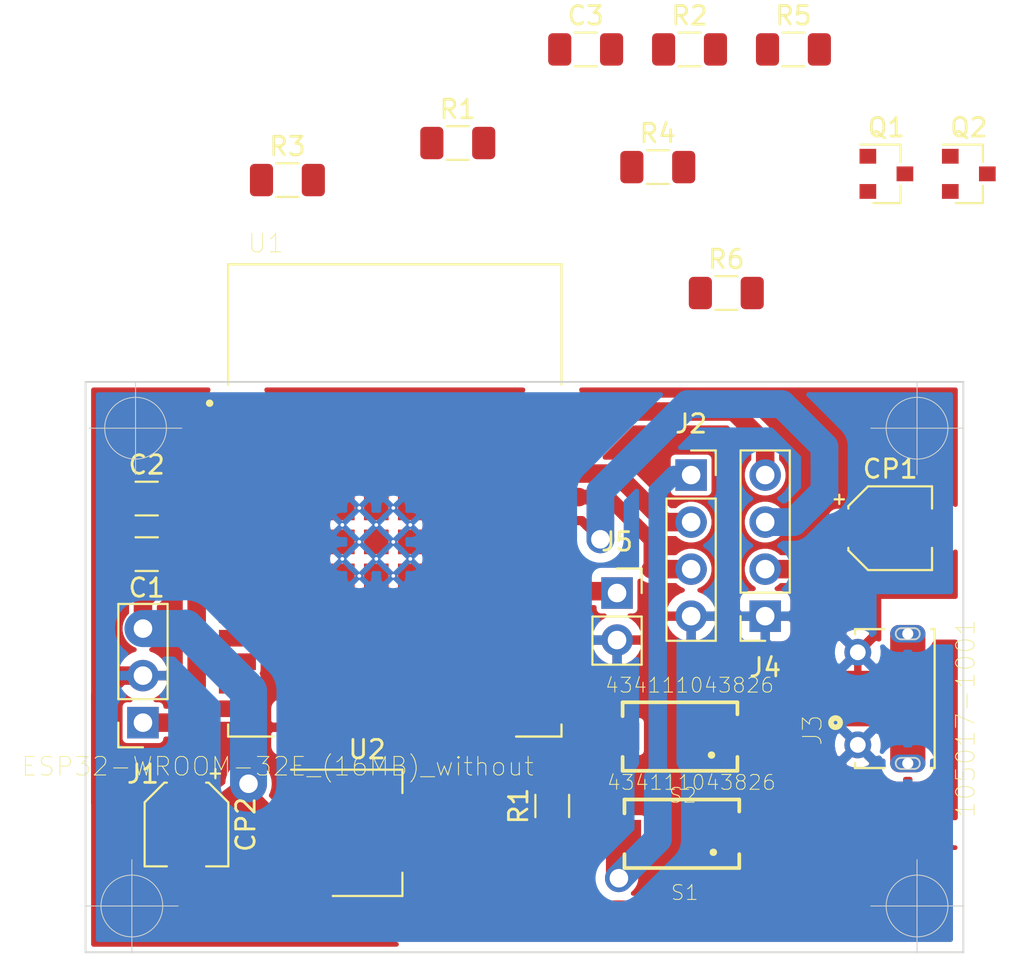
<source format=kicad_pcb>
(kicad_pcb (version 20171130) (host pcbnew 5.1.5-52549c5~86~ubuntu18.04.1)

  (general
    (thickness 1.6)
    (drawings 10)
    (tracks 104)
    (zones 0)
    (modules 23)
    (nets 37)
  )

  (page A4)
  (layers
    (0 F.Cu signal)
    (31 B.Cu signal)
    (32 B.Adhes user)
    (33 F.Adhes user)
    (34 B.Paste user)
    (35 F.Paste user)
    (36 B.SilkS user)
    (37 F.SilkS user)
    (38 B.Mask user)
    (39 F.Mask user)
    (40 Dwgs.User user)
    (41 Cmts.User user)
    (42 Eco1.User user)
    (43 Eco2.User user)
    (44 Edge.Cuts user)
    (45 Margin user)
    (46 B.CrtYd user)
    (47 F.CrtYd user)
    (48 B.Fab user)
    (49 F.Fab user)
  )

  (setup
    (last_trace_width 0.25)
    (user_trace_width 1)
    (user_trace_width 1.5)
    (user_trace_width 2)
    (trace_clearance 0.2)
    (zone_clearance 0.25)
    (zone_45_only no)
    (trace_min 0.2)
    (via_size 0.8)
    (via_drill 0.4)
    (via_min_size 0.4)
    (via_min_drill 0.3)
    (uvia_size 0.3)
    (uvia_drill 0.1)
    (uvias_allowed no)
    (uvia_min_size 0.2)
    (uvia_min_drill 0.1)
    (edge_width 0.05)
    (segment_width 0.2)
    (pcb_text_width 0.3)
    (pcb_text_size 1.5 1.5)
    (mod_edge_width 0.12)
    (mod_text_size 1 1)
    (mod_text_width 0.15)
    (pad_size 1.524 1.524)
    (pad_drill 0.762)
    (pad_to_mask_clearance 0.051)
    (solder_mask_min_width 0.25)
    (aux_axis_origin 0 0)
    (visible_elements FFFFFF7F)
    (pcbplotparams
      (layerselection 0x010fc_ffffffff)
      (usegerberextensions false)
      (usegerberattributes false)
      (usegerberadvancedattributes false)
      (creategerberjobfile false)
      (excludeedgelayer true)
      (linewidth 0.100000)
      (plotframeref false)
      (viasonmask false)
      (mode 1)
      (useauxorigin false)
      (hpglpennumber 1)
      (hpglpenspeed 20)
      (hpglpendiameter 15.000000)
      (psnegative false)
      (psa4output false)
      (plotreference true)
      (plotvalue true)
      (plotinvisibletext false)
      (padsonsilk false)
      (subtractmaskfromsilk false)
      (outputformat 1)
      (mirror false)
      (drillshape 1)
      (scaleselection 1)
      (outputdirectory ""))
  )

  (net 0 "")
  (net 1 VDD33)
  (net 2 VDD5)
  (net 3 micro_out)
  (net 4 TxD0)
  (net 5 RxD0)
  (net 6 "Net-(J3-Pad2)")
  (net 7 "Net-(J3-Pad3)")
  (net 8 "Net-(J3-Pad4)")
  (net 9 SDA)
  (net 10 button)
  (net 11 "Net-(U1-Pad14)")
  (net 12 "Net-(U1-Pad13)")
  (net 13 "Net-(U1-Pad12)")
  (net 14 "Net-(U1-Pad11)")
  (net 15 "Net-(U1-Pad10)")
  (net 16 "Net-(U1-Pad9)")
  (net 17 "Net-(U1-Pad8)")
  (net 18 "Net-(U1-Pad7)")
  (net 19 "Net-(U1-Pad5)")
  (net 20 "Net-(U1-Pad4)")
  (net 21 "Net-(U1-Pad26)")
  (net 22 "Net-(U1-Pad27)")
  (net 23 "Net-(U1-Pad28)")
  (net 24 "Net-(U1-Pad29)")
  (net 25 "Net-(U1-Pad31)")
  (net 26 SCL)
  (net 27 "Net-(U1-Pad37)")
  (net 28 "Net-(U1-Pad23)")
  (net 29 "Net-(U1-Pad24)")
  (net 30 "Net-(U1-Pad16)")
  (net 31 GND)
  (net 32 "Net-(R1-Pad2)")
  (net 33 "Net-(C1-Pad1)")
  (net 34 "Net-(C3-Pad1)")
  (net 35 SCL_LS)
  (net 36 SDA_LS)

  (net_class Default "This is the default net class."
    (clearance 0.2)
    (trace_width 0.25)
    (via_dia 0.8)
    (via_drill 0.4)
    (uvia_dia 0.3)
    (uvia_drill 0.1)
    (add_net GND)
    (add_net "Net-(C1-Pad1)")
    (add_net "Net-(C3-Pad1)")
    (add_net "Net-(J3-Pad2)")
    (add_net "Net-(J3-Pad3)")
    (add_net "Net-(J3-Pad4)")
    (add_net "Net-(R1-Pad2)")
    (add_net "Net-(U1-Pad10)")
    (add_net "Net-(U1-Pad11)")
    (add_net "Net-(U1-Pad12)")
    (add_net "Net-(U1-Pad13)")
    (add_net "Net-(U1-Pad14)")
    (add_net "Net-(U1-Pad16)")
    (add_net "Net-(U1-Pad23)")
    (add_net "Net-(U1-Pad24)")
    (add_net "Net-(U1-Pad26)")
    (add_net "Net-(U1-Pad27)")
    (add_net "Net-(U1-Pad28)")
    (add_net "Net-(U1-Pad29)")
    (add_net "Net-(U1-Pad31)")
    (add_net "Net-(U1-Pad37)")
    (add_net "Net-(U1-Pad4)")
    (add_net "Net-(U1-Pad5)")
    (add_net "Net-(U1-Pad7)")
    (add_net "Net-(U1-Pad8)")
    (add_net "Net-(U1-Pad9)")
    (add_net RxD0)
    (add_net SCL)
    (add_net SCL_LS)
    (add_net SDA)
    (add_net SDA_LS)
    (add_net TxD0)
    (add_net VDD33)
    (add_net VDD5)
    (add_net button)
    (add_net micro_out)
  )

  (module Capacitor_SMD:CP_Elec_4x3.9 (layer F.Cu) (tedit 5BCA39CF) (tstamp 60527BD3)
    (at 138.75 51.5)
    (descr "SMD capacitor, aluminum electrolytic, Nichicon, 4.0x3.9mm")
    (tags "capacitor electrolytic")
    (path /60575E92)
    (attr smd)
    (fp_text reference CP1 (at 0 -3.2) (layer F.SilkS)
      (effects (font (size 1 1) (thickness 0.15)))
    )
    (fp_text value 47u (at 0 3.2) (layer F.Fab)
      (effects (font (size 1 1) (thickness 0.15)))
    )
    (fp_text user %R (at 0 0) (layer F.Fab)
      (effects (font (size 0.8 0.8) (thickness 0.12)))
    )
    (fp_line (start -3.35 1.05) (end -2.4 1.05) (layer F.CrtYd) (width 0.05))
    (fp_line (start -3.35 -1.05) (end -3.35 1.05) (layer F.CrtYd) (width 0.05))
    (fp_line (start -2.4 -1.05) (end -3.35 -1.05) (layer F.CrtYd) (width 0.05))
    (fp_line (start -2.4 1.05) (end -2.4 1.25) (layer F.CrtYd) (width 0.05))
    (fp_line (start -2.4 -1.25) (end -2.4 -1.05) (layer F.CrtYd) (width 0.05))
    (fp_line (start -2.4 -1.25) (end -1.25 -2.4) (layer F.CrtYd) (width 0.05))
    (fp_line (start -2.4 1.25) (end -1.25 2.4) (layer F.CrtYd) (width 0.05))
    (fp_line (start -1.25 -2.4) (end 2.4 -2.4) (layer F.CrtYd) (width 0.05))
    (fp_line (start -1.25 2.4) (end 2.4 2.4) (layer F.CrtYd) (width 0.05))
    (fp_line (start 2.4 1.05) (end 2.4 2.4) (layer F.CrtYd) (width 0.05))
    (fp_line (start 3.35 1.05) (end 2.4 1.05) (layer F.CrtYd) (width 0.05))
    (fp_line (start 3.35 -1.05) (end 3.35 1.05) (layer F.CrtYd) (width 0.05))
    (fp_line (start 2.4 -1.05) (end 3.35 -1.05) (layer F.CrtYd) (width 0.05))
    (fp_line (start 2.4 -2.4) (end 2.4 -1.05) (layer F.CrtYd) (width 0.05))
    (fp_line (start -2.75 -1.81) (end -2.75 -1.31) (layer F.SilkS) (width 0.12))
    (fp_line (start -3 -1.56) (end -2.5 -1.56) (layer F.SilkS) (width 0.12))
    (fp_line (start -2.26 1.195563) (end -1.195563 2.26) (layer F.SilkS) (width 0.12))
    (fp_line (start -2.26 -1.195563) (end -1.195563 -2.26) (layer F.SilkS) (width 0.12))
    (fp_line (start -2.26 -1.195563) (end -2.26 -1.06) (layer F.SilkS) (width 0.12))
    (fp_line (start -2.26 1.195563) (end -2.26 1.06) (layer F.SilkS) (width 0.12))
    (fp_line (start -1.195563 2.26) (end 2.26 2.26) (layer F.SilkS) (width 0.12))
    (fp_line (start -1.195563 -2.26) (end 2.26 -2.26) (layer F.SilkS) (width 0.12))
    (fp_line (start 2.26 -2.26) (end 2.26 -1.06) (layer F.SilkS) (width 0.12))
    (fp_line (start 2.26 2.26) (end 2.26 1.06) (layer F.SilkS) (width 0.12))
    (fp_line (start -1.374773 -1.2) (end -1.374773 -0.8) (layer F.Fab) (width 0.1))
    (fp_line (start -1.574773 -1) (end -1.174773 -1) (layer F.Fab) (width 0.1))
    (fp_line (start -2.15 1.15) (end -1.15 2.15) (layer F.Fab) (width 0.1))
    (fp_line (start -2.15 -1.15) (end -1.15 -2.15) (layer F.Fab) (width 0.1))
    (fp_line (start -2.15 -1.15) (end -2.15 1.15) (layer F.Fab) (width 0.1))
    (fp_line (start -1.15 2.15) (end 2.15 2.15) (layer F.Fab) (width 0.1))
    (fp_line (start -1.15 -2.15) (end 2.15 -2.15) (layer F.Fab) (width 0.1))
    (fp_line (start 2.15 -2.15) (end 2.15 2.15) (layer F.Fab) (width 0.1))
    (fp_circle (center 0 0) (end 2 0) (layer F.Fab) (width 0.1))
    (pad 2 smd roundrect (at 1.8 0) (size 2.6 1.6) (layers F.Cu F.Paste F.Mask) (roundrect_rratio 0.15625)
      (net 31 GND))
    (pad 1 smd roundrect (at -1.8 0) (size 2.6 1.6) (layers F.Cu F.Paste F.Mask) (roundrect_rratio 0.15625)
      (net 2 VDD5))
    (model ${KISYS3DMOD}/Capacitor_SMD.3dshapes/CP_Elec_4x3.9.wrl
      (at (xyz 0 0 0))
      (scale (xyz 1 1 1))
      (rotate (xyz 0 0 0))
    )
  )

  (module Resistor_SMD:R_1206_3216Metric_Pad1.42x1.75mm_HandSolder (layer F.Cu) (tedit 5B301BBD) (tstamp 60527A8D)
    (at 120.5 66.5 90)
    (descr "Resistor SMD 1206 (3216 Metric), square (rectangular) end terminal, IPC_7351 nominal with elongated pad for handsoldering. (Body size source: http://www.tortai-tech.com/upload/download/2011102023233369053.pdf), generated with kicad-footprint-generator")
    (tags "resistor handsolder")
    (path /60568BEC)
    (attr smd)
    (fp_text reference R1 (at 0 -1.82 90) (layer F.SilkS)
      (effects (font (size 1 1) (thickness 0.15)))
    )
    (fp_text value 100k (at 0 1.82 90) (layer F.Fab)
      (effects (font (size 1 1) (thickness 0.15)))
    )
    (fp_line (start -1.6 0.8) (end -1.6 -0.8) (layer F.Fab) (width 0.1))
    (fp_line (start -1.6 -0.8) (end 1.6 -0.8) (layer F.Fab) (width 0.1))
    (fp_line (start 1.6 -0.8) (end 1.6 0.8) (layer F.Fab) (width 0.1))
    (fp_line (start 1.6 0.8) (end -1.6 0.8) (layer F.Fab) (width 0.1))
    (fp_line (start -0.602064 -0.91) (end 0.602064 -0.91) (layer F.SilkS) (width 0.12))
    (fp_line (start -0.602064 0.91) (end 0.602064 0.91) (layer F.SilkS) (width 0.12))
    (fp_line (start -2.45 1.12) (end -2.45 -1.12) (layer F.CrtYd) (width 0.05))
    (fp_line (start -2.45 -1.12) (end 2.45 -1.12) (layer F.CrtYd) (width 0.05))
    (fp_line (start 2.45 -1.12) (end 2.45 1.12) (layer F.CrtYd) (width 0.05))
    (fp_line (start 2.45 1.12) (end -2.45 1.12) (layer F.CrtYd) (width 0.05))
    (fp_text user %R (at 0 0 90) (layer F.Fab)
      (effects (font (size 0.8 0.8) (thickness 0.12)))
    )
    (pad 1 smd roundrect (at -1.4875 0 90) (size 1.425 1.75) (layers F.Cu F.Paste F.Mask) (roundrect_rratio 0.175439)
      (net 1 VDD33))
    (pad 2 smd roundrect (at 1.4875 0 90) (size 1.425 1.75) (layers F.Cu F.Paste F.Mask) (roundrect_rratio 0.175439)
      (net 32 "Net-(R1-Pad2)"))
    (model ${KISYS3DMOD}/Resistor_SMD.3dshapes/R_1206_3216Metric.wrl
      (at (xyz 0 0 0))
      (scale (xyz 1 1 1))
      (rotate (xyz 0 0 0))
    )
  )

  (module Capacitor_SMD:C_1206_3216Metric (layer F.Cu) (tedit 5B301BBE) (tstamp 60527F52)
    (at 98.6 49.9)
    (descr "Capacitor SMD 1206 (3216 Metric), square (rectangular) end terminal, IPC_7351 nominal, (Body size source: http://www.tortai-tech.com/upload/download/2011102023233369053.pdf), generated with kicad-footprint-generator")
    (tags capacitor)
    (path /604988D7)
    (attr smd)
    (fp_text reference C2 (at 0 -1.82) (layer F.SilkS)
      (effects (font (size 1 1) (thickness 0.15)))
    )
    (fp_text value 100u (at 0 1.82) (layer F.Fab)
      (effects (font (size 1 1) (thickness 0.15)))
    )
    (fp_line (start -1.6 0.8) (end -1.6 -0.8) (layer F.Fab) (width 0.1))
    (fp_line (start -1.6 -0.8) (end 1.6 -0.8) (layer F.Fab) (width 0.1))
    (fp_line (start 1.6 -0.8) (end 1.6 0.8) (layer F.Fab) (width 0.1))
    (fp_line (start 1.6 0.8) (end -1.6 0.8) (layer F.Fab) (width 0.1))
    (fp_line (start -0.602064 -0.91) (end 0.602064 -0.91) (layer F.SilkS) (width 0.12))
    (fp_line (start -0.602064 0.91) (end 0.602064 0.91) (layer F.SilkS) (width 0.12))
    (fp_line (start -2.28 1.12) (end -2.28 -1.12) (layer F.CrtYd) (width 0.05))
    (fp_line (start -2.28 -1.12) (end 2.28 -1.12) (layer F.CrtYd) (width 0.05))
    (fp_line (start 2.28 -1.12) (end 2.28 1.12) (layer F.CrtYd) (width 0.05))
    (fp_line (start 2.28 1.12) (end -2.28 1.12) (layer F.CrtYd) (width 0.05))
    (fp_text user %R (at 0 0) (layer F.Fab)
      (effects (font (size 0.8 0.8) (thickness 0.12)))
    )
    (pad 1 smd roundrect (at -1.4 0) (size 1.25 1.75) (layers F.Cu F.Paste F.Mask) (roundrect_rratio 0.2)
      (net 31 GND))
    (pad 2 smd roundrect (at 1.4 0) (size 1.25 1.75) (layers F.Cu F.Paste F.Mask) (roundrect_rratio 0.2)
      (net 1 VDD33))
    (model ${KISYS3DMOD}/Capacitor_SMD.3dshapes/C_1206_3216Metric.wrl
      (at (xyz 0 0 0))
      (scale (xyz 1 1 1))
      (rotate (xyz 0 0 0))
    )
  )

  (module Capacitor_SMD:C_1206_3216Metric (layer F.Cu) (tedit 5B301BBE) (tstamp 60527F82)
    (at 98.6 52.9 180)
    (descr "Capacitor SMD 1206 (3216 Metric), square (rectangular) end terminal, IPC_7351 nominal, (Body size source: http://www.tortai-tech.com/upload/download/2011102023233369053.pdf), generated with kicad-footprint-generator")
    (tags capacitor)
    (path /604AAF57)
    (attr smd)
    (fp_text reference C1 (at 0 -1.82) (layer F.SilkS)
      (effects (font (size 1 1) (thickness 0.15)))
    )
    (fp_text value 100n (at 0 1.82) (layer F.Fab)
      (effects (font (size 1 1) (thickness 0.15)))
    )
    (fp_text user %R (at 0 0) (layer F.Fab)
      (effects (font (size 0.8 0.8) (thickness 0.12)))
    )
    (fp_line (start 2.28 1.12) (end -2.28 1.12) (layer F.CrtYd) (width 0.05))
    (fp_line (start 2.28 -1.12) (end 2.28 1.12) (layer F.CrtYd) (width 0.05))
    (fp_line (start -2.28 -1.12) (end 2.28 -1.12) (layer F.CrtYd) (width 0.05))
    (fp_line (start -2.28 1.12) (end -2.28 -1.12) (layer F.CrtYd) (width 0.05))
    (fp_line (start -0.602064 0.91) (end 0.602064 0.91) (layer F.SilkS) (width 0.12))
    (fp_line (start -0.602064 -0.91) (end 0.602064 -0.91) (layer F.SilkS) (width 0.12))
    (fp_line (start 1.6 0.8) (end -1.6 0.8) (layer F.Fab) (width 0.1))
    (fp_line (start 1.6 -0.8) (end 1.6 0.8) (layer F.Fab) (width 0.1))
    (fp_line (start -1.6 -0.8) (end 1.6 -0.8) (layer F.Fab) (width 0.1))
    (fp_line (start -1.6 0.8) (end -1.6 -0.8) (layer F.Fab) (width 0.1))
    (pad 2 smd roundrect (at 1.4 0 180) (size 1.25 1.75) (layers F.Cu F.Paste F.Mask) (roundrect_rratio 0.2)
      (net 31 GND))
    (pad 1 smd roundrect (at -1.4 0 180) (size 1.25 1.75) (layers F.Cu F.Paste F.Mask) (roundrect_rratio 0.2)
      (net 33 "Net-(C1-Pad1)"))
    (model ${KISYS3DMOD}/Capacitor_SMD.3dshapes/C_1206_3216Metric.wrl
      (at (xyz 0 0 0))
      (scale (xyz 1 1 1))
      (rotate (xyz 0 0 0))
    )
  )

  (module Capacitor_SMD:CP_Elec_4x3.9 (layer F.Cu) (tedit 5BCA39CF) (tstamp 605279FF)
    (at 100.75 67.5 270)
    (descr "SMD capacitor, aluminum electrolytic, Nichicon, 4.0x3.9mm")
    (tags "capacitor electrolytic")
    (path /604EFF49)
    (attr smd)
    (fp_text reference CP2 (at 0 -3.2 90) (layer F.SilkS)
      (effects (font (size 1 1) (thickness 0.15)))
    )
    (fp_text value 47u (at 0 3.2 90) (layer F.Fab)
      (effects (font (size 1 1) (thickness 0.15)))
    )
    (fp_circle (center 0 0) (end 2 0) (layer F.Fab) (width 0.1))
    (fp_line (start 2.15 -2.15) (end 2.15 2.15) (layer F.Fab) (width 0.1))
    (fp_line (start -1.15 -2.15) (end 2.15 -2.15) (layer F.Fab) (width 0.1))
    (fp_line (start -1.15 2.15) (end 2.15 2.15) (layer F.Fab) (width 0.1))
    (fp_line (start -2.15 -1.15) (end -2.15 1.15) (layer F.Fab) (width 0.1))
    (fp_line (start -2.15 -1.15) (end -1.15 -2.15) (layer F.Fab) (width 0.1))
    (fp_line (start -2.15 1.15) (end -1.15 2.15) (layer F.Fab) (width 0.1))
    (fp_line (start -1.574773 -1) (end -1.174773 -1) (layer F.Fab) (width 0.1))
    (fp_line (start -1.374773 -1.2) (end -1.374773 -0.8) (layer F.Fab) (width 0.1))
    (fp_line (start 2.26 2.26) (end 2.26 1.06) (layer F.SilkS) (width 0.12))
    (fp_line (start 2.26 -2.26) (end 2.26 -1.06) (layer F.SilkS) (width 0.12))
    (fp_line (start -1.195563 -2.26) (end 2.26 -2.26) (layer F.SilkS) (width 0.12))
    (fp_line (start -1.195563 2.26) (end 2.26 2.26) (layer F.SilkS) (width 0.12))
    (fp_line (start -2.26 1.195563) (end -2.26 1.06) (layer F.SilkS) (width 0.12))
    (fp_line (start -2.26 -1.195563) (end -2.26 -1.06) (layer F.SilkS) (width 0.12))
    (fp_line (start -2.26 -1.195563) (end -1.195563 -2.26) (layer F.SilkS) (width 0.12))
    (fp_line (start -2.26 1.195563) (end -1.195563 2.26) (layer F.SilkS) (width 0.12))
    (fp_line (start -3 -1.56) (end -2.5 -1.56) (layer F.SilkS) (width 0.12))
    (fp_line (start -2.75 -1.81) (end -2.75 -1.31) (layer F.SilkS) (width 0.12))
    (fp_line (start 2.4 -2.4) (end 2.4 -1.05) (layer F.CrtYd) (width 0.05))
    (fp_line (start 2.4 -1.05) (end 3.35 -1.05) (layer F.CrtYd) (width 0.05))
    (fp_line (start 3.35 -1.05) (end 3.35 1.05) (layer F.CrtYd) (width 0.05))
    (fp_line (start 3.35 1.05) (end 2.4 1.05) (layer F.CrtYd) (width 0.05))
    (fp_line (start 2.4 1.05) (end 2.4 2.4) (layer F.CrtYd) (width 0.05))
    (fp_line (start -1.25 2.4) (end 2.4 2.4) (layer F.CrtYd) (width 0.05))
    (fp_line (start -1.25 -2.4) (end 2.4 -2.4) (layer F.CrtYd) (width 0.05))
    (fp_line (start -2.4 1.25) (end -1.25 2.4) (layer F.CrtYd) (width 0.05))
    (fp_line (start -2.4 -1.25) (end -1.25 -2.4) (layer F.CrtYd) (width 0.05))
    (fp_line (start -2.4 -1.25) (end -2.4 -1.05) (layer F.CrtYd) (width 0.05))
    (fp_line (start -2.4 1.05) (end -2.4 1.25) (layer F.CrtYd) (width 0.05))
    (fp_line (start -2.4 -1.05) (end -3.35 -1.05) (layer F.CrtYd) (width 0.05))
    (fp_line (start -3.35 -1.05) (end -3.35 1.05) (layer F.CrtYd) (width 0.05))
    (fp_line (start -3.35 1.05) (end -2.4 1.05) (layer F.CrtYd) (width 0.05))
    (fp_text user %R (at 0 0 90) (layer F.Fab)
      (effects (font (size 0.8 0.8) (thickness 0.12)))
    )
    (pad 1 smd roundrect (at -1.8 0 270) (size 2.6 1.6) (layers F.Cu F.Paste F.Mask) (roundrect_rratio 0.15625)
      (net 1 VDD33))
    (pad 2 smd roundrect (at 1.8 0 270) (size 2.6 1.6) (layers F.Cu F.Paste F.Mask) (roundrect_rratio 0.15625)
      (net 31 GND))
    (model ${KISYS3DMOD}/Capacitor_SMD.3dshapes/CP_Elec_4x3.9.wrl
      (at (xyz 0 0 0))
      (scale (xyz 1 1 1))
      (rotate (xyz 0 0 0))
    )
  )

  (module 105017-1001:MOLEX_105017-1001 (layer F.Cu) (tedit 0) (tstamp 60527930)
    (at 139.7 60.7 90)
    (path /604A40E2)
    (attr smd)
    (fp_text reference J3 (at -1.71157 -5.15171 90) (layer F.SilkS)
      (effects (font (size 1.00091 1.00091) (thickness 0.05)))
    )
    (fp_text value 105017-1001 (at -1.0769 3.12053 90) (layer F.SilkS)
      (effects (font (size 1.00178 1.00178) (thickness 0.05)))
    )
    (fp_arc (start -3.5 -0.35) (end -3.2 -0.35) (angle -180) (layer Edge.Cuts) (width 0.1))
    (fp_line (start -3.2 -0.35) (end -3.2 0.35) (layer Edge.Cuts) (width 0.1))
    (fp_arc (start -3.5 0.35) (end -3.8 0.35) (angle -180) (layer Edge.Cuts) (width 0.1))
    (fp_line (start -3.8 0.35) (end -3.8 -0.35) (layer Edge.Cuts) (width 0.1))
    (fp_arc (start 3.5 -0.35) (end 3.8 -0.35) (angle -180) (layer Edge.Cuts) (width 0.1))
    (fp_line (start 3.8 -0.35) (end 3.8 0.35) (layer Edge.Cuts) (width 0.1))
    (fp_line (start 3.2 0.35) (end 3.2 -0.35) (layer Edge.Cuts) (width 0.1))
    (fp_arc (start 3.5 0.35) (end 3.2 0.35) (angle -180) (layer Edge.Cuts) (width 0.1))
    (fp_line (start -3.75 -2.85) (end 3.75 -2.85) (layer Eco2.User) (width 0.127))
    (fp_line (start 3.75 -2.85) (end 3.75 2.15) (layer Eco2.User) (width 0.127))
    (fp_line (start 3.75 2.15) (end -3.75 2.15) (layer Eco2.User) (width 0.127))
    (fp_line (start -3.75 2.15) (end -3.75 1.45) (layer Eco2.User) (width 0.127))
    (fp_line (start -3.75 1.45) (end -3.75 -2.85) (layer Eco2.User) (width 0.127))
    (fp_line (start -3.75 1.45) (end 8.55 1.45) (layer Eco2.User) (width 0.127))
    (fp_text user PCB~EDGE (at 4.25346 2.25183 90) (layer Edge.Cuts)
      (effects (font (size 1 1) (thickness 0.05)))
    )
    (fp_line (start -3.75 -1.27) (end -3.75 -2.85) (layer F.SilkS) (width 0.127))
    (fp_line (start -3.75 -2.85) (end -3.479 -2.85) (layer F.SilkS) (width 0.127))
    (fp_line (start 3.75 -1.27) (end 3.75 -2.85) (layer F.SilkS) (width 0.127))
    (fp_line (start 3.75 -2.85) (end 3.479 -2.85) (layer F.SilkS) (width 0.127))
    (fp_line (start -4.225 -3.675) (end -4.225 2.4) (layer Eco1.User) (width 0.05))
    (fp_line (start -4.225 2.4) (end 4.225 2.4) (layer Eco1.User) (width 0.05))
    (fp_line (start 4.225 2.4) (end 4.225 -3.675) (layer Eco1.User) (width 0.05))
    (fp_line (start 4.225 -3.675) (end -4.225 -3.675) (layer Eco1.User) (width 0.05))
    (fp_poly (pts (xy -3.5 -0.95) (xy -2.3 -0.95) (xy -2.3 0.95) (xy -3.5 0.95)
      (xy -3.52486 0.949349) (xy -3.54965 0.947398) (xy -3.57431 0.944152) (xy -3.59876 0.93962)
      (xy -3.62294 0.933815) (xy -3.64678 0.926752) (xy -3.67022 0.918451) (xy -3.6932 0.908934)
      (xy -3.71565 0.898228) (xy -3.7375 0.886362) (xy -3.7587 0.873369) (xy -3.7792 0.859283)
      (xy -3.79893 0.844144) (xy -3.81784 0.827994) (xy -3.83588 0.810876) (xy -3.85299 0.792837)
      (xy -3.86914 0.773927) (xy -3.88428 0.754198) (xy -3.89837 0.733704) (xy -3.91136 0.7125)
      (xy -3.92323 0.690645) (xy -3.93393 0.6682) (xy -3.94345 0.645225) (xy -3.95175 0.621783)
      (xy -3.95881 0.597939) (xy -3.96462 0.573758) (xy -3.96915 0.549306) (xy -3.9724 0.524651)
      (xy -3.97435 0.49986) (xy -3.975 0.475) (xy -3.975 -0.475) (xy -3.97435 -0.49986)
      (xy -3.9724 -0.524651) (xy -3.96915 -0.549306) (xy -3.96462 -0.573758) (xy -3.95881 -0.597939)
      (xy -3.95175 -0.621783) (xy -3.94345 -0.645225) (xy -3.93393 -0.6682) (xy -3.92323 -0.690645)
      (xy -3.91136 -0.7125) (xy -3.89837 -0.733704) (xy -3.88428 -0.754198) (xy -3.86914 -0.773927)
      (xy -3.85299 -0.792837) (xy -3.83588 -0.810876) (xy -3.81784 -0.827994) (xy -3.79893 -0.844144)
      (xy -3.7792 -0.859283) (xy -3.7587 -0.873369) (xy -3.7375 -0.886362) (xy -3.71565 -0.898228)
      (xy -3.6932 -0.908934) (xy -3.67022 -0.918451) (xy -3.64678 -0.926752) (xy -3.62294 -0.933815)
      (xy -3.59876 -0.93962) (xy -3.57431 -0.944152) (xy -3.54965 -0.947398) (xy -3.52486 -0.949349)) (layer F.Cu) (width 0.0001))
    (fp_poly (pts (xy -3.5 -0.95) (xy -2.3 -0.95) (xy -2.3 0.95) (xy -3.5 0.95)
      (xy -3.52486 0.949349) (xy -3.54965 0.947398) (xy -3.57431 0.944152) (xy -3.59876 0.93962)
      (xy -3.62294 0.933815) (xy -3.64678 0.926752) (xy -3.67022 0.918451) (xy -3.6932 0.908934)
      (xy -3.71565 0.898228) (xy -3.7375 0.886362) (xy -3.7587 0.873369) (xy -3.7792 0.859283)
      (xy -3.79893 0.844144) (xy -3.81784 0.827994) (xy -3.83588 0.810876) (xy -3.85299 0.792837)
      (xy -3.86914 0.773927) (xy -3.88428 0.754198) (xy -3.89837 0.733704) (xy -3.91136 0.7125)
      (xy -3.92323 0.690645) (xy -3.93393 0.6682) (xy -3.94345 0.645225) (xy -3.95175 0.621783)
      (xy -3.95881 0.597939) (xy -3.96462 0.573758) (xy -3.96915 0.549306) (xy -3.9724 0.524651)
      (xy -3.97435 0.49986) (xy -3.975 0.475) (xy -3.975 -0.475) (xy -3.97435 -0.49986)
      (xy -3.9724 -0.524651) (xy -3.96915 -0.549306) (xy -3.96462 -0.573758) (xy -3.95881 -0.597939)
      (xy -3.95175 -0.621783) (xy -3.94345 -0.645225) (xy -3.93393 -0.6682) (xy -3.92323 -0.690645)
      (xy -3.91136 -0.7125) (xy -3.89837 -0.733704) (xy -3.88428 -0.754198) (xy -3.86914 -0.773927)
      (xy -3.85299 -0.792837) (xy -3.83588 -0.810876) (xy -3.81784 -0.827994) (xy -3.79893 -0.844144)
      (xy -3.7792 -0.859283) (xy -3.7587 -0.873369) (xy -3.7375 -0.886362) (xy -3.71565 -0.898228)
      (xy -3.6932 -0.908934) (xy -3.67022 -0.918451) (xy -3.64678 -0.926752) (xy -3.62294 -0.933815)
      (xy -3.59876 -0.93962) (xy -3.57431 -0.944152) (xy -3.54965 -0.947398) (xy -3.52486 -0.949349)) (layer F.Paste) (width 0.0001))
    (fp_poly (pts (xy 3.5 -0.95) (xy 2.3 -0.95) (xy 2.3 0.95) (xy 3.5 0.95)
      (xy 3.52486 0.949349) (xy 3.54965 0.947398) (xy 3.57431 0.944152) (xy 3.59876 0.93962)
      (xy 3.62294 0.933815) (xy 3.64678 0.926752) (xy 3.67022 0.918451) (xy 3.6932 0.908934)
      (xy 3.71565 0.898228) (xy 3.7375 0.886362) (xy 3.7587 0.873369) (xy 3.7792 0.859283)
      (xy 3.79893 0.844144) (xy 3.81784 0.827994) (xy 3.83588 0.810876) (xy 3.85299 0.792837)
      (xy 3.86914 0.773927) (xy 3.88428 0.754198) (xy 3.89837 0.733704) (xy 3.91136 0.7125)
      (xy 3.92323 0.690645) (xy 3.93393 0.6682) (xy 3.94345 0.645225) (xy 3.95175 0.621783)
      (xy 3.95881 0.597939) (xy 3.96462 0.573758) (xy 3.96915 0.549306) (xy 3.9724 0.524651)
      (xy 3.97435 0.49986) (xy 3.975 0.475) (xy 3.975 -0.475) (xy 3.97435 -0.49986)
      (xy 3.9724 -0.524651) (xy 3.96915 -0.549306) (xy 3.96462 -0.573758) (xy 3.95881 -0.597939)
      (xy 3.95175 -0.621783) (xy 3.94345 -0.645225) (xy 3.93393 -0.6682) (xy 3.92323 -0.690645)
      (xy 3.91136 -0.7125) (xy 3.89837 -0.733704) (xy 3.88428 -0.754198) (xy 3.86914 -0.773927)
      (xy 3.85299 -0.792837) (xy 3.83588 -0.810876) (xy 3.81784 -0.827994) (xy 3.79893 -0.844144)
      (xy 3.7792 -0.859283) (xy 3.7587 -0.873369) (xy 3.7375 -0.886362) (xy 3.71565 -0.898228)
      (xy 3.6932 -0.908934) (xy 3.67022 -0.918451) (xy 3.64678 -0.926752) (xy 3.62294 -0.933815)
      (xy 3.59876 -0.93962) (xy 3.57431 -0.944152) (xy 3.54965 -0.947398) (xy 3.52486 -0.949349)) (layer F.Cu) (width 0.0001))
    (fp_poly (pts (xy 3.5 -0.95) (xy 2.3 -0.95) (xy 2.3 0.95) (xy 3.5 0.95)
      (xy 3.52486 0.949349) (xy 3.54965 0.947398) (xy 3.57431 0.944152) (xy 3.59876 0.93962)
      (xy 3.62294 0.933815) (xy 3.64678 0.926752) (xy 3.67022 0.918451) (xy 3.6932 0.908934)
      (xy 3.71565 0.898228) (xy 3.7375 0.886362) (xy 3.7587 0.873369) (xy 3.7792 0.859283)
      (xy 3.79893 0.844144) (xy 3.81784 0.827994) (xy 3.83588 0.810876) (xy 3.85299 0.792837)
      (xy 3.86914 0.773927) (xy 3.88428 0.754198) (xy 3.89837 0.733704) (xy 3.91136 0.7125)
      (xy 3.92323 0.690645) (xy 3.93393 0.6682) (xy 3.94345 0.645225) (xy 3.95175 0.621783)
      (xy 3.95881 0.597939) (xy 3.96462 0.573758) (xy 3.96915 0.549306) (xy 3.9724 0.524651)
      (xy 3.97435 0.49986) (xy 3.975 0.475) (xy 3.975 -0.475) (xy 3.97435 -0.49986)
      (xy 3.9724 -0.524651) (xy 3.96915 -0.549306) (xy 3.96462 -0.573758) (xy 3.95881 -0.597939)
      (xy 3.95175 -0.621783) (xy 3.94345 -0.645225) (xy 3.93393 -0.6682) (xy 3.92323 -0.690645)
      (xy 3.91136 -0.7125) (xy 3.89837 -0.733704) (xy 3.88428 -0.754198) (xy 3.86914 -0.773927)
      (xy 3.85299 -0.792837) (xy 3.83588 -0.810876) (xy 3.81784 -0.827994) (xy 3.79893 -0.844144)
      (xy 3.7792 -0.859283) (xy 3.7587 -0.873369) (xy 3.7375 -0.886362) (xy 3.71565 -0.898228)
      (xy 3.6932 -0.908934) (xy 3.67022 -0.918451) (xy 3.64678 -0.926752) (xy 3.62294 -0.933815)
      (xy 3.59876 -0.93962) (xy 3.57431 -0.944152) (xy 3.54965 -0.947398) (xy 3.52486 -0.949349)) (layer F.Paste) (width 0.0001))
    (fp_circle (center -1.3 -3.9) (end -1.2 -3.9) (layer Eco2.User) (width 0.3))
    (fp_circle (center -1.3 -3.9) (end -1.2 -3.9) (layer F.SilkS) (width 0.3))
    (fp_line (start -3.75 1.27) (end -3.75 1.45) (layer F.SilkS) (width 0.127))
    (fp_line (start -3.75 1.45) (end 3.75 1.45) (layer F.SilkS) (width 0.127))
    (fp_line (start 3.75 1.45) (end 3.75 1.27) (layer F.SilkS) (width 0.127))
    (fp_poly (pts (xy -3.5 -1.05) (xy -2.2 -1.05) (xy -2.2 1.05) (xy -3.5 1.05)
      (xy -3.53009 1.04921) (xy -3.5601 1.04685) (xy -3.58995 1.04292) (xy -3.61955 1.03743)
      (xy -3.64882 1.03041) (xy -3.67768 1.02186) (xy -3.70606 1.01181) (xy -3.73387 1.00029)
      (xy -3.76104 0.987329) (xy -3.7875 0.972965) (xy -3.81317 0.957236) (xy -3.83798 0.940185)
      (xy -3.86186 0.921859) (xy -3.88475 0.902308) (xy -3.90659 0.881586) (xy -3.92731 0.85975)
      (xy -3.94686 0.836859) (xy -3.96518 0.812977) (xy -3.98224 0.788167) (xy -3.99796 0.7625)
      (xy -4.01233 0.736045) (xy -4.02529 0.708874) (xy -4.03681 0.681062) (xy -4.04686 0.652685)
      (xy -4.05541 0.623821) (xy -4.06243 0.594549) (xy -4.06792 0.56495) (xy -4.07185 0.535104)
      (xy -4.07421 0.505093) (xy -4.075 0.475) (xy -4.075 -0.475) (xy -4.07421 -0.505093)
      (xy -4.07185 -0.535104) (xy -4.06792 -0.56495) (xy -4.06243 -0.594549) (xy -4.05541 -0.623821)
      (xy -4.04686 -0.652685) (xy -4.03681 -0.681062) (xy -4.02529 -0.708874) (xy -4.01233 -0.736045)
      (xy -3.99796 -0.7625) (xy -3.98224 -0.788167) (xy -3.96518 -0.812977) (xy -3.94686 -0.836859)
      (xy -3.92731 -0.85975) (xy -3.90659 -0.881586) (xy -3.88475 -0.902308) (xy -3.86186 -0.921859)
      (xy -3.83798 -0.940185) (xy -3.81317 -0.957236) (xy -3.7875 -0.972965) (xy -3.76104 -0.987329)
      (xy -3.73387 -1.00029) (xy -3.70606 -1.01181) (xy -3.67768 -1.02186) (xy -3.64882 -1.03041)
      (xy -3.61955 -1.03743) (xy -3.58995 -1.04292) (xy -3.5601 -1.04685) (xy -3.53009 -1.04921)) (layer F.Mask) (width 0.0001))
    (fp_poly (pts (xy 3.5 -1.05) (xy 2.2 -1.05) (xy 2.2 1.05) (xy 3.5 1.05)
      (xy 3.53009 1.04921) (xy 3.5601 1.04685) (xy 3.58995 1.04292) (xy 3.61955 1.03743)
      (xy 3.64882 1.03041) (xy 3.67768 1.02186) (xy 3.70606 1.01181) (xy 3.73387 1.00029)
      (xy 3.76104 0.987329) (xy 3.7875 0.972965) (xy 3.81317 0.957236) (xy 3.83798 0.940185)
      (xy 3.86186 0.921859) (xy 3.88475 0.902308) (xy 3.90659 0.881586) (xy 3.92731 0.85975)
      (xy 3.94686 0.836859) (xy 3.96518 0.812977) (xy 3.98224 0.788167) (xy 3.99796 0.7625)
      (xy 4.01233 0.736045) (xy 4.02529 0.708874) (xy 4.03681 0.681062) (xy 4.04686 0.652685)
      (xy 4.05541 0.623821) (xy 4.06243 0.594549) (xy 4.06792 0.56495) (xy 4.07185 0.535104)
      (xy 4.07421 0.505093) (xy 4.075 0.475) (xy 4.075 -0.475) (xy 4.07421 -0.505093)
      (xy 4.07185 -0.535104) (xy 4.06792 -0.56495) (xy 4.06243 -0.594549) (xy 4.05541 -0.623821)
      (xy 4.04686 -0.652685) (xy 4.03681 -0.681062) (xy 4.02529 -0.708874) (xy 4.01233 -0.736045)
      (xy 3.99796 -0.7625) (xy 3.98224 -0.788167) (xy 3.96518 -0.812977) (xy 3.94686 -0.836859)
      (xy 3.92731 -0.85975) (xy 3.90659 -0.881586) (xy 3.88475 -0.902308) (xy 3.86186 -0.921859)
      (xy 3.83798 -0.940185) (xy 3.81317 -0.957236) (xy 3.7875 -0.972965) (xy 3.76104 -0.987329)
      (xy 3.73387 -1.00029) (xy 3.70606 -1.01181) (xy 3.67768 -1.02186) (xy 3.64882 -1.03041)
      (xy 3.61955 -1.03743) (xy 3.58995 -1.04292) (xy 3.5601 -1.04685) (xy 3.53009 -1.04921)) (layer F.Mask) (width 0.0001))
    (pad S1 thru_hole oval (at -3.5 0 180) (size 1.9 0.95) (drill 0.6) (layers *.Cu)
      (net 31 GND))
    (pad S2 thru_hole oval (at 3.5 0 180) (size 1.9 0.95) (drill 0.6) (layers *.Cu)
      (net 31 GND))
    (pad S5 smd rect (at -1 0 90) (size 1.5 1.9) (layers F.Cu F.Paste)
      (net 31 GND))
    (pad S6 smd rect (at 1 0 90) (size 1.5 1.9) (layers F.Cu F.Paste)
      (net 31 GND))
    (pad S3 thru_hole circle (at -2.5 -2.7 90) (size 1.45 1.45) (drill 0.85) (layers *.Cu *.Mask)
      (net 31 GND))
    (pad S4 thru_hole circle (at 2.5 -2.7 90) (size 1.45 1.45) (drill 0.85) (layers *.Cu *.Mask)
      (net 31 GND))
    (pad 1 smd rect (at -1.3 -2.675 90) (size 0.4 1.35) (layers F.Cu F.Paste)
      (net 2 VDD5))
    (pad 2 smd rect (at -0.65 -2.675 90) (size 0.4 1.35) (layers F.Cu F.Paste)
      (net 6 "Net-(J3-Pad2)"))
    (pad 3 smd rect (at 0 -2.675 90) (size 0.4 1.35) (layers F.Cu F.Paste)
      (net 7 "Net-(J3-Pad3)"))
    (pad 4 smd rect (at 0.65 -2.675 90) (size 0.4 1.35) (layers F.Cu F.Paste)
      (net 8 "Net-(J3-Pad4)"))
    (pad 5 smd rect (at 1.3 -2.675 90) (size 0.4 1.35) (layers F.Cu F.Paste)
      (net 31 GND))
  )

  (module 434111043826:434111043826 (layer F.Cu) (tedit 0) (tstamp 60527B78)
    (at 127.5 68 180)
    (descr "<B>WS-TASV</B><BR>6x3.5 mm SMD Tact Switch, 2 pins")
    (path /60527F6F)
    (attr smd)
    (fp_text reference S1 (at -0.1556 -3.1769) (layer F.SilkS)
      (effects (font (size 0.8 0.8) (thickness 0.05)))
    )
    (fp_text value 434111043826 (at -0.5156 2.769) (layer F.SilkS)
      (effects (font (size 0.8 0.8) (thickness 0.05)))
    )
    (fp_line (start -3 1.75) (end 3 1.75) (layer Eco2.User) (width 0.1))
    (fp_line (start 3 1.75) (end 3 -1.75) (layer Eco2.User) (width 0.1))
    (fp_line (start 3 -1.75) (end -3 -1.75) (layer Eco2.User) (width 0.1))
    (fp_line (start -3 -1.75) (end -3 1.75) (layer Eco2.User) (width 0.1))
    (fp_line (start -3.1 -1.1) (end -3.1 -1.85) (layer F.SilkS) (width 0.2))
    (fp_line (start -3.1 -1.85) (end 3.1 -1.85) (layer F.SilkS) (width 0.2))
    (fp_line (start 3.1 -1.85) (end 3.1 -1.1) (layer F.SilkS) (width 0.2))
    (fp_line (start -3.1 1.2) (end -3.1 1.85) (layer F.SilkS) (width 0.2))
    (fp_line (start -3.1 1.85) (end 3.1 1.85) (layer F.SilkS) (width 0.2))
    (fp_line (start 3.1 1.85) (end 3.1 1.1) (layer F.SilkS) (width 0.2))
    (fp_poly (pts (xy -4.7 -2.05) (xy 4.7 -2.05) (xy 4.7 2.05) (xy -4.7 2.05)) (layer Eco1.User) (width 0.1))
    (fp_circle (center -1.7 -1) (end -1.6 -1) (layer F.SilkS) (width 0.2))
    (pad 2 smd rect (at 3.35 0 180) (size 2.3 1.5) (layers F.Cu F.Paste)
      (net 33 "Net-(C1-Pad1)"))
    (pad 1 smd rect (at -3.35 0 180) (size 2.3 1.5) (layers F.Cu F.Paste)
      (net 31 GND))
  )

  (module 434111043826:434111043826 (layer F.Cu) (tedit 0) (tstamp 60527B30)
    (at 127.4 62.75 180)
    (descr "<B>WS-TASV</B><BR>6x3.5 mm SMD Tact Switch, 2 pins")
    (path /6053D518)
    (attr smd)
    (fp_text reference S2 (at -0.1556 -3.1769) (layer F.SilkS)
      (effects (font (size 0.8 0.8) (thickness 0.05)))
    )
    (fp_text value 434111043826 (at -0.5156 2.769) (layer F.SilkS)
      (effects (font (size 0.8 0.8) (thickness 0.05)))
    )
    (fp_circle (center -1.7 -1) (end -1.6 -1) (layer F.SilkS) (width 0.2))
    (fp_poly (pts (xy -4.7 -2.05) (xy 4.7 -2.05) (xy 4.7 2.05) (xy -4.7 2.05)) (layer Eco1.User) (width 0.1))
    (fp_line (start 3.1 1.85) (end 3.1 1.1) (layer F.SilkS) (width 0.2))
    (fp_line (start -3.1 1.85) (end 3.1 1.85) (layer F.SilkS) (width 0.2))
    (fp_line (start -3.1 1.2) (end -3.1 1.85) (layer F.SilkS) (width 0.2))
    (fp_line (start 3.1 -1.85) (end 3.1 -1.1) (layer F.SilkS) (width 0.2))
    (fp_line (start -3.1 -1.85) (end 3.1 -1.85) (layer F.SilkS) (width 0.2))
    (fp_line (start -3.1 -1.1) (end -3.1 -1.85) (layer F.SilkS) (width 0.2))
    (fp_line (start -3 -1.75) (end -3 1.75) (layer Eco2.User) (width 0.1))
    (fp_line (start 3 -1.75) (end -3 -1.75) (layer Eco2.User) (width 0.1))
    (fp_line (start 3 1.75) (end 3 -1.75) (layer Eco2.User) (width 0.1))
    (fp_line (start -3 1.75) (end 3 1.75) (layer Eco2.User) (width 0.1))
    (pad 1 smd rect (at -3.35 0 180) (size 2.3 1.5) (layers F.Cu F.Paste)
      (net 31 GND))
    (pad 2 smd rect (at 3.35 0 180) (size 2.3 1.5) (layers F.Cu F.Paste)
      (net 34 "Net-(C3-Pad1)"))
  )

  (module Package_TO_SOT_SMD:SOT-223-3_TabPin2 (layer F.Cu) (tedit 5A02FF57) (tstamp 60527AE3)
    (at 110.5 67.95)
    (descr "module CMS SOT223 4 pins")
    (tags "CMS SOT")
    (path /6048BBF7)
    (attr smd)
    (fp_text reference U2 (at 0 -4.5) (layer F.SilkS)
      (effects (font (size 1 1) (thickness 0.15)))
    )
    (fp_text value AMS1117-3.3 (at 0 4.5) (layer F.Fab)
      (effects (font (size 1 1) (thickness 0.15)))
    )
    (fp_text user %R (at 0 0 90) (layer F.Fab)
      (effects (font (size 0.8 0.8) (thickness 0.12)))
    )
    (fp_line (start 1.91 3.41) (end 1.91 2.15) (layer F.SilkS) (width 0.12))
    (fp_line (start 1.91 -3.41) (end 1.91 -2.15) (layer F.SilkS) (width 0.12))
    (fp_line (start 4.4 -3.6) (end -4.4 -3.6) (layer F.CrtYd) (width 0.05))
    (fp_line (start 4.4 3.6) (end 4.4 -3.6) (layer F.CrtYd) (width 0.05))
    (fp_line (start -4.4 3.6) (end 4.4 3.6) (layer F.CrtYd) (width 0.05))
    (fp_line (start -4.4 -3.6) (end -4.4 3.6) (layer F.CrtYd) (width 0.05))
    (fp_line (start -1.85 -2.35) (end -0.85 -3.35) (layer F.Fab) (width 0.1))
    (fp_line (start -1.85 -2.35) (end -1.85 3.35) (layer F.Fab) (width 0.1))
    (fp_line (start -1.85 3.41) (end 1.91 3.41) (layer F.SilkS) (width 0.12))
    (fp_line (start -0.85 -3.35) (end 1.85 -3.35) (layer F.Fab) (width 0.1))
    (fp_line (start -4.1 -3.41) (end 1.91 -3.41) (layer F.SilkS) (width 0.12))
    (fp_line (start -1.85 3.35) (end 1.85 3.35) (layer F.Fab) (width 0.1))
    (fp_line (start 1.85 -3.35) (end 1.85 3.35) (layer F.Fab) (width 0.1))
    (pad 2 smd rect (at 3.15 0) (size 2 3.8) (layers F.Cu F.Paste F.Mask)
      (net 1 VDD33))
    (pad 2 smd rect (at -3.15 0) (size 2 1.5) (layers F.Cu F.Paste F.Mask)
      (net 1 VDD33))
    (pad 3 smd rect (at -3.15 2.3) (size 2 1.5) (layers F.Cu F.Paste F.Mask)
      (net 2 VDD5))
    (pad 1 smd rect (at -3.15 -2.3) (size 2 1.5) (layers F.Cu F.Paste F.Mask)
      (net 31 GND))
    (model ${KISYS3DMOD}/Package_TO_SOT_SMD.3dshapes/SOT-223.wrl
      (at (xyz 0 0 0))
      (scale (xyz 1 1 1))
      (rotate (xyz 0 0 0))
    )
  )

  (module "ESP32-WROOM-32E__16MB_:MODULE_ESP32-WROOM-32E_(16MB)" (layer F.Cu) (tedit 0) (tstamp 60520FE2)
    (at 112 50)
    (path /605539A3)
    (attr smd)
    (fp_text reference U1 (at -6.96 -13.885) (layer F.SilkS)
      (effects (font (size 1 1) (thickness 0.05)))
    )
    (fp_text value "ESP32-WROOM-32E_(16MB)_without" (at -6.325 14.365) (layer F.SilkS)
      (effects (font (size 1 1) (thickness 0.05)))
    )
    (fp_line (start -9 -12.75) (end 9 -12.75) (layer Eco2.User) (width 0.127))
    (fp_line (start 9 -12.75) (end 9 -6.45) (layer Eco2.User) (width 0.127))
    (fp_line (start 9 -6.45) (end 9 12.75) (layer Eco2.User) (width 0.127))
    (fp_line (start 9 12.75) (end -9 12.75) (layer Eco2.User) (width 0.127))
    (fp_line (start -9 12.75) (end -9 -6.45) (layer Eco2.User) (width 0.127))
    (fp_line (start -9 -12.75) (end -9 -6.45) (layer Eco2.User) (width 0.127))
    (fp_line (start -9 -6.45) (end 9 -6.45) (layer Eco2.User) (width 0.127))
    (fp_poly (pts (xy -9 -12.75) (xy 9 -12.75) (xy 9 -6.45) (xy -9 -6.45)) (layer Dwgs.User) (width 0))
    (fp_poly (pts (xy -9 -12.75) (xy 9 -12.75) (xy 9 -6.45) (xy -9 -6.45)) (layer Dwgs.User) (width 0))
    (fp_text user ANTENNA (at -6 -9) (layer Edge.Cuts)
      (effects (font (size 1 1) (thickness 0.05)))
    )
    (fp_line (start -9.25 -13) (end 9.25 -13) (layer Eco1.User) (width 0.05))
    (fp_line (start 9.25 -13) (end 9.25 -6) (layer Eco1.User) (width 0.05))
    (fp_line (start 9.25 -6) (end 9.75 -6) (layer Eco1.User) (width 0.05))
    (fp_line (start 9.75 -6) (end 9.75 13.5) (layer Eco1.User) (width 0.05))
    (fp_line (start 9.75 13.5) (end -9.75 13.5) (layer Eco1.User) (width 0.05))
    (fp_line (start -9.75 13.5) (end -9.75 -6) (layer Eco1.User) (width 0.05))
    (fp_line (start -9.75 -6) (end -9.25 -6) (layer Eco1.User) (width 0.05))
    (fp_line (start -9.25 -6) (end -9.25 -13) (layer Eco1.User) (width 0.05))
    (fp_circle (center -10 -5.25) (end -9.9 -5.25) (layer Eco2.User) (width 0.2))
    (fp_circle (center -10 -5.25) (end -9.9 -5.25) (layer F.SilkS) (width 0.2))
    (fp_line (start -9 12.1) (end -9 12.75) (layer F.SilkS) (width 0.127))
    (fp_line (start -9 12.75) (end -6.55 12.75) (layer F.SilkS) (width 0.127))
    (fp_line (start 6.55 12.75) (end 9 12.75) (layer F.SilkS) (width 0.127))
    (fp_line (start 9 12.75) (end 9 12.1) (layer F.SilkS) (width 0.127))
    (fp_line (start -9 -6.25) (end -9 -12.75) (layer F.SilkS) (width 0.127))
    (fp_line (start -9 -12.75) (end 9 -12.75) (layer F.SilkS) (width 0.127))
    (fp_line (start 9 -12.75) (end 9 -6.25) (layer F.SilkS) (width 0.127))
    (pad 1 smd rect (at -8.5 -5.26) (size 2 0.9) (layers F.Cu F.Paste)
      (net 31 GND))
    (pad 2 smd rect (at -8.5 -3.99) (size 2 0.9) (layers F.Cu F.Paste)
      (net 1 VDD33))
    (pad 3 smd rect (at -8.5 -2.72) (size 2 0.9) (layers F.Cu F.Paste)
      (net 33 "Net-(C1-Pad1)"))
    (pad 4 smd rect (at -8.5 -1.45) (size 2 0.9) (layers F.Cu F.Paste)
      (net 20 "Net-(U1-Pad4)"))
    (pad 5 smd rect (at -8.5 -0.18) (size 2 0.9) (layers F.Cu F.Paste)
      (net 19 "Net-(U1-Pad5)"))
    (pad 6 smd rect (at -8.5 1.09) (size 2 0.9) (layers F.Cu F.Paste)
      (net 3 micro_out))
    (pad 7 smd rect (at -8.5 2.36) (size 2 0.9) (layers F.Cu F.Paste)
      (net 18 "Net-(U1-Pad7)"))
    (pad 8 smd rect (at -8.5 3.63) (size 2 0.9) (layers F.Cu F.Paste)
      (net 17 "Net-(U1-Pad8)"))
    (pad 9 smd rect (at -8.5 4.9) (size 2 0.9) (layers F.Cu F.Paste)
      (net 16 "Net-(U1-Pad9)"))
    (pad 10 smd rect (at -8.5 6.17) (size 2 0.9) (layers F.Cu F.Paste)
      (net 15 "Net-(U1-Pad10)"))
    (pad 11 smd rect (at -8.5 7.44) (size 2 0.9) (layers F.Cu F.Paste)
      (net 14 "Net-(U1-Pad11)"))
    (pad 12 smd rect (at -8.5 8.71) (size 2 0.9) (layers F.Cu F.Paste)
      (net 13 "Net-(U1-Pad12)"))
    (pad 13 smd rect (at -8.5 9.98) (size 2 0.9) (layers F.Cu F.Paste)
      (net 12 "Net-(U1-Pad13)"))
    (pad 14 smd rect (at -8.5 11.25) (size 2 0.9) (layers F.Cu F.Paste)
      (net 11 "Net-(U1-Pad14)"))
    (pad 15 smd rect (at -5.715 12.25) (size 0.9 2) (layers F.Cu F.Paste)
      (net 31 GND))
    (pad 16 smd rect (at -4.445 12.25) (size 0.9 2) (layers F.Cu F.Paste)
      (net 30 "Net-(U1-Pad16)"))
    (pad 17 smd rect (at -3.175 12.25) (size 0.9 2) (layers F.Cu F.Paste))
    (pad 18 smd rect (at -1.905 12.25) (size 0.9 2) (layers F.Cu F.Paste))
    (pad 19 smd rect (at -0.635 12.25) (size 0.9 2) (layers F.Cu F.Paste))
    (pad 20 smd rect (at 0.635 12.25) (size 0.9 2) (layers F.Cu F.Paste))
    (pad 21 smd rect (at 1.905 12.25) (size 0.9 2) (layers F.Cu F.Paste))
    (pad 22 smd rect (at 3.175 12.25) (size 0.9 2) (layers F.Cu F.Paste))
    (pad 23 smd rect (at 4.445 12.25) (size 0.9 2) (layers F.Cu F.Paste)
      (net 28 "Net-(U1-Pad23)"))
    (pad 24 smd rect (at 5.715 12.25) (size 0.9 2) (layers F.Cu F.Paste)
      (net 29 "Net-(U1-Pad24)"))
    (pad 25 smd rect (at 8.5 11.25) (size 2 0.9) (layers F.Cu F.Paste)
      (net 34 "Net-(C3-Pad1)"))
    (pad 26 smd rect (at 8.5 9.98) (size 2 0.9) (layers F.Cu F.Paste)
      (net 21 "Net-(U1-Pad26)"))
    (pad 27 smd rect (at 8.5 8.71) (size 2 0.9) (layers F.Cu F.Paste)
      (net 22 "Net-(U1-Pad27)"))
    (pad 28 smd rect (at 8.5 7.44) (size 2 0.9) (layers F.Cu F.Paste)
      (net 23 "Net-(U1-Pad28)"))
    (pad 29 smd rect (at 8.5 6.17) (size 2 0.9) (layers F.Cu F.Paste)
      (net 24 "Net-(U1-Pad29)"))
    (pad 30 smd rect (at 8.5 4.9) (size 2 0.9) (layers F.Cu F.Paste)
      (net 10 button))
    (pad 31 smd rect (at 8.5 3.63) (size 2 0.9) (layers F.Cu F.Paste)
      (net 25 "Net-(U1-Pad31)"))
    (pad 32 smd rect (at 8.5 2.36) (size 2 0.9) (layers F.Cu F.Paste))
    (pad 33 smd rect (at 8.5 1.09) (size 2 0.9) (layers F.Cu F.Paste)
      (net 36 SDA_LS))
    (pad 34 smd rect (at 8.5 -0.18) (size 2 0.9) (layers F.Cu F.Paste)
      (net 5 RxD0))
    (pad 35 smd rect (at 8.5 -1.45) (size 2 0.9) (layers F.Cu F.Paste)
      (net 4 TxD0))
    (pad 36 smd rect (at 8.5 -2.72) (size 2 0.9) (layers F.Cu F.Paste)
      (net 35 SCL_LS))
    (pad 37 smd rect (at 8.5 -3.99) (size 2 0.9) (layers F.Cu F.Paste)
      (net 27 "Net-(U1-Pad37)"))
    (pad 38 smd rect (at 8.5 -5.26) (size 2 0.9) (layers F.Cu F.Paste)
      (net 31 GND))
    (pad 39_1 smd rect (at -2.835 0.405) (size 1.33 1.33) (layers F.Cu F.Paste)
      (net 31 GND))
    (pad 39_2 smd rect (at -1 0.405) (size 1.33 1.33) (layers F.Cu F.Paste)
      (net 31 GND))
    (pad 39_3 smd rect (at 0.835 0.405) (size 1.33 1.33) (layers F.Cu F.Paste)
      (net 31 GND))
    (pad 39_4 smd rect (at -2.835 2.24) (size 1.33 1.33) (layers F.Cu F.Paste)
      (net 31 GND))
    (pad 39_5 smd rect (at -1 2.24) (size 1.33 1.33) (layers F.Cu F.Paste)
      (net 31 GND))
    (pad 39_6 smd rect (at 0.835 2.24) (size 1.33 1.33) (layers F.Cu F.Paste)
      (net 31 GND))
    (pad 39_7 smd rect (at -2.835 4.075) (size 1.33 1.33) (layers F.Cu F.Paste)
      (net 31 GND))
    (pad 39_8 smd rect (at -1 4.075) (size 1.33 1.33) (layers F.Cu F.Paste)
      (net 31 GND))
    (pad 39_9 smd rect (at 0.835 4.075) (size 1.33 1.33) (layers F.Cu F.Paste)
      (net 31 GND))
    (pad 39_10 thru_hole circle (at -1.9175 0.405) (size 0.3 0.3) (drill 0.2) (layers *.Cu *.Mask)
      (net 31 GND))
    (pad 39_11 thru_hole circle (at -0.0825 0.405) (size 0.3 0.3) (drill 0.2) (layers *.Cu *.Mask)
      (net 31 GND))
    (pad 39_12 thru_hole circle (at -2.835 1.3225) (size 0.3 0.3) (drill 0.2) (layers *.Cu *.Mask)
      (net 31 GND))
    (pad 39_13 thru_hole circle (at -1 1.3225) (size 0.3 0.3) (drill 0.2) (layers *.Cu *.Mask)
      (net 31 GND))
    (pad 39_14 thru_hole circle (at 0.835 1.3225) (size 0.3 0.3) (drill 0.2) (layers *.Cu *.Mask)
      (net 31 GND))
    (pad 39_15 thru_hole circle (at -1.9175 2.24) (size 0.3 0.3) (drill 0.2) (layers *.Cu *.Mask)
      (net 31 GND))
    (pad 39_16 thru_hole circle (at -0.0825 2.24) (size 0.3 0.3) (drill 0.2) (layers *.Cu *.Mask)
      (net 31 GND))
    (pad 39_17 thru_hole circle (at -2.835 3.1575) (size 0.3 0.3) (drill 0.2) (layers *.Cu *.Mask)
      (net 31 GND))
    (pad 39_18 thru_hole circle (at -1 3.1575) (size 0.3 0.3) (drill 0.2) (layers *.Cu *.Mask)
      (net 31 GND))
    (pad 39_19 thru_hole circle (at 0.835 3.1575) (size 0.3 0.3) (drill 0.2) (layers *.Cu *.Mask)
      (net 31 GND))
    (pad 39_20 thru_hole circle (at -1.9175 4.075) (size 0.3 0.3) (drill 0.2) (layers *.Cu *.Mask)
      (net 31 GND))
    (pad 39_21 thru_hole circle (at -0.0825 4.075) (size 0.3 0.3) (drill 0.2) (layers *.Cu *.Mask)
      (net 31 GND))
  )

  (module Connector_PinSocket_2.54mm:PinSocket_1x03_P2.54mm_Vertical (layer F.Cu) (tedit 5A19A429) (tstamp 60527F04)
    (at 98.4 62 180)
    (descr "Through hole straight socket strip, 1x03, 2.54mm pitch, single row (from Kicad 4.0.7), script generated")
    (tags "Through hole socket strip THT 1x03 2.54mm single row")
    (path /605A6418)
    (fp_text reference J1 (at 0 -2.77) (layer F.SilkS)
      (effects (font (size 1 1) (thickness 0.15)))
    )
    (fp_text value Conn_01x03_Female (at 0 7.85) (layer F.Fab)
      (effects (font (size 1 1) (thickness 0.15)))
    )
    (fp_line (start -1.27 -1.27) (end 0.635 -1.27) (layer F.Fab) (width 0.1))
    (fp_line (start 0.635 -1.27) (end 1.27 -0.635) (layer F.Fab) (width 0.1))
    (fp_line (start 1.27 -0.635) (end 1.27 6.35) (layer F.Fab) (width 0.1))
    (fp_line (start 1.27 6.35) (end -1.27 6.35) (layer F.Fab) (width 0.1))
    (fp_line (start -1.27 6.35) (end -1.27 -1.27) (layer F.Fab) (width 0.1))
    (fp_line (start -1.33 1.27) (end 1.33 1.27) (layer F.SilkS) (width 0.12))
    (fp_line (start -1.33 1.27) (end -1.33 6.41) (layer F.SilkS) (width 0.12))
    (fp_line (start -1.33 6.41) (end 1.33 6.41) (layer F.SilkS) (width 0.12))
    (fp_line (start 1.33 1.27) (end 1.33 6.41) (layer F.SilkS) (width 0.12))
    (fp_line (start 1.33 -1.33) (end 1.33 0) (layer F.SilkS) (width 0.12))
    (fp_line (start 0 -1.33) (end 1.33 -1.33) (layer F.SilkS) (width 0.12))
    (fp_line (start -1.8 -1.8) (end 1.75 -1.8) (layer F.CrtYd) (width 0.05))
    (fp_line (start 1.75 -1.8) (end 1.75 6.85) (layer F.CrtYd) (width 0.05))
    (fp_line (start 1.75 6.85) (end -1.8 6.85) (layer F.CrtYd) (width 0.05))
    (fp_line (start -1.8 6.85) (end -1.8 -1.8) (layer F.CrtYd) (width 0.05))
    (fp_text user %R (at 0 2.54 90) (layer F.Fab)
      (effects (font (size 1 1) (thickness 0.15)))
    )
    (pad 1 thru_hole rect (at 0 0 180) (size 1.7 1.7) (drill 1) (layers *.Cu *.Mask)
      (net 3 micro_out))
    (pad 2 thru_hole oval (at 0 2.54 180) (size 1.7 1.7) (drill 1) (layers *.Cu *.Mask)
      (net 31 GND))
    (pad 3 thru_hole oval (at 0 5.08 180) (size 1.7 1.7) (drill 1) (layers *.Cu *.Mask)
      (net 1 VDD33))
    (model ${KISYS3DMOD}/Connector_PinSocket_2.54mm.3dshapes/PinSocket_1x03_P2.54mm_Vertical.wrl
      (at (xyz 0 0 0))
      (scale (xyz 1 1 1))
      (rotate (xyz 0 0 0))
    )
  )

  (module Connector_PinSocket_2.54mm:PinSocket_1x04_P2.54mm_Vertical (layer F.Cu) (tedit 5A19A429) (tstamp 605277A6)
    (at 128 48.63)
    (descr "Through hole straight socket strip, 1x04, 2.54mm pitch, single row (from Kicad 4.0.7), script generated")
    (tags "Through hole socket strip THT 1x04 2.54mm single row")
    (path /60585FCD)
    (fp_text reference J2 (at 0 -2.77) (layer F.SilkS)
      (effects (font (size 1 1) (thickness 0.15)))
    )
    (fp_text value Conn_01x04_Female (at 0 10.39) (layer F.Fab)
      (effects (font (size 1 1) (thickness 0.15)))
    )
    (fp_line (start -1.27 -1.27) (end 0.635 -1.27) (layer F.Fab) (width 0.1))
    (fp_line (start 0.635 -1.27) (end 1.27 -0.635) (layer F.Fab) (width 0.1))
    (fp_line (start 1.27 -0.635) (end 1.27 8.89) (layer F.Fab) (width 0.1))
    (fp_line (start 1.27 8.89) (end -1.27 8.89) (layer F.Fab) (width 0.1))
    (fp_line (start -1.27 8.89) (end -1.27 -1.27) (layer F.Fab) (width 0.1))
    (fp_line (start -1.33 1.27) (end 1.33 1.27) (layer F.SilkS) (width 0.12))
    (fp_line (start -1.33 1.27) (end -1.33 8.95) (layer F.SilkS) (width 0.12))
    (fp_line (start -1.33 8.95) (end 1.33 8.95) (layer F.SilkS) (width 0.12))
    (fp_line (start 1.33 1.27) (end 1.33 8.95) (layer F.SilkS) (width 0.12))
    (fp_line (start 1.33 -1.33) (end 1.33 0) (layer F.SilkS) (width 0.12))
    (fp_line (start 0 -1.33) (end 1.33 -1.33) (layer F.SilkS) (width 0.12))
    (fp_line (start -1.8 -1.8) (end 1.75 -1.8) (layer F.CrtYd) (width 0.05))
    (fp_line (start 1.75 -1.8) (end 1.75 9.4) (layer F.CrtYd) (width 0.05))
    (fp_line (start 1.75 9.4) (end -1.8 9.4) (layer F.CrtYd) (width 0.05))
    (fp_line (start -1.8 9.4) (end -1.8 -1.8) (layer F.CrtYd) (width 0.05))
    (fp_text user %R (at 0 3.81 90) (layer F.Fab)
      (effects (font (size 1 1) (thickness 0.15)))
    )
    (pad 1 thru_hole rect (at 0 0) (size 1.7 1.7) (drill 1) (layers *.Cu *.Mask)
      (net 1 VDD33))
    (pad 2 thru_hole oval (at 0 2.54) (size 1.7 1.7) (drill 1) (layers *.Cu *.Mask)
      (net 4 TxD0))
    (pad 3 thru_hole oval (at 0 5.08) (size 1.7 1.7) (drill 1) (layers *.Cu *.Mask)
      (net 5 RxD0))
    (pad 4 thru_hole oval (at 0 7.62) (size 1.7 1.7) (drill 1) (layers *.Cu *.Mask)
      (net 31 GND))
    (model ${KISYS3DMOD}/Connector_PinSocket_2.54mm.3dshapes/PinSocket_1x04_P2.54mm_Vertical.wrl
      (at (xyz 0 0 0))
      (scale (xyz 1 1 1))
      (rotate (xyz 0 0 0))
    )
  )

  (module Connector_PinSocket_2.54mm:PinSocket_1x04_P2.54mm_Vertical (layer F.Cu) (tedit 5A19A429) (tstamp 605278C0)
    (at 132 56.25 180)
    (descr "Through hole straight socket strip, 1x04, 2.54mm pitch, single row (from Kicad 4.0.7), script generated")
    (tags "Through hole socket strip THT 1x04 2.54mm single row")
    (path /6059CE32)
    (fp_text reference J4 (at 0 -2.77) (layer F.SilkS)
      (effects (font (size 1 1) (thickness 0.15)))
    )
    (fp_text value Conn_01x04_Female (at 0 10.39) (layer F.Fab)
      (effects (font (size 1 1) (thickness 0.15)))
    )
    (fp_text user %R (at 0 3.81 90) (layer F.Fab)
      (effects (font (size 1 1) (thickness 0.15)))
    )
    (fp_line (start -1.8 9.4) (end -1.8 -1.8) (layer F.CrtYd) (width 0.05))
    (fp_line (start 1.75 9.4) (end -1.8 9.4) (layer F.CrtYd) (width 0.05))
    (fp_line (start 1.75 -1.8) (end 1.75 9.4) (layer F.CrtYd) (width 0.05))
    (fp_line (start -1.8 -1.8) (end 1.75 -1.8) (layer F.CrtYd) (width 0.05))
    (fp_line (start 0 -1.33) (end 1.33 -1.33) (layer F.SilkS) (width 0.12))
    (fp_line (start 1.33 -1.33) (end 1.33 0) (layer F.SilkS) (width 0.12))
    (fp_line (start 1.33 1.27) (end 1.33 8.95) (layer F.SilkS) (width 0.12))
    (fp_line (start -1.33 8.95) (end 1.33 8.95) (layer F.SilkS) (width 0.12))
    (fp_line (start -1.33 1.27) (end -1.33 8.95) (layer F.SilkS) (width 0.12))
    (fp_line (start -1.33 1.27) (end 1.33 1.27) (layer F.SilkS) (width 0.12))
    (fp_line (start -1.27 8.89) (end -1.27 -1.27) (layer F.Fab) (width 0.1))
    (fp_line (start 1.27 8.89) (end -1.27 8.89) (layer F.Fab) (width 0.1))
    (fp_line (start 1.27 -0.635) (end 1.27 8.89) (layer F.Fab) (width 0.1))
    (fp_line (start 0.635 -1.27) (end 1.27 -0.635) (layer F.Fab) (width 0.1))
    (fp_line (start -1.27 -1.27) (end 0.635 -1.27) (layer F.Fab) (width 0.1))
    (pad 4 thru_hole oval (at 0 7.62 180) (size 1.7 1.7) (drill 1) (layers *.Cu *.Mask)
      (net 26 SCL))
    (pad 3 thru_hole oval (at 0 5.08 180) (size 1.7 1.7) (drill 1) (layers *.Cu *.Mask)
      (net 9 SDA))
    (pad 2 thru_hole oval (at 0 2.54 180) (size 1.7 1.7) (drill 1) (layers *.Cu *.Mask)
      (net 2 VDD5))
    (pad 1 thru_hole rect (at 0 0 180) (size 1.7 1.7) (drill 1) (layers *.Cu *.Mask)
      (net 31 GND))
    (model ${KISYS3DMOD}/Connector_PinSocket_2.54mm.3dshapes/PinSocket_1x04_P2.54mm_Vertical.wrl
      (at (xyz 0 0 0))
      (scale (xyz 1 1 1))
      (rotate (xyz 0 0 0))
    )
  )

  (module Connector_PinSocket_2.54mm:PinSocket_1x02_P2.54mm_Vertical (layer F.Cu) (tedit 5A19A420) (tstamp 6052787F)
    (at 124 55)
    (descr "Through hole straight socket strip, 1x02, 2.54mm pitch, single row (from Kicad 4.0.7), script generated")
    (tags "Through hole socket strip THT 1x02 2.54mm single row")
    (path /605234B7)
    (fp_text reference J5 (at 0 -2.77) (layer F.SilkS)
      (effects (font (size 1 1) (thickness 0.15)))
    )
    (fp_text value Conn_01x02_Female (at 0 5.31) (layer F.Fab)
      (effects (font (size 1 1) (thickness 0.15)))
    )
    (fp_line (start -1.27 -1.27) (end 0.635 -1.27) (layer F.Fab) (width 0.1))
    (fp_line (start 0.635 -1.27) (end 1.27 -0.635) (layer F.Fab) (width 0.1))
    (fp_line (start 1.27 -0.635) (end 1.27 3.81) (layer F.Fab) (width 0.1))
    (fp_line (start 1.27 3.81) (end -1.27 3.81) (layer F.Fab) (width 0.1))
    (fp_line (start -1.27 3.81) (end -1.27 -1.27) (layer F.Fab) (width 0.1))
    (fp_line (start -1.33 1.27) (end 1.33 1.27) (layer F.SilkS) (width 0.12))
    (fp_line (start -1.33 1.27) (end -1.33 3.87) (layer F.SilkS) (width 0.12))
    (fp_line (start -1.33 3.87) (end 1.33 3.87) (layer F.SilkS) (width 0.12))
    (fp_line (start 1.33 1.27) (end 1.33 3.87) (layer F.SilkS) (width 0.12))
    (fp_line (start 1.33 -1.33) (end 1.33 0) (layer F.SilkS) (width 0.12))
    (fp_line (start 0 -1.33) (end 1.33 -1.33) (layer F.SilkS) (width 0.12))
    (fp_line (start -1.8 -1.8) (end 1.75 -1.8) (layer F.CrtYd) (width 0.05))
    (fp_line (start 1.75 -1.8) (end 1.75 4.3) (layer F.CrtYd) (width 0.05))
    (fp_line (start 1.75 4.3) (end -1.8 4.3) (layer F.CrtYd) (width 0.05))
    (fp_line (start -1.8 4.3) (end -1.8 -1.8) (layer F.CrtYd) (width 0.05))
    (fp_text user %R (at 0 1.27 90) (layer F.Fab)
      (effects (font (size 1 1) (thickness 0.15)))
    )
    (pad 1 thru_hole rect (at 0 0) (size 1.7 1.7) (drill 1) (layers *.Cu *.Mask)
      (net 10 button))
    (pad 2 thru_hole oval (at 0 2.54) (size 1.7 1.7) (drill 1) (layers *.Cu *.Mask)
      (net 31 GND))
    (model ${KISYS3DMOD}/Connector_PinSocket_2.54mm.3dshapes/PinSocket_1x02_P2.54mm_Vertical.wrl
      (at (xyz 0 0 0))
      (scale (xyz 1 1 1))
      (rotate (xyz 0 0 0))
    )
  )

  (module Capacitor_SMD:C_1206_3216Metric (layer F.Cu) (tedit 5B301BBE) (tstamp 605AB291)
    (at 122.305001 25.645001)
    (descr "Capacitor SMD 1206 (3216 Metric), square (rectangular) end terminal, IPC_7351 nominal, (Body size source: http://www.tortai-tech.com/upload/download/2011102023233369053.pdf), generated with kicad-footprint-generator")
    (tags capacitor)
    (path /6061F76B)
    (attr smd)
    (fp_text reference C3 (at 0 -1.82) (layer F.SilkS)
      (effects (font (size 1 1) (thickness 0.15)))
    )
    (fp_text value 100n (at 0 1.82) (layer F.Fab)
      (effects (font (size 1 1) (thickness 0.15)))
    )
    (fp_line (start -1.6 0.8) (end -1.6 -0.8) (layer F.Fab) (width 0.1))
    (fp_line (start -1.6 -0.8) (end 1.6 -0.8) (layer F.Fab) (width 0.1))
    (fp_line (start 1.6 -0.8) (end 1.6 0.8) (layer F.Fab) (width 0.1))
    (fp_line (start 1.6 0.8) (end -1.6 0.8) (layer F.Fab) (width 0.1))
    (fp_line (start -0.602064 -0.91) (end 0.602064 -0.91) (layer F.SilkS) (width 0.12))
    (fp_line (start -0.602064 0.91) (end 0.602064 0.91) (layer F.SilkS) (width 0.12))
    (fp_line (start -2.28 1.12) (end -2.28 -1.12) (layer F.CrtYd) (width 0.05))
    (fp_line (start -2.28 -1.12) (end 2.28 -1.12) (layer F.CrtYd) (width 0.05))
    (fp_line (start 2.28 -1.12) (end 2.28 1.12) (layer F.CrtYd) (width 0.05))
    (fp_line (start 2.28 1.12) (end -2.28 1.12) (layer F.CrtYd) (width 0.05))
    (fp_text user %R (at 0 0) (layer F.Fab)
      (effects (font (size 0.8 0.8) (thickness 0.12)))
    )
    (pad 1 smd roundrect (at -1.4 0) (size 1.25 1.75) (layers F.Cu F.Paste F.Mask) (roundrect_rratio 0.2)
      (net 34 "Net-(C3-Pad1)"))
    (pad 2 smd roundrect (at 1.4 0) (size 1.25 1.75) (layers F.Cu F.Paste F.Mask) (roundrect_rratio 0.2)
      (net 31 GND))
    (model ${KISYS3DMOD}/Capacitor_SMD.3dshapes/C_1206_3216Metric.wrl
      (at (xyz 0 0 0))
      (scale (xyz 1 1 1))
      (rotate (xyz 0 0 0))
    )
  )

  (module Package_TO_SOT_SMD:SOT-23 (layer F.Cu) (tedit 5A02FF57) (tstamp 605AB2A6)
    (at 138.545001 32.365001)
    (descr "SOT-23, Standard")
    (tags SOT-23)
    (path /6057A33A)
    (attr smd)
    (fp_text reference Q1 (at 0 -2.5) (layer F.SilkS)
      (effects (font (size 1 1) (thickness 0.15)))
    )
    (fp_text value BSS138 (at 0 2.5) (layer F.Fab)
      (effects (font (size 1 1) (thickness 0.15)))
    )
    (fp_line (start 0.76 1.58) (end -0.7 1.58) (layer F.SilkS) (width 0.12))
    (fp_line (start 0.76 -1.58) (end -1.4 -1.58) (layer F.SilkS) (width 0.12))
    (fp_line (start -1.7 1.75) (end -1.7 -1.75) (layer F.CrtYd) (width 0.05))
    (fp_line (start 1.7 1.75) (end -1.7 1.75) (layer F.CrtYd) (width 0.05))
    (fp_line (start 1.7 -1.75) (end 1.7 1.75) (layer F.CrtYd) (width 0.05))
    (fp_line (start -1.7 -1.75) (end 1.7 -1.75) (layer F.CrtYd) (width 0.05))
    (fp_line (start 0.76 -1.58) (end 0.76 -0.65) (layer F.SilkS) (width 0.12))
    (fp_line (start 0.76 1.58) (end 0.76 0.65) (layer F.SilkS) (width 0.12))
    (fp_line (start -0.7 1.52) (end 0.7 1.52) (layer F.Fab) (width 0.1))
    (fp_line (start 0.7 -1.52) (end 0.7 1.52) (layer F.Fab) (width 0.1))
    (fp_line (start -0.7 -0.95) (end -0.15 -1.52) (layer F.Fab) (width 0.1))
    (fp_line (start -0.15 -1.52) (end 0.7 -1.52) (layer F.Fab) (width 0.1))
    (fp_line (start -0.7 -0.95) (end -0.7 1.5) (layer F.Fab) (width 0.1))
    (fp_text user %R (at 0 0 90) (layer F.Fab)
      (effects (font (size 0.5 0.5) (thickness 0.075)))
    )
    (pad 3 smd rect (at 1 0) (size 0.9 0.8) (layers F.Cu F.Paste F.Mask)
      (net 26 SCL))
    (pad 2 smd rect (at -1 0.95) (size 0.9 0.8) (layers F.Cu F.Paste F.Mask)
      (net 35 SCL_LS))
    (pad 1 smd rect (at -1 -0.95) (size 0.9 0.8) (layers F.Cu F.Paste F.Mask)
      (net 1 VDD33))
    (model ${KISYS3DMOD}/Package_TO_SOT_SMD.3dshapes/SOT-23.wrl
      (at (xyz 0 0 0))
      (scale (xyz 1 1 1))
      (rotate (xyz 0 0 0))
    )
  )

  (module Package_TO_SOT_SMD:SOT-23 (layer F.Cu) (tedit 5A02FF57) (tstamp 605AB2BB)
    (at 142.995001 32.365001)
    (descr "SOT-23, Standard")
    (tags SOT-23)
    (path /605AB659)
    (attr smd)
    (fp_text reference Q2 (at 0 -2.5) (layer F.SilkS)
      (effects (font (size 1 1) (thickness 0.15)))
    )
    (fp_text value BSS138 (at 0 2.5) (layer F.Fab)
      (effects (font (size 1 1) (thickness 0.15)))
    )
    (fp_text user %R (at 0 0 90) (layer F.Fab)
      (effects (font (size 0.5 0.5) (thickness 0.075)))
    )
    (fp_line (start -0.7 -0.95) (end -0.7 1.5) (layer F.Fab) (width 0.1))
    (fp_line (start -0.15 -1.52) (end 0.7 -1.52) (layer F.Fab) (width 0.1))
    (fp_line (start -0.7 -0.95) (end -0.15 -1.52) (layer F.Fab) (width 0.1))
    (fp_line (start 0.7 -1.52) (end 0.7 1.52) (layer F.Fab) (width 0.1))
    (fp_line (start -0.7 1.52) (end 0.7 1.52) (layer F.Fab) (width 0.1))
    (fp_line (start 0.76 1.58) (end 0.76 0.65) (layer F.SilkS) (width 0.12))
    (fp_line (start 0.76 -1.58) (end 0.76 -0.65) (layer F.SilkS) (width 0.12))
    (fp_line (start -1.7 -1.75) (end 1.7 -1.75) (layer F.CrtYd) (width 0.05))
    (fp_line (start 1.7 -1.75) (end 1.7 1.75) (layer F.CrtYd) (width 0.05))
    (fp_line (start 1.7 1.75) (end -1.7 1.75) (layer F.CrtYd) (width 0.05))
    (fp_line (start -1.7 1.75) (end -1.7 -1.75) (layer F.CrtYd) (width 0.05))
    (fp_line (start 0.76 -1.58) (end -1.4 -1.58) (layer F.SilkS) (width 0.12))
    (fp_line (start 0.76 1.58) (end -0.7 1.58) (layer F.SilkS) (width 0.12))
    (pad 1 smd rect (at -1 -0.95) (size 0.9 0.8) (layers F.Cu F.Paste F.Mask)
      (net 1 VDD33))
    (pad 2 smd rect (at -1 0.95) (size 0.9 0.8) (layers F.Cu F.Paste F.Mask)
      (net 36 SDA_LS))
    (pad 3 smd rect (at 1 0) (size 0.9 0.8) (layers F.Cu F.Paste F.Mask)
      (net 9 SDA))
    (model ${KISYS3DMOD}/Package_TO_SOT_SMD.3dshapes/SOT-23.wrl
      (at (xyz 0 0 0))
      (scale (xyz 1 1 1))
      (rotate (xyz 0 0 0))
    )
  )

  (module Resistor_SMD:R_1206_3216Metric (layer F.Cu) (tedit 5B301BBD) (tstamp 605AB60D)
    (at 115.4 30.7)
    (descr "Resistor SMD 1206 (3216 Metric), square (rectangular) end terminal, IPC_7351 nominal, (Body size source: http://www.tortai-tech.com/upload/download/2011102023233369053.pdf), generated with kicad-footprint-generator")
    (tags resistor)
    (path /6062CB63)
    (attr smd)
    (fp_text reference R1 (at 0 -1.82) (layer F.SilkS)
      (effects (font (size 1 1) (thickness 0.15)))
    )
    (fp_text value 10k (at 0 1.82) (layer F.Fab)
      (effects (font (size 1 1) (thickness 0.15)))
    )
    (fp_text user %R (at 0 0) (layer F.Fab)
      (effects (font (size 0.8 0.8) (thickness 0.12)))
    )
    (fp_line (start 2.28 1.12) (end -2.28 1.12) (layer F.CrtYd) (width 0.05))
    (fp_line (start 2.28 -1.12) (end 2.28 1.12) (layer F.CrtYd) (width 0.05))
    (fp_line (start -2.28 -1.12) (end 2.28 -1.12) (layer F.CrtYd) (width 0.05))
    (fp_line (start -2.28 1.12) (end -2.28 -1.12) (layer F.CrtYd) (width 0.05))
    (fp_line (start -0.602064 0.91) (end 0.602064 0.91) (layer F.SilkS) (width 0.12))
    (fp_line (start -0.602064 -0.91) (end 0.602064 -0.91) (layer F.SilkS) (width 0.12))
    (fp_line (start 1.6 0.8) (end -1.6 0.8) (layer F.Fab) (width 0.1))
    (fp_line (start 1.6 -0.8) (end 1.6 0.8) (layer F.Fab) (width 0.1))
    (fp_line (start -1.6 -0.8) (end 1.6 -0.8) (layer F.Fab) (width 0.1))
    (fp_line (start -1.6 0.8) (end -1.6 -0.8) (layer F.Fab) (width 0.1))
    (pad 2 smd roundrect (at 1.4 0) (size 1.25 1.75) (layers F.Cu F.Paste F.Mask) (roundrect_rratio 0.2)
      (net 33 "Net-(C1-Pad1)"))
    (pad 1 smd roundrect (at -1.4 0) (size 1.25 1.75) (layers F.Cu F.Paste F.Mask) (roundrect_rratio 0.2)
      (net 1 VDD33))
    (model ${KISYS3DMOD}/Resistor_SMD.3dshapes/R_1206_3216Metric.wrl
      (at (xyz 0 0 0))
      (scale (xyz 1 1 1))
      (rotate (xyz 0 0 0))
    )
  )

  (module Resistor_SMD:R_1206_3216Metric (layer F.Cu) (tedit 5B301BBD) (tstamp 605AB2DD)
    (at 127.915001 25.645001)
    (descr "Resistor SMD 1206 (3216 Metric), square (rectangular) end terminal, IPC_7351 nominal, (Body size source: http://www.tortai-tech.com/upload/download/2011102023233369053.pdf), generated with kicad-footprint-generator")
    (tags resistor)
    (path /605BECAA)
    (attr smd)
    (fp_text reference R2 (at 0 -1.82) (layer F.SilkS)
      (effects (font (size 1 1) (thickness 0.15)))
    )
    (fp_text value 10k (at 0 1.82) (layer F.Fab)
      (effects (font (size 1 1) (thickness 0.15)))
    )
    (fp_text user %R (at 0 0) (layer F.Fab)
      (effects (font (size 0.8 0.8) (thickness 0.12)))
    )
    (fp_line (start 2.28 1.12) (end -2.28 1.12) (layer F.CrtYd) (width 0.05))
    (fp_line (start 2.28 -1.12) (end 2.28 1.12) (layer F.CrtYd) (width 0.05))
    (fp_line (start -2.28 -1.12) (end 2.28 -1.12) (layer F.CrtYd) (width 0.05))
    (fp_line (start -2.28 1.12) (end -2.28 -1.12) (layer F.CrtYd) (width 0.05))
    (fp_line (start -0.602064 0.91) (end 0.602064 0.91) (layer F.SilkS) (width 0.12))
    (fp_line (start -0.602064 -0.91) (end 0.602064 -0.91) (layer F.SilkS) (width 0.12))
    (fp_line (start 1.6 0.8) (end -1.6 0.8) (layer F.Fab) (width 0.1))
    (fp_line (start 1.6 -0.8) (end 1.6 0.8) (layer F.Fab) (width 0.1))
    (fp_line (start -1.6 -0.8) (end 1.6 -0.8) (layer F.Fab) (width 0.1))
    (fp_line (start -1.6 0.8) (end -1.6 -0.8) (layer F.Fab) (width 0.1))
    (pad 2 smd roundrect (at 1.4 0) (size 1.25 1.75) (layers F.Cu F.Paste F.Mask) (roundrect_rratio 0.2)
      (net 1 VDD33))
    (pad 1 smd roundrect (at -1.4 0) (size 1.25 1.75) (layers F.Cu F.Paste F.Mask) (roundrect_rratio 0.2)
      (net 35 SCL_LS))
    (model ${KISYS3DMOD}/Resistor_SMD.3dshapes/R_1206_3216Metric.wrl
      (at (xyz 0 0 0))
      (scale (xyz 1 1 1))
      (rotate (xyz 0 0 0))
    )
  )

  (module Resistor_SMD:R_1206_3216Metric (layer F.Cu) (tedit 5B301BBD) (tstamp 605AB2EE)
    (at 106.2 32.7)
    (descr "Resistor SMD 1206 (3216 Metric), square (rectangular) end terminal, IPC_7351 nominal, (Body size source: http://www.tortai-tech.com/upload/download/2011102023233369053.pdf), generated with kicad-footprint-generator")
    (tags resistor)
    (path /605CE019)
    (attr smd)
    (fp_text reference R3 (at 0 -1.82) (layer F.SilkS)
      (effects (font (size 1 1) (thickness 0.15)))
    )
    (fp_text value 10k (at 0 1.82) (layer F.Fab)
      (effects (font (size 1 1) (thickness 0.15)))
    )
    (fp_line (start -1.6 0.8) (end -1.6 -0.8) (layer F.Fab) (width 0.1))
    (fp_line (start -1.6 -0.8) (end 1.6 -0.8) (layer F.Fab) (width 0.1))
    (fp_line (start 1.6 -0.8) (end 1.6 0.8) (layer F.Fab) (width 0.1))
    (fp_line (start 1.6 0.8) (end -1.6 0.8) (layer F.Fab) (width 0.1))
    (fp_line (start -0.602064 -0.91) (end 0.602064 -0.91) (layer F.SilkS) (width 0.12))
    (fp_line (start -0.602064 0.91) (end 0.602064 0.91) (layer F.SilkS) (width 0.12))
    (fp_line (start -2.28 1.12) (end -2.28 -1.12) (layer F.CrtYd) (width 0.05))
    (fp_line (start -2.28 -1.12) (end 2.28 -1.12) (layer F.CrtYd) (width 0.05))
    (fp_line (start 2.28 -1.12) (end 2.28 1.12) (layer F.CrtYd) (width 0.05))
    (fp_line (start 2.28 1.12) (end -2.28 1.12) (layer F.CrtYd) (width 0.05))
    (fp_text user %R (at 0 0) (layer F.Fab)
      (effects (font (size 0.8 0.8) (thickness 0.12)))
    )
    (pad 1 smd roundrect (at -1.4 0) (size 1.25 1.75) (layers F.Cu F.Paste F.Mask) (roundrect_rratio 0.2)
      (net 26 SCL))
    (pad 2 smd roundrect (at 1.4 0) (size 1.25 1.75) (layers F.Cu F.Paste F.Mask) (roundrect_rratio 0.2)
      (net 2 VDD5))
    (model ${KISYS3DMOD}/Resistor_SMD.3dshapes/R_1206_3216Metric.wrl
      (at (xyz 0 0 0))
      (scale (xyz 1 1 1))
      (rotate (xyz 0 0 0))
    )
  )

  (module Resistor_SMD:R_1206_3216Metric (layer F.Cu) (tedit 5B301BBD) (tstamp 605AB2FF)
    (at 126.2 32)
    (descr "Resistor SMD 1206 (3216 Metric), square (rectangular) end terminal, IPC_7351 nominal, (Body size source: http://www.tortai-tech.com/upload/download/2011102023233369053.pdf), generated with kicad-footprint-generator")
    (tags resistor)
    (path /60639449)
    (attr smd)
    (fp_text reference R4 (at 0 -1.82) (layer F.SilkS)
      (effects (font (size 1 1) (thickness 0.15)))
    )
    (fp_text value 10k (at 0 1.82) (layer F.Fab)
      (effects (font (size 1 1) (thickness 0.15)))
    )
    (fp_text user %R (at 0 0) (layer F.Fab)
      (effects (font (size 0.8 0.8) (thickness 0.12)))
    )
    (fp_line (start 2.28 1.12) (end -2.28 1.12) (layer F.CrtYd) (width 0.05))
    (fp_line (start 2.28 -1.12) (end 2.28 1.12) (layer F.CrtYd) (width 0.05))
    (fp_line (start -2.28 -1.12) (end 2.28 -1.12) (layer F.CrtYd) (width 0.05))
    (fp_line (start -2.28 1.12) (end -2.28 -1.12) (layer F.CrtYd) (width 0.05))
    (fp_line (start -0.602064 0.91) (end 0.602064 0.91) (layer F.SilkS) (width 0.12))
    (fp_line (start -0.602064 -0.91) (end 0.602064 -0.91) (layer F.SilkS) (width 0.12))
    (fp_line (start 1.6 0.8) (end -1.6 0.8) (layer F.Fab) (width 0.1))
    (fp_line (start 1.6 -0.8) (end 1.6 0.8) (layer F.Fab) (width 0.1))
    (fp_line (start -1.6 -0.8) (end 1.6 -0.8) (layer F.Fab) (width 0.1))
    (fp_line (start -1.6 0.8) (end -1.6 -0.8) (layer F.Fab) (width 0.1))
    (pad 2 smd roundrect (at 1.4 0) (size 1.25 1.75) (layers F.Cu F.Paste F.Mask) (roundrect_rratio 0.2)
      (net 1 VDD33))
    (pad 1 smd roundrect (at -1.4 0) (size 1.25 1.75) (layers F.Cu F.Paste F.Mask) (roundrect_rratio 0.2)
      (net 36 SDA_LS))
    (model ${KISYS3DMOD}/Resistor_SMD.3dshapes/R_1206_3216Metric.wrl
      (at (xyz 0 0 0))
      (scale (xyz 1 1 1))
      (rotate (xyz 0 0 0))
    )
  )

  (module Resistor_SMD:R_1206_3216Metric (layer F.Cu) (tedit 5B301BBD) (tstamp 605AB310)
    (at 133.525001 25.645001)
    (descr "Resistor SMD 1206 (3216 Metric), square (rectangular) end terminal, IPC_7351 nominal, (Body size source: http://www.tortai-tech.com/upload/download/2011102023233369053.pdf), generated with kicad-footprint-generator")
    (tags resistor)
    (path /60639D2B)
    (attr smd)
    (fp_text reference R5 (at 0 -1.82) (layer F.SilkS)
      (effects (font (size 1 1) (thickness 0.15)))
    )
    (fp_text value 10k (at 0 1.82) (layer F.Fab)
      (effects (font (size 1 1) (thickness 0.15)))
    )
    (fp_line (start -1.6 0.8) (end -1.6 -0.8) (layer F.Fab) (width 0.1))
    (fp_line (start -1.6 -0.8) (end 1.6 -0.8) (layer F.Fab) (width 0.1))
    (fp_line (start 1.6 -0.8) (end 1.6 0.8) (layer F.Fab) (width 0.1))
    (fp_line (start 1.6 0.8) (end -1.6 0.8) (layer F.Fab) (width 0.1))
    (fp_line (start -0.602064 -0.91) (end 0.602064 -0.91) (layer F.SilkS) (width 0.12))
    (fp_line (start -0.602064 0.91) (end 0.602064 0.91) (layer F.SilkS) (width 0.12))
    (fp_line (start -2.28 1.12) (end -2.28 -1.12) (layer F.CrtYd) (width 0.05))
    (fp_line (start -2.28 -1.12) (end 2.28 -1.12) (layer F.CrtYd) (width 0.05))
    (fp_line (start 2.28 -1.12) (end 2.28 1.12) (layer F.CrtYd) (width 0.05))
    (fp_line (start 2.28 1.12) (end -2.28 1.12) (layer F.CrtYd) (width 0.05))
    (fp_text user %R (at 0 0) (layer F.Fab)
      (effects (font (size 0.8 0.8) (thickness 0.12)))
    )
    (pad 1 smd roundrect (at -1.4 0) (size 1.25 1.75) (layers F.Cu F.Paste F.Mask) (roundrect_rratio 0.2)
      (net 9 SDA))
    (pad 2 smd roundrect (at 1.4 0) (size 1.25 1.75) (layers F.Cu F.Paste F.Mask) (roundrect_rratio 0.2)
      (net 2 VDD5))
    (model ${KISYS3DMOD}/Resistor_SMD.3dshapes/R_1206_3216Metric.wrl
      (at (xyz 0 0 0))
      (scale (xyz 1 1 1))
      (rotate (xyz 0 0 0))
    )
  )

  (module Resistor_SMD:R_1206_3216Metric (layer F.Cu) (tedit 5B301BBD) (tstamp 605AB321)
    (at 129.9 38.8)
    (descr "Resistor SMD 1206 (3216 Metric), square (rectangular) end terminal, IPC_7351 nominal, (Body size source: http://www.tortai-tech.com/upload/download/2011102023233369053.pdf), generated with kicad-footprint-generator")
    (tags resistor)
    (path /60667F5D)
    (attr smd)
    (fp_text reference R6 (at 0 -1.82) (layer F.SilkS)
      (effects (font (size 1 1) (thickness 0.15)))
    )
    (fp_text value 10k (at 0 1.82) (layer F.Fab)
      (effects (font (size 1 1) (thickness 0.15)))
    )
    (fp_line (start -1.6 0.8) (end -1.6 -0.8) (layer F.Fab) (width 0.1))
    (fp_line (start -1.6 -0.8) (end 1.6 -0.8) (layer F.Fab) (width 0.1))
    (fp_line (start 1.6 -0.8) (end 1.6 0.8) (layer F.Fab) (width 0.1))
    (fp_line (start 1.6 0.8) (end -1.6 0.8) (layer F.Fab) (width 0.1))
    (fp_line (start -0.602064 -0.91) (end 0.602064 -0.91) (layer F.SilkS) (width 0.12))
    (fp_line (start -0.602064 0.91) (end 0.602064 0.91) (layer F.SilkS) (width 0.12))
    (fp_line (start -2.28 1.12) (end -2.28 -1.12) (layer F.CrtYd) (width 0.05))
    (fp_line (start -2.28 -1.12) (end 2.28 -1.12) (layer F.CrtYd) (width 0.05))
    (fp_line (start 2.28 -1.12) (end 2.28 1.12) (layer F.CrtYd) (width 0.05))
    (fp_line (start 2.28 1.12) (end -2.28 1.12) (layer F.CrtYd) (width 0.05))
    (fp_text user %R (at 0 0) (layer F.Fab)
      (effects (font (size 0.8 0.8) (thickness 0.12)))
    )
    (pad 1 smd roundrect (at -1.4 0) (size 1.25 1.75) (layers F.Cu F.Paste F.Mask) (roundrect_rratio 0.2)
      (net 1 VDD33))
    (pad 2 smd roundrect (at 1.4 0) (size 1.25 1.75) (layers F.Cu F.Paste F.Mask) (roundrect_rratio 0.2)
      (net 34 "Net-(C3-Pad1)"))
    (model ${KISYS3DMOD}/Resistor_SMD.3dshapes/R_1206_3216Metric.wrl
      (at (xyz 0 0 0))
      (scale (xyz 1 1 1))
      (rotate (xyz 0 0 0))
    )
  )

  (gr_line (start 142.7 43.6) (end 142.7 74.4) (layer Edge.Cuts) (width 0.1))
  (gr_line (start 95.3 43.6) (end 142.7 43.6) (layer Edge.Cuts) (width 0.1))
  (gr_line (start 95.3 74.4) (end 95.3 43.6) (layer Edge.Cuts) (width 0.1))
  (gr_line (start 142.7 74.4) (end 95.3 74.4) (layer Edge.Cuts) (width 0.1))
  (target plus (at 140.2 71.9) (size 5) (width 0.05) (layer Edge.Cuts))
  (target plus (at 98 46.1) (size 5) (width 0.05) (layer Edge.Cuts))
  (target plus (at 97.8 71.9) (size 5) (width 0.05) (layer Edge.Cuts) (tstamp 605270D6))
  (target plus (at 140.2 46.1) (size 5) (width 0.05) (layer Edge.Cuts) (tstamp 605283B3))
  (gr_text Micro (at 139.2 66.6) (layer F.Cu)
    (effects (font (size 1 1) (thickness 0.25)) (justify mirror))
  )
  (gr_text "J.M.&S.L.\n" (at 139 68.3) (layer F.Cu)
    (effects (font (size 1 1) (thickness 0.25)) (justify mirror))
  )

  (segment (start 120.5125 68) (end 120.5 67.9875) (width 0.25) (layer F.Cu) (net 1) (tstamp 60527B9B))
  (segment (start 103.39 45.9) (end 103.5 46.01) (width 0.25) (layer F.Cu) (net 1) (tstamp 60527C25))
  (segment (start 100 49.9) (end 100.625 49.9) (width 0.25) (layer F.Cu) (net 1) (tstamp 60527EEC))
  (segment (start 100 52.9) (end 100 53.775) (width 0.25) (layer F.Cu) (net 1) (tstamp 60527F31))
  (segment (start 100 53.775) (end 98.4 55.375) (width 1) (layer F.Cu) (net 1) (tstamp 60527F37))
  (segment (start 101.55 66.5) (end 102.9 66.5) (width 1) (layer F.Cu) (net 1) (tstamp 60527BAA))
  (segment (start 100.75 65.7) (end 101.55 66.5) (width 1) (layer F.Cu) (net 1) (tstamp 605277E4))
  (segment (start 113.65 67.95) (end 117.35 67.95) (width 1.5) (layer F.Cu) (net 1) (tstamp 605277DB))
  (segment (start 124.1375 67.9875) (end 124.15 68) (width 1) (layer F.Cu) (net 1) (tstamp 60527AC9))
  (segment (start 120.5 67.9875) (end 124.1375 67.9875) (width 1) (layer F.Cu) (net 1) (tstamp 60527AC6))
  (segment (start 107.35 67.95) (end 113.65 67.95) (width 1.5) (layer F.Cu) (net 1) (tstamp 60527AC3))
  (via (at 124.1 70.4) (size 1.5) (drill 1) (layers F.Cu B.Cu) (net 1) (tstamp 605287AD))
  (segment (start 103.5 46.01) (end 103.5 47.28) (width 1) (layer F.Cu) (net 1))
  (segment (start 101.5 46.01) (end 103.5 46.01) (width 1) (layer F.Cu) (net 1))
  (segment (start 100 47.51) (end 101.5 46.01) (width 1) (layer F.Cu) (net 1))
  (segment (start 100 49.9) (end 100 47.51) (width 1) (layer F.Cu) (net 1))
  (segment (start 98.4 55.375) (end 98.4 56.92) (width 1) (layer F.Cu) (net 1))
  (segment (start 100 52.025) (end 100 52.9) (width 1) (layer F.Cu) (net 1))
  (segment (start 100 48.78) (end 100 52.025) (width 1) (layer F.Cu) (net 1))
  (segment (start 101.5 47.28) (end 100 48.78) (width 1) (layer F.Cu) (net 1))
  (segment (start 103.5 47.28) (end 101.5 47.28) (width 1) (layer F.Cu) (net 1))
  (segment (start 104.1 65.3) (end 104.1 65.3) (width 2) (layer F.Cu) (net 1) (tstamp 605284C4))
  (via (at 104.1 65.3) (size 1.5) (drill 1) (layers F.Cu B.Cu) (net 1))
  (segment (start 104.1 65.3) (end 104.1 60.3) (width 2) (layer B.Cu) (net 1))
  (segment (start 104.1 60.3) (end 100.7 56.9) (width 2) (layer B.Cu) (net 1))
  (segment (start 100.68 56.92) (end 98.4 56.92) (width 2) (layer B.Cu) (net 1))
  (segment (start 100.7 56.9) (end 100.68 56.92) (width 2) (layer B.Cu) (net 1))
  (segment (start 126.2 54.239998) (end 126.2 65) (width 1) (layer B.Cu) (net 1))
  (segment (start 126.2 49.5) (end 126.2 54.239998) (width 1) (layer B.Cu) (net 1))
  (segment (start 128 48.63) (end 127.07 48.63) (width 1) (layer B.Cu) (net 1))
  (segment (start 127.07 48.63) (end 126.2 49.5) (width 1) (layer B.Cu) (net 1))
  (segment (start 107.35 67.95) (end 105.739998 67.95) (width 2) (layer F.Cu) (net 1))
  (segment (start 105.739998 67.939998) (end 103.7 65.9) (width 1.5) (layer F.Cu) (net 1))
  (segment (start 105.739998 67.95) (end 105.739998 67.939998) (width 2) (layer F.Cu) (net 1))
  (segment (start 102.9 66.5) (end 103.7 65.9) (width 1.5) (layer F.Cu) (net 1))
  (segment (start 103.7 65.9) (end 104.1 65.3) (width 1.5) (layer F.Cu) (net 1))
  (segment (start 124.15 70.35) (end 124.1 70.4) (width 0.25) (layer F.Cu) (net 1))
  (segment (start 124.15 68) (end 124.15 70.35) (width 1.5) (layer F.Cu) (net 1))
  (segment (start 126.2 68.3) (end 124.1 70.4) (width 1.5) (layer B.Cu) (net 1))
  (segment (start 126.2 65) (end 126.2 68.3) (width 1.5) (layer B.Cu) (net 1))
  (segment (start 117.3875 67.9875) (end 120.5 67.9875) (width 1.5) (layer F.Cu) (net 1))
  (segment (start 117.35 67.95) (end 117.3875 67.9875) (width 0.25) (layer F.Cu) (net 1))
  (segment (start 136.95 51.5) (end 134.74 53.71) (width 1) (layer F.Cu) (net 2) (tstamp 60527B1D))
  (segment (start 132.7 72.6) (end 134.3 71) (width 1.5) (layer F.Cu) (net 2) (tstamp 60527B1A))
  (segment (start 134.3 71) (end 134.3 63.790998) (width 1.5) (layer F.Cu) (net 2) (tstamp 60527B11))
  (segment (start 134.74 53.71) (end 132 53.71) (width 1) (layer F.Cu) (net 2) (tstamp 60527B65))
  (segment (start 134.3 63.790998) (end 134.3 63) (width 1.5) (layer F.Cu) (net 2) (tstamp 60527B62))
  (segment (start 134.74 62.34) (end 134.8 62.4) (width 0.25) (layer F.Cu) (net 2) (tstamp 60527B5F))
  (segment (start 134.74 53.71) (end 134.74 62.34) (width 1.5) (layer F.Cu) (net 2) (tstamp 60527B5C))
  (segment (start 134.3 63) (end 134.8 62.4) (width 0.25) (layer F.Cu) (net 2) (tstamp 60527868))
  (segment (start 134.8 62.4) (end 135.3 62) (width 0.25) (layer F.Cu) (net 2) (tstamp 60527865))
  (segment (start 136.090998 62) (end 134.3 63.790998) (width 0.5) (layer F.Cu) (net 2) (tstamp 605279D6))
  (segment (start 137.025 62) (end 136.090998 62) (width 0.25) (layer F.Cu) (net 2) (tstamp 60527B56))
  (segment (start 112.2 72.1) (end 110.35 70.25) (width 1.5) (layer F.Cu) (net 2))
  (segment (start 110.35 70.25) (end 107.35 70.25) (width 1.5) (layer F.Cu) (net 2))
  (segment (start 132.7 72.6) (end 112.2 72.6) (width 2) (layer F.Cu) (net 2))
  (segment (start 100.25 62) (end 101.3 60.95) (width 1) (layer F.Cu) (net 3))
  (segment (start 98.4 62) (end 100.25 62) (width 1) (layer F.Cu) (net 3))
  (segment (start 101.3 60.95) (end 101.3 54.7) (width 1) (layer F.Cu) (net 3))
  (segment (start 102.734998 51.09) (end 103.5 51.09) (width 0.25) (layer F.Cu) (net 3))
  (segment (start 102.31 51.09) (end 102.734998 51.09) (width 0.5) (layer F.Cu) (net 3))
  (segment (start 101.3 52.1) (end 102.31 51.09) (width 0.5) (layer F.Cu) (net 3))
  (segment (start 101.3 54.7) (end 101.3 52.1) (width 0.5) (layer F.Cu) (net 3))
  (segment (start 126.57 51.17) (end 128 51.17) (width 1) (layer F.Cu) (net 4) (tstamp 60527778))
  (segment (start 120.5 48.55) (end 123.95 48.55) (width 1) (layer F.Cu) (net 4) (tstamp 60527775))
  (segment (start 123.95 48.55) (end 126.57 51.17) (width 1) (layer F.Cu) (net 4) (tstamp 60527772))
  (segment (start 126.797919 53.71) (end 128 53.71) (width 1) (layer F.Cu) (net 5) (tstamp 6052776F))
  (segment (start 125.830002 53.71) (end 126.797919 53.71) (width 1) (layer F.Cu) (net 5) (tstamp 6052776C))
  (segment (start 120.5 49.82) (end 121.940002 49.82) (width 1) (layer F.Cu) (net 5) (tstamp 60527856))
  (segment (start 125.830002 52.130002) (end 125.830002 53.71) (width 0.8) (layer F.Cu) (net 5) (tstamp 60527853))
  (segment (start 121.940002 49.82) (end 123.52 49.82) (width 0.8) (layer F.Cu) (net 5) (tstamp 60527850))
  (segment (start 123.52 49.82) (end 125.830002 52.130002) (width 0.8) (layer F.Cu) (net 5) (tstamp 6052784D))
  (via (at 123.100004 52.1) (size 1.5) (drill 1) (layers F.Cu B.Cu) (net 9))
  (segment (start 122.090004 51.09) (end 122.350005 51.350001) (width 0.5) (layer F.Cu) (net 9))
  (segment (start 120.5 51.09) (end 122.090004 51.09) (width 0.5) (layer F.Cu) (net 9))
  (segment (start 122.350005 51.350001) (end 123.100004 52.1) (width 0.5) (layer F.Cu) (net 9))
  (segment (start 123.100004 51.03934) (end 123.100004 52.1) (width 1.5) (layer B.Cu) (net 9))
  (segment (start 135.2 47.1) (end 132.9 44.8) (width 1.5) (layer B.Cu) (net 9))
  (segment (start 135.2 47.97) (end 135.2 47.1) (width 1.5) (layer B.Cu) (net 9))
  (segment (start 132.9 44.8) (end 127.8 44.8) (width 1.5) (layer B.Cu) (net 9))
  (segment (start 127.8 44.8) (end 123.100004 49.499996) (width 1.5) (layer B.Cu) (net 9))
  (segment (start 123.100004 49.499996) (end 123.100004 51.03934) (width 1.5) (layer B.Cu) (net 9))
  (segment (start 135.2 49.5) (end 135.2 47.97) (width 1.5) (layer B.Cu) (net 9))
  (segment (start 132 51.17) (end 133.53 51.17) (width 1.5) (layer B.Cu) (net 9))
  (segment (start 133.53 51.17) (end 135.2 49.5) (width 1.5) (layer B.Cu) (net 9))
  (segment (start 123.9 54.9) (end 124 55) (width 1) (layer F.Cu) (net 10) (tstamp 605279D3))
  (segment (start 120.5 54.9) (end 123.9 54.9) (width 1) (layer F.Cu) (net 10) (tstamp 605279D0))
  (segment (start 122.5 47.28) (end 124.58 45.2) (width 1) (layer F.Cu) (net 26) (tstamp 605279CD))
  (segment (start 120.5 47.28) (end 122.5 47.28) (width 1) (layer F.Cu) (net 26) (tstamp 605279CA))
  (segment (start 124.58 45.2) (end 130.3 45.2) (width 1) (layer F.Cu) (net 26) (tstamp 605279C7))
  (segment (start 132 46.9) (end 132 48.63) (width 1) (layer F.Cu) (net 26) (tstamp 605279C4))
  (segment (start 130.3 45.2) (end 132 46.9) (width 1) (layer F.Cu) (net 26) (tstamp 6052778A))
  (segment (start 137 59.375) (end 137.025 59.4) (width 0.25) (layer F.Cu) (net 31) (tstamp 6052783B))
  (segment (start 137 58.2) (end 137 59.375) (width 0.4) (layer F.Cu) (net 31) (tstamp 60527B9E))
  (segment (start 100.75 69.3) (end 99.1 69.3) (width 1) (layer F.Cu) (net 31))
  (segment (start 99.1 69.3) (end 96.1 66.3) (width 1) (layer F.Cu) (net 31))
  (segment (start 97.197919 59.46) (end 98.4 59.46) (width 1) (layer F.Cu) (net 31))
  (segment (start 96.1 60.557919) (end 97.197919 59.46) (width 1) (layer F.Cu) (net 31))
  (segment (start 96.1 66.3) (end 96.1 60.557919) (width 1) (layer F.Cu) (net 31))
  (segment (start 111 51.3225) (end 111 52.24) (width 0.25) (layer F.Cu) (net 31))
  (segment (start 120.5 65.0125) (end 120.5 61.25) (width 1) (layer F.Cu) (net 32) (tstamp 60527787))
  (segment (start 120.5 61.25) (end 121.95 61.25) (width 1) (layer F.Cu) (net 32) (tstamp 60527784))
  (segment (start 123.45 62.75) (end 124.05 62.75) (width 1) (layer F.Cu) (net 32) (tstamp 60527781))
  (segment (start 121.95 61.25) (end 123.45 62.75) (width 1) (layer F.Cu) (net 32) (tstamp 6052777E))

  (zone (net 31) (net_name GND) (layer F.Cu) (tstamp 6055F0EE) (hatch edge 0.508)
    (connect_pads (clearance 0.25))
    (min_thickness 0.254)
    (fill yes (arc_segments 32) (thermal_gap 0.508) (thermal_bridge_width 0.508))
    (polygon
      (pts
        (xy 145.25 75.75) (xy 92 75.75) (xy 92.25 42) (xy 145.25 41.5)
      )
    )
    (filled_polygon
      (pts
        (xy 101.910498 44.04582) (xy 101.874188 44.165518) (xy 101.861928 44.29) (xy 101.865 44.45425) (xy 102.02375 44.613)
        (xy 103.373 44.613) (xy 103.373 44.593) (xy 103.627 44.593) (xy 103.627 44.613) (xy 104.97625 44.613)
        (xy 105.135 44.45425) (xy 105.138072 44.29) (xy 105.125812 44.165518) (xy 105.089502 44.04582) (xy 105.079442 44.027)
        (xy 118.920558 44.027) (xy 118.910498 44.04582) (xy 118.874188 44.165518) (xy 118.861928 44.29) (xy 118.865 44.45425)
        (xy 119.02375 44.613) (xy 120.373 44.613) (xy 120.373 44.593) (xy 120.627 44.593) (xy 120.627 44.613)
        (xy 121.97625 44.613) (xy 122.135 44.45425) (xy 122.138072 44.29) (xy 122.125812 44.165518) (xy 122.089502 44.04582)
        (xy 122.079442 44.027) (xy 142.273 44.027) (xy 142.273 50.225684) (xy 142.204494 50.169463) (xy 142.09418 50.110498)
        (xy 141.974482 50.074188) (xy 141.85 50.061928) (xy 140.83575 50.065) (xy 140.677 50.22375) (xy 140.677 51.373)
        (xy 140.697 51.373) (xy 140.697 51.627) (xy 140.677 51.627) (xy 140.677 52.77625) (xy 140.83575 52.935)
        (xy 141.85 52.938072) (xy 141.974482 52.925812) (xy 142.09418 52.889502) (xy 142.204494 52.830537) (xy 142.273 52.774316)
        (xy 142.273 55.19204) (xy 138.145068 55.19204) (xy 138.145068 57.494931) (xy 137.939133 57.440472) (xy 137.179605 58.2)
        (xy 137.193748 58.214143) (xy 137.014143 58.393748) (xy 137 58.379605) (xy 136.985858 58.393748) (xy 136.806253 58.214143)
        (xy 136.820395 58.2) (xy 136.060867 57.440472) (xy 135.867 57.491739) (xy 135.867 57.260867) (xy 136.240472 57.260867)
        (xy 137 58.020395) (xy 137.759528 57.260867) (xy 137.697035 57.02455) (xy 137.454322 56.91115) (xy 137.194151 56.847281)
        (xy 136.926518 56.835396) (xy 136.661709 56.875952) (xy 136.4099 56.967391) (xy 136.302965 57.02455) (xy 136.240472 57.260867)
        (xy 135.867 57.260867) (xy 135.867 53.823265) (xy 137.011442 52.678824) (xy 138 52.678824) (xy 138.122677 52.666741)
        (xy 138.240641 52.630958) (xy 138.349356 52.572848) (xy 138.444646 52.494646) (xy 138.522848 52.399356) (xy 138.580958 52.290641)
        (xy 138.612607 52.186305) (xy 138.611928 52.3) (xy 138.624188 52.424482) (xy 138.660498 52.54418) (xy 138.719463 52.654494)
        (xy 138.798815 52.751185) (xy 138.895506 52.830537) (xy 139.00582 52.889502) (xy 139.125518 52.925812) (xy 139.25 52.938072)
        (xy 140.26425 52.935) (xy 140.423 52.77625) (xy 140.423 51.627) (xy 140.403 51.627) (xy 140.403 51.373)
        (xy 140.423 51.373) (xy 140.423 50.22375) (xy 140.26425 50.065) (xy 139.25 50.061928) (xy 139.125518 50.074188)
        (xy 139.00582 50.110498) (xy 138.895506 50.169463) (xy 138.798815 50.248815) (xy 138.719463 50.345506) (xy 138.660498 50.45582)
        (xy 138.624188 50.575518) (xy 138.611928 50.7) (xy 138.612607 50.813695) (xy 138.580958 50.709359) (xy 138.522848 50.600644)
        (xy 138.444646 50.505354) (xy 138.349356 50.427152) (xy 138.240641 50.369042) (xy 138.122677 50.333259) (xy 138 50.321176)
        (xy 135.9 50.321176) (xy 135.777323 50.333259) (xy 135.659359 50.369042) (xy 135.550644 50.427152) (xy 135.455354 50.505354)
        (xy 135.377152 50.600644) (xy 135.319042 50.709359) (xy 135.283259 50.827323) (xy 135.271176 50.95) (xy 135.271176 51.938558)
        (xy 134.620409 52.589326) (xy 134.519069 52.599307) (xy 134.306629 52.66375) (xy 134.110843 52.7684) (xy 134.032128 52.833)
        (xy 132.85824 52.833) (xy 132.782167 52.756927) (xy 132.581202 52.622647) (xy 132.357903 52.530153) (xy 132.120849 52.483)
        (xy 131.879151 52.483) (xy 131.642097 52.530153) (xy 131.418798 52.622647) (xy 131.217833 52.756927) (xy 131.046927 52.927833)
        (xy 130.912647 53.128798) (xy 130.820153 53.352097) (xy 130.773 53.589151) (xy 130.773 53.830849) (xy 130.820153 54.067903)
        (xy 130.912647 54.291202) (xy 131.046927 54.492167) (xy 131.217833 54.663073) (xy 131.367553 54.763112) (xy 131.15 54.761928)
        (xy 131.025518 54.774188) (xy 130.90582 54.810498) (xy 130.795506 54.869463) (xy 130.698815 54.948815) (xy 130.619463 55.045506)
        (xy 130.560498 55.15582) (xy 130.524188 55.275518) (xy 130.511928 55.4) (xy 130.515 55.96425) (xy 130.67375 56.123)
        (xy 131.873 56.123) (xy 131.873 56.103) (xy 132.127 56.103) (xy 132.127 56.123) (xy 133.32625 56.123)
        (xy 133.485 55.96425) (xy 133.488072 55.4) (xy 133.475812 55.275518) (xy 133.439502 55.15582) (xy 133.380537 55.045506)
        (xy 133.301185 54.948815) (xy 133.204494 54.869463) (xy 133.09418 54.810498) (xy 132.974482 54.774188) (xy 132.85 54.761928)
        (xy 132.632447 54.763112) (xy 132.782167 54.663073) (xy 132.85824 54.587) (xy 133.613 54.587) (xy 133.613001 62.105871)
        (xy 133.499236 62.199235) (xy 133.358401 62.370843) (xy 133.253751 62.566629) (xy 133.189307 62.779069) (xy 133.173 62.944635)
        (xy 133.173 63.846362) (xy 133.173001 63.846372) (xy 133.173 70.533181) (xy 132.483182 71.223) (xy 124.870819 71.223)
        (xy 124.907764 71.186055) (xy 124.950765 71.150765) (xy 125.0916 70.979157) (xy 125.19625 70.783371) (xy 125.260693 70.570931)
        (xy 125.277 70.405365) (xy 125.277 69.128824) (xy 125.3 69.128824) (xy 125.373905 69.121545) (xy 125.44497 69.099988)
        (xy 125.510463 69.064981) (xy 125.567869 69.017869) (xy 125.614981 68.960463) (xy 125.649988 68.89497) (xy 125.671545 68.823905)
        (xy 125.678824 68.75) (xy 129.061928 68.75) (xy 129.074188 68.874482) (xy 129.110498 68.99418) (xy 129.169463 69.104494)
        (xy 129.248815 69.201185) (xy 129.345506 69.280537) (xy 129.45582 69.339502) (xy 129.575518 69.375812) (xy 129.7 69.388072)
        (xy 130.56425 69.385) (xy 130.723 69.22625) (xy 130.723 68.127) (xy 130.977 68.127) (xy 130.977 69.22625)
        (xy 131.13575 69.385) (xy 132 69.388072) (xy 132.124482 69.375812) (xy 132.24418 69.339502) (xy 132.354494 69.280537)
        (xy 132.451185 69.201185) (xy 132.530537 69.104494) (xy 132.589502 68.99418) (xy 132.625812 68.874482) (xy 132.638072 68.75)
        (xy 132.635 68.28575) (xy 132.47625 68.127) (xy 130.977 68.127) (xy 130.723 68.127) (xy 129.22375 68.127)
        (xy 129.065 68.28575) (xy 129.061928 68.75) (xy 125.678824 68.75) (xy 125.678824 67.25) (xy 129.061928 67.25)
        (xy 129.065 67.71425) (xy 129.22375 67.873) (xy 130.723 67.873) (xy 130.723 66.77375) (xy 130.977 66.77375)
        (xy 130.977 67.873) (xy 132.47625 67.873) (xy 132.635 67.71425) (xy 132.638072 67.25) (xy 132.625812 67.125518)
        (xy 132.589502 67.00582) (xy 132.530537 66.895506) (xy 132.451185 66.798815) (xy 132.354494 66.719463) (xy 132.24418 66.660498)
        (xy 132.124482 66.624188) (xy 132 66.611928) (xy 131.13575 66.615) (xy 130.977 66.77375) (xy 130.723 66.77375)
        (xy 130.56425 66.615) (xy 129.7 66.611928) (xy 129.575518 66.624188) (xy 129.45582 66.660498) (xy 129.345506 66.719463)
        (xy 129.248815 66.798815) (xy 129.169463 66.895506) (xy 129.110498 67.00582) (xy 129.074188 67.125518) (xy 129.061928 67.25)
        (xy 125.678824 67.25) (xy 125.671545 67.176095) (xy 125.649988 67.10503) (xy 125.614981 67.039537) (xy 125.567869 66.982131)
        (xy 125.510463 66.935019) (xy 125.44497 66.900012) (xy 125.373905 66.878455) (xy 125.3 66.871176) (xy 124.186845 66.871176)
        (xy 124.15 66.867547) (xy 124.113154 66.871176) (xy 123 66.871176) (xy 122.926095 66.878455) (xy 122.85503 66.900012)
        (xy 122.789537 66.935019) (xy 122.732131 66.982131) (xy 122.685019 67.039537) (xy 122.650012 67.10503) (xy 122.648353 67.1105)
        (xy 121.594386 67.1105) (xy 121.569646 67.080354) (xy 121.474356 67.002152) (xy 121.365641 66.944042) (xy 121.247677 66.908259)
        (xy 121.125 66.896176) (xy 120.784782 66.896176) (xy 120.720931 66.876807) (xy 120.555365 66.8605) (xy 117.640795 66.8605)
        (xy 117.570931 66.839307) (xy 117.405365 66.823) (xy 115.028824 66.823) (xy 115.028824 66.05) (xy 115.021545 65.976095)
        (xy 114.999988 65.90503) (xy 114.964981 65.839537) (xy 114.917869 65.782131) (xy 114.860463 65.735019) (xy 114.79497 65.700012)
        (xy 114.723905 65.678455) (xy 114.65 65.671176) (xy 112.65 65.671176) (xy 112.576095 65.678455) (xy 112.50503 65.700012)
        (xy 112.439537 65.735019) (xy 112.382131 65.782131) (xy 112.335019 65.839537) (xy 112.300012 65.90503) (xy 112.278455 65.976095)
        (xy 112.271176 66.05) (xy 112.271176 66.823) (xy 108.824316 66.823) (xy 108.880537 66.754494) (xy 108.939502 66.64418)
        (xy 108.975812 66.524482) (xy 108.988072 66.4) (xy 108.985 65.93575) (xy 108.82625 65.777) (xy 107.477 65.777)
        (xy 107.477 65.797) (xy 107.223 65.797) (xy 107.223 65.777) (xy 105.87375 65.777) (xy 105.715 65.93575)
        (xy 105.712466 66.318648) (xy 105.324342 65.930523) (xy 105.378337 65.829505) (xy 105.457075 65.569939) (xy 105.483662 65.3)
        (xy 105.457075 65.030061) (xy 105.417622 64.9) (xy 105.711928 64.9) (xy 105.715 65.36425) (xy 105.87375 65.523)
        (xy 107.223 65.523) (xy 107.223 64.42375) (xy 107.477 64.42375) (xy 107.477 65.523) (xy 108.82625 65.523)
        (xy 108.985 65.36425) (xy 108.988072 64.9) (xy 108.975812 64.775518) (xy 108.939502 64.65582) (xy 108.880537 64.545506)
        (xy 108.801185 64.448815) (xy 108.704494 64.369463) (xy 108.59418 64.310498) (xy 108.474482 64.274188) (xy 108.35 64.261928)
        (xy 107.63575 64.265) (xy 107.477 64.42375) (xy 107.223 64.42375) (xy 107.06425 64.265) (xy 106.35 64.261928)
        (xy 106.225518 64.274188) (xy 106.10582 64.310498) (xy 105.995506 64.369463) (xy 105.898815 64.448815) (xy 105.819463 64.545506)
        (xy 105.760498 64.65582) (xy 105.724188 64.775518) (xy 105.711928 64.9) (xy 105.417622 64.9) (xy 105.378337 64.770495)
        (xy 105.250473 64.531279) (xy 105.078397 64.321603) (xy 104.868721 64.149527) (xy 104.629505 64.021663) (xy 104.369939 63.942925)
        (xy 104.16764 63.923) (xy 104.03236 63.923) (xy 103.830061 63.942925) (xy 103.570495 64.021663) (xy 103.331279 64.149527)
        (xy 103.121603 64.321603) (xy 102.949527 64.531279) (xy 102.821663 64.770495) (xy 102.742925 65.030061) (xy 102.723889 65.223333)
        (xy 102.191 65.623) (xy 101.928824 65.623) (xy 101.928824 64.65) (xy 101.916741 64.527323) (xy 101.880958 64.409359)
        (xy 101.822848 64.300644) (xy 101.744646 64.205354) (xy 101.649356 64.127152) (xy 101.540641 64.069042) (xy 101.422677 64.033259)
        (xy 101.3 64.021176) (xy 100.2 64.021176) (xy 100.077323 64.033259) (xy 99.959359 64.069042) (xy 99.850644 64.127152)
        (xy 99.755354 64.205354) (xy 99.677152 64.300644) (xy 99.619042 64.409359) (xy 99.583259 64.527323) (xy 99.571176 64.65)
        (xy 99.571176 66.75) (xy 99.583259 66.872677) (xy 99.619042 66.990641) (xy 99.677152 67.099356) (xy 99.755354 67.194646)
        (xy 99.850644 67.272848) (xy 99.959359 67.330958) (xy 100.063695 67.362607) (xy 99.95 67.361928) (xy 99.825518 67.374188)
        (xy 99.70582 67.410498) (xy 99.595506 67.469463) (xy 99.498815 67.548815) (xy 99.419463 67.645506) (xy 99.360498 67.75582)
        (xy 99.324188 67.875518) (xy 99.311928 68) (xy 99.315 69.01425) (xy 99.47375 69.173) (xy 100.623 69.173)
        (xy 100.623 69.153) (xy 100.877 69.153) (xy 100.877 69.173) (xy 102.02625 69.173) (xy 102.185 69.01425)
        (xy 102.188072 68) (xy 102.175812 67.875518) (xy 102.139502 67.75582) (xy 102.080537 67.645506) (xy 102.001185 67.548815)
        (xy 101.904494 67.469463) (xy 101.79418 67.410498) (xy 101.683752 67.377) (xy 102.190148 67.377) (xy 102.323023 67.474446)
        (xy 102.524215 67.568285) (xy 102.739847 67.621071) (xy 102.961634 67.630774) (xy 103.181053 67.597022) (xy 103.38967 67.521113)
        (xy 103.531908 67.434819) (xy 103.594247 67.388065) (xy 104.378204 68.172022) (xy 104.382923 68.219939) (xy 104.461661 68.479505)
        (xy 104.589525 68.718721) (xy 104.761601 68.928397) (xy 104.936028 69.071545) (xy 104.971277 69.100473) (xy 105.210493 69.228337)
        (xy 105.470059 69.307075) (xy 105.739998 69.333662) (xy 105.807637 69.327) (xy 106.014994 69.327) (xy 106.000012 69.35503)
        (xy 105.978455 69.426095) (xy 105.971176 69.5) (xy 105.971176 71) (xy 105.978455 71.073905) (xy 106.000012 71.14497)
        (xy 106.035019 71.210463) (xy 106.082131 71.267869) (xy 106.139537 71.314981) (xy 106.20503 71.349988) (xy 106.276095 71.371545)
        (xy 106.35 71.378824) (xy 108.35 71.378824) (xy 108.368519 71.377) (xy 109.883182 71.377) (xy 110.842326 72.336145)
        (xy 110.816338 72.6) (xy 110.842925 72.869939) (xy 110.921663 73.129505) (xy 111.049527 73.368721) (xy 111.221603 73.578397)
        (xy 111.431279 73.750473) (xy 111.670495 73.878337) (xy 111.930061 73.957075) (xy 112.091748 73.973) (xy 95.727 73.973)
        (xy 95.727 70.6) (xy 99.311928 70.6) (xy 99.324188 70.724482) (xy 99.360498 70.84418) (xy 99.419463 70.954494)
        (xy 99.498815 71.051185) (xy 99.595506 71.130537) (xy 99.70582 71.189502) (xy 99.825518 71.225812) (xy 99.95 71.238072)
        (xy 100.46425 71.235) (xy 100.623 71.07625) (xy 100.623 69.427) (xy 100.877 69.427) (xy 100.877 71.07625)
        (xy 101.03575 71.235) (xy 101.55 71.238072) (xy 101.674482 71.225812) (xy 101.79418 71.189502) (xy 101.904494 71.130537)
        (xy 102.001185 71.051185) (xy 102.080537 70.954494) (xy 102.139502 70.84418) (xy 102.175812 70.724482) (xy 102.188072 70.6)
        (xy 102.185 69.58575) (xy 102.02625 69.427) (xy 100.877 69.427) (xy 100.623 69.427) (xy 99.47375 69.427)
        (xy 99.315 69.58575) (xy 99.311928 70.6) (xy 95.727 70.6) (xy 95.727 63.25) (xy 105.196928 63.25)
        (xy 105.209188 63.374482) (xy 105.245498 63.49418) (xy 105.304463 63.604494) (xy 105.383815 63.701185) (xy 105.480506 63.780537)
        (xy 105.59082 63.839502) (xy 105.710518 63.875812) (xy 105.835 63.888072) (xy 105.99925 63.885) (xy 106.158 63.72625)
        (xy 106.158 62.377) (xy 105.35875 62.377) (xy 105.2 62.53575) (xy 105.196928 63.25) (xy 95.727 63.25)
        (xy 95.727 59.10311) (xy 96.958524 59.10311) (xy 97.079845 59.333) (xy 98.273 59.333) (xy 98.273 59.313)
        (xy 98.527 59.313) (xy 98.527 59.333) (xy 99.720155 59.333) (xy 99.841476 59.10311) (xy 99.796825 58.955901)
        (xy 99.671641 58.69308) (xy 99.497588 58.459731) (xy 99.281355 58.264822) (xy 99.031252 58.115843) (xy 98.863202 58.056231)
        (xy 98.981202 58.007353) (xy 99.182167 57.873073) (xy 99.353073 57.702167) (xy 99.487353 57.501202) (xy 99.579847 57.277903)
        (xy 99.627 57.040849) (xy 99.627 56.799151) (xy 99.579847 56.562097) (xy 99.487353 56.338798) (xy 99.353073 56.137833)
        (xy 99.277 56.06176) (xy 99.277 55.738265) (xy 100.430065 54.5852) (xy 100.423001 54.656921) (xy 100.423 60.586735)
        (xy 99.886735 61.123) (xy 99.626165 61.123) (xy 99.621545 61.076095) (xy 99.599988 61.00503) (xy 99.564981 60.939537)
        (xy 99.517869 60.882131) (xy 99.460463 60.835019) (xy 99.39497 60.800012) (xy 99.323905 60.778455) (xy 99.25 60.771176)
        (xy 99.08662 60.771176) (xy 99.281355 60.655178) (xy 99.497588 60.460269) (xy 99.671641 60.22692) (xy 99.796825 59.964099)
        (xy 99.841476 59.81689) (xy 99.720155 59.587) (xy 98.527 59.587) (xy 98.527 59.607) (xy 98.273 59.607)
        (xy 98.273 59.587) (xy 97.079845 59.587) (xy 96.958524 59.81689) (xy 97.003175 59.964099) (xy 97.128359 60.22692)
        (xy 97.302412 60.460269) (xy 97.518645 60.655178) (xy 97.71338 60.771176) (xy 97.55 60.771176) (xy 97.476095 60.778455)
        (xy 97.40503 60.800012) (xy 97.339537 60.835019) (xy 97.282131 60.882131) (xy 97.235019 60.939537) (xy 97.200012 61.00503)
        (xy 97.178455 61.076095) (xy 97.171176 61.15) (xy 97.171176 62.85) (xy 97.178455 62.923905) (xy 97.200012 62.99497)
        (xy 97.235019 63.060463) (xy 97.282131 63.117869) (xy 97.339537 63.164981) (xy 97.40503 63.199988) (xy 97.476095 63.221545)
        (xy 97.55 63.228824) (xy 99.25 63.228824) (xy 99.323905 63.221545) (xy 99.39497 63.199988) (xy 99.460463 63.164981)
        (xy 99.517869 63.117869) (xy 99.564981 63.060463) (xy 99.599988 62.99497) (xy 99.621545 62.923905) (xy 99.626165 62.877)
        (xy 100.206921 62.877) (xy 100.25 62.881243) (xy 100.293079 62.877) (xy 100.421922 62.86431) (xy 100.587237 62.814162)
        (xy 100.739592 62.732727) (xy 100.873133 62.623133) (xy 100.900597 62.589668) (xy 101.889669 61.600596) (xy 101.923133 61.573133)
        (xy 102.032727 61.439592) (xy 102.114162 61.287237) (xy 102.121176 61.264115) (xy 102.121176 61.7) (xy 102.128455 61.773905)
        (xy 102.150012 61.84497) (xy 102.185019 61.910463) (xy 102.232131 61.967869) (xy 102.289537 62.014981) (xy 102.35503 62.049988)
        (xy 102.426095 62.071545) (xy 102.5 62.078824) (xy 104.5 62.078824) (xy 104.573905 62.071545) (xy 104.64497 62.049988)
        (xy 104.710463 62.014981) (xy 104.767869 61.967869) (xy 104.814981 61.910463) (xy 104.849988 61.84497) (xy 104.871545 61.773905)
        (xy 104.878824 61.7) (xy 104.878824 61.25) (xy 105.196928 61.25) (xy 105.2 61.96425) (xy 105.35875 62.123)
        (xy 106.158 62.123) (xy 106.158 60.77375) (xy 106.412 60.77375) (xy 106.412 62.123) (xy 106.432 62.123)
        (xy 106.432 62.377) (xy 106.412 62.377) (xy 106.412 63.72625) (xy 106.57075 63.885) (xy 106.735 63.888072)
        (xy 106.859482 63.875812) (xy 106.97918 63.839502) (xy 107.089494 63.780537) (xy 107.186185 63.701185) (xy 107.24557 63.628824)
        (xy 108.005 63.628824) (xy 108.078905 63.621545) (xy 108.14997 63.599988) (xy 108.19 63.578591) (xy 108.23003 63.599988)
        (xy 108.301095 63.621545) (xy 108.375 63.628824) (xy 109.275 63.628824) (xy 109.348905 63.621545) (xy 109.41997 63.599988)
        (xy 109.46 63.578591) (xy 109.50003 63.599988) (xy 109.571095 63.621545) (xy 109.645 63.628824) (xy 110.545 63.628824)
        (xy 110.618905 63.621545) (xy 110.68997 63.599988) (xy 110.73 63.578591) (xy 110.77003 63.599988) (xy 110.841095 63.621545)
        (xy 110.915 63.628824) (xy 111.815 63.628824) (xy 111.888905 63.621545) (xy 111.95997 63.599988) (xy 112 63.578591)
        (xy 112.04003 63.599988) (xy 112.111095 63.621545) (xy 112.185 63.628824) (xy 113.085 63.628824) (xy 113.158905 63.621545)
        (xy 113.22997 63.599988) (xy 113.27 63.578591) (xy 113.31003 63.599988) (xy 113.381095 63.621545) (xy 113.455 63.628824)
        (xy 114.355 63.628824) (xy 114.428905 63.621545) (xy 114.49997 63.599988) (xy 114.54 63.578591) (xy 114.58003 63.599988)
        (xy 114.651095 63.621545) (xy 114.725 63.628824) (xy 115.625 63.628824) (xy 115.698905 63.621545) (xy 115.76997 63.599988)
        (xy 115.81 63.578591) (xy 115.85003 63.599988) (xy 115.921095 63.621545) (xy 115.995 63.628824) (xy 116.895 63.628824)
        (xy 116.968905 63.621545) (xy 117.03997 63.599988) (xy 117.08 63.578591) (xy 117.12003 63.599988) (xy 117.191095 63.621545)
        (xy 117.265 63.628824) (xy 118.165 63.628824) (xy 118.238905 63.621545) (xy 118.30997 63.599988) (xy 118.375463 63.564981)
        (xy 118.432869 63.517869) (xy 118.479981 63.460463) (xy 118.514988 63.39497) (xy 118.536545 63.323905) (xy 118.543824 63.25)
        (xy 118.543824 61.25) (xy 118.536545 61.176095) (xy 118.514988 61.10503) (xy 118.479981 61.039537) (xy 118.432869 60.982131)
        (xy 118.375463 60.935019) (xy 118.30997 60.900012) (xy 118.238905 60.878455) (xy 118.165 60.871176) (xy 117.265 60.871176)
        (xy 117.191095 60.878455) (xy 117.12003 60.900012) (xy 117.08 60.921409) (xy 117.03997 60.900012) (xy 116.968905 60.878455)
        (xy 116.895 60.871176) (xy 115.995 60.871176) (xy 115.921095 60.878455) (xy 115.85003 60.900012) (xy 115.81 60.921409)
        (xy 115.76997 60.900012) (xy 115.698905 60.878455) (xy 115.625 60.871176) (xy 114.725 60.871176) (xy 114.651095 60.878455)
        (xy 114.58003 60.900012) (xy 114.54 60.921409) (xy 114.49997 60.900012) (xy 114.428905 60.878455) (xy 114.355 60.871176)
        (xy 113.455 60.871176) (xy 113.381095 60.878455) (xy 113.31003 60.900012) (xy 113.27 60.921409) (xy 113.22997 60.900012)
        (xy 113.158905 60.878455) (xy 113.085 60.871176) (xy 112.185 60.871176) (xy 112.111095 60.878455) (xy 112.04003 60.900012)
        (xy 112 60.921409) (xy 111.95997 60.900012) (xy 111.888905 60.878455) (xy 111.815 60.871176) (xy 110.915 60.871176)
        (xy 110.841095 60.878455) (xy 110.77003 60.900012) (xy 110.73 60.921409) (xy 110.68997 60.900012) (xy 110.618905 60.878455)
        (xy 110.545 60.871176) (xy 109.645 60.871176) (xy 109.571095 60.878455) (xy 109.50003 60.900012) (xy 109.46 60.921409)
        (xy 109.41997 60.900012) (xy 109.348905 60.878455) (xy 109.275 60.871176) (xy 108.375 60.871176) (xy 108.301095 60.878455)
        (xy 108.23003 60.900012) (xy 108.19 60.921409) (xy 108.14997 60.900012) (xy 108.078905 60.878455) (xy 108.005 60.871176)
        (xy 107.24557 60.871176) (xy 107.186185 60.798815) (xy 107.089494 60.719463) (xy 106.97918 60.660498) (xy 106.859482 60.624188)
        (xy 106.735 60.611928) (xy 106.57075 60.615) (xy 106.412 60.77375) (xy 106.158 60.77375) (xy 105.99925 60.615)
        (xy 105.835 60.611928) (xy 105.710518 60.624188) (xy 105.59082 60.660498) (xy 105.480506 60.719463) (xy 105.383815 60.798815)
        (xy 105.304463 60.895506) (xy 105.245498 61.00582) (xy 105.209188 61.125518) (xy 105.196928 61.25) (xy 104.878824 61.25)
        (xy 104.878824 60.8) (xy 104.871545 60.726095) (xy 104.849988 60.65503) (xy 104.828591 60.615) (xy 104.849988 60.57497)
        (xy 104.871545 60.503905) (xy 104.878824 60.43) (xy 104.878824 59.53) (xy 104.871545 59.456095) (xy 104.849988 59.38503)
        (xy 104.828591 59.345) (xy 104.849988 59.30497) (xy 104.871545 59.233905) (xy 104.878824 59.16) (xy 104.878824 58.26)
        (xy 104.871545 58.186095) (xy 104.849988 58.11503) (xy 104.828591 58.075) (xy 104.849988 58.03497) (xy 104.871545 57.963905)
        (xy 104.878824 57.89) (xy 104.878824 56.99) (xy 104.871545 56.916095) (xy 104.849988 56.84503) (xy 104.828591 56.805)
        (xy 104.849988 56.76497) (xy 104.871545 56.693905) (xy 104.878824 56.62) (xy 104.878824 55.72) (xy 104.871545 55.646095)
        (xy 104.849988 55.57503) (xy 104.828591 55.535) (xy 104.849988 55.49497) (xy 104.871545 55.423905) (xy 104.878824 55.35)
        (xy 104.878824 54.74) (xy 107.861928 54.74) (xy 107.874188 54.864482) (xy 107.910498 54.98418) (xy 107.969463 55.094494)
        (xy 108.048815 55.191185) (xy 108.145506 55.270537) (xy 108.25582 55.329502) (xy 108.375518 55.365812) (xy 108.5 55.378072)
        (xy 108.87925 55.375) (xy 109.038 55.21625) (xy 109.038 54.202) (xy 108.02375 54.202) (xy 107.865 54.36075)
        (xy 107.861928 54.74) (xy 104.878824 54.74) (xy 104.878824 54.45) (xy 104.871545 54.376095) (xy 104.849988 54.30503)
        (xy 104.828591 54.265) (xy 104.849988 54.22497) (xy 104.871545 54.153905) (xy 104.878824 54.08) (xy 104.878824 53.18)
        (xy 104.871545 53.106095) (xy 104.849988 53.03503) (xy 104.828591 52.995) (xy 104.849988 52.95497) (xy 104.871545 52.883905)
        (xy 104.878824 52.81) (xy 104.878824 51.91) (xy 104.871545 51.836095) (xy 104.849988 51.76503) (xy 104.828591 51.725)
        (xy 104.849988 51.68497) (xy 104.871545 51.613905) (xy 104.878824 51.54) (xy 104.878824 51.07) (xy 107.861928 51.07)
        (xy 107.874188 51.194482) (xy 107.910498 51.31418) (xy 107.914945 51.3225) (xy 107.910498 51.33082) (xy 107.874188 51.450518)
        (xy 107.861928 51.575) (xy 107.865 51.95425) (xy 108.02375 52.113) (xy 109.038 52.113) (xy 109.038 52.098319)
        (xy 109.157027 52.111259) (xy 109.292 52.099341) (xy 109.292 52.113) (xy 109.306681 52.113) (xy 109.293741 52.232027)
        (xy 109.305659 52.367) (xy 109.292 52.367) (xy 109.292 52.381681) (xy 109.172973 52.368741) (xy 109.038 52.380659)
        (xy 109.038 52.367) (xy 108.02375 52.367) (xy 107.865 52.52575) (xy 107.861928 52.905) (xy 107.874188 53.029482)
        (xy 107.910498 53.14918) (xy 107.914945 53.1575) (xy 107.910498 53.16582) (xy 107.874188 53.285518) (xy 107.861928 53.41)
        (xy 107.865 53.78925) (xy 108.02375 53.948) (xy 109.038 53.948) (xy 109.038 53.933319) (xy 109.157027 53.946259)
        (xy 109.292 53.934341) (xy 109.292 53.948) (xy 109.306681 53.948) (xy 109.293741 54.067027) (xy 109.305659 54.202)
        (xy 109.292 54.202) (xy 109.292 55.21625) (xy 109.45075 55.375) (xy 109.83 55.378072) (xy 109.954482 55.365812)
        (xy 110.07418 55.329502) (xy 110.0825 55.325055) (xy 110.09082 55.329502) (xy 110.210518 55.365812) (xy 110.335 55.378072)
        (xy 110.71425 55.375) (xy 110.873 55.21625) (xy 110.873 54.202) (xy 110.858319 54.202) (xy 110.871259 54.082973)
        (xy 110.859341 53.948) (xy 110.873 53.948) (xy 110.873 53.933319) (xy 110.992027 53.946259) (xy 111.127 53.934341)
        (xy 111.127 53.948) (xy 111.141681 53.948) (xy 111.128741 54.067027) (xy 111.140659 54.202) (xy 111.127 54.202)
        (xy 111.127 55.21625) (xy 111.28575 55.375) (xy 111.665 55.378072) (xy 111.789482 55.365812) (xy 111.90918 55.329502)
        (xy 111.9175 55.325055) (xy 111.92582 55.329502) (xy 112.045518 55.365812) (xy 112.17 55.378072) (xy 112.54925 55.375)
        (xy 112.708 55.21625) (xy 112.708 54.202) (xy 112.962 54.202) (xy 112.962 55.21625) (xy 113.12075 55.375)
        (xy 113.5 55.378072) (xy 113.624482 55.365812) (xy 113.74418 55.329502) (xy 113.854494 55.270537) (xy 113.951185 55.191185)
        (xy 114.030537 55.094494) (xy 114.089502 54.98418) (xy 114.125812 54.864482) (xy 114.138072 54.74) (xy 114.135 54.36075)
        (xy 113.97625 54.202) (xy 112.962 54.202) (xy 112.708 54.202) (xy 112.693319 54.202) (xy 112.706259 54.082973)
        (xy 112.694341 53.948) (xy 112.708 53.948) (xy 112.708 53.933319) (xy 112.827027 53.946259) (xy 112.962 53.934341)
        (xy 112.962 53.948) (xy 113.97625 53.948) (xy 114.135 53.78925) (xy 114.138072 53.41) (xy 114.125812 53.285518)
        (xy 114.089502 53.16582) (xy 114.085055 53.1575) (xy 114.089502 53.14918) (xy 114.125812 53.029482) (xy 114.138072 52.905)
        (xy 114.135 52.52575) (xy 113.97625 52.367) (xy 112.962 52.367) (xy 112.962 52.381681) (xy 112.842973 52.368741)
        (xy 112.708 52.380659) (xy 112.708 52.367) (xy 112.693319 52.367) (xy 112.706259 52.247973) (xy 112.694341 52.113)
        (xy 112.708 52.113) (xy 112.708 52.098319) (xy 112.827027 52.111259) (xy 112.962 52.099341) (xy 112.962 52.113)
        (xy 113.97625 52.113) (xy 114.135 51.95425) (xy 114.138072 51.575) (xy 114.125812 51.450518) (xy 114.089502 51.33082)
        (xy 114.085055 51.3225) (xy 114.089502 51.31418) (xy 114.125812 51.194482) (xy 114.138072 51.07) (xy 114.135 50.69075)
        (xy 113.97625 50.532) (xy 112.962 50.532) (xy 112.962 50.546681) (xy 112.842973 50.533741) (xy 112.708 50.545659)
        (xy 112.708 50.532) (xy 112.693319 50.532) (xy 112.706259 50.412973) (xy 112.694341 50.278) (xy 112.708 50.278)
        (xy 112.708 49.26375) (xy 112.962 49.26375) (xy 112.962 50.278) (xy 113.97625 50.278) (xy 114.135 50.11925)
        (xy 114.138072 49.74) (xy 114.125812 49.615518) (xy 114.089502 49.49582) (xy 114.030537 49.385506) (xy 113.951185 49.288815)
        (xy 113.854494 49.209463) (xy 113.74418 49.150498) (xy 113.624482 49.114188) (xy 113.5 49.101928) (xy 113.12075 49.105)
        (xy 112.962 49.26375) (xy 112.708 49.26375) (xy 112.54925 49.105) (xy 112.17 49.101928) (xy 112.045518 49.114188)
        (xy 111.92582 49.150498) (xy 111.9175 49.154945) (xy 111.90918 49.150498) (xy 111.789482 49.114188) (xy 111.665 49.101928)
        (xy 111.28575 49.105) (xy 111.127 49.26375) (xy 111.127 50.278) (xy 111.141681 50.278) (xy 111.128741 50.397027)
        (xy 111.140659 50.532) (xy 111.127 50.532) (xy 111.127 50.546681) (xy 111.007973 50.533741) (xy 110.873 50.545659)
        (xy 110.873 50.532) (xy 110.858319 50.532) (xy 110.871259 50.412973) (xy 110.859341 50.278) (xy 110.873 50.278)
        (xy 110.873 49.26375) (xy 110.71425 49.105) (xy 110.335 49.101928) (xy 110.210518 49.114188) (xy 110.09082 49.150498)
        (xy 110.0825 49.154945) (xy 110.07418 49.150498) (xy 109.954482 49.114188) (xy 109.83 49.101928) (xy 109.45075 49.105)
        (xy 109.292 49.26375) (xy 109.292 50.278) (xy 109.306681 50.278) (xy 109.293741 50.397027) (xy 109.305659 50.532)
        (xy 109.292 50.532) (xy 109.292 50.546681) (xy 109.172973 50.533741) (xy 109.038 50.545659) (xy 109.038 50.532)
        (xy 108.02375 50.532) (xy 107.865 50.69075) (xy 107.861928 51.07) (xy 104.878824 51.07) (xy 104.878824 50.64)
        (xy 104.871545 50.566095) (xy 104.849988 50.49503) (xy 104.828591 50.455) (xy 104.849988 50.41497) (xy 104.871545 50.343905)
        (xy 104.878824 50.27) (xy 104.878824 49.74) (xy 107.861928 49.74) (xy 107.865 50.11925) (xy 108.02375 50.278)
        (xy 109.038 50.278) (xy 109.038 49.26375) (xy 108.87925 49.105) (xy 108.5 49.101928) (xy 108.375518 49.114188)
        (xy 108.25582 49.150498) (xy 108.145506 49.209463) (xy 108.048815 49.288815) (xy 107.969463 49.385506) (xy 107.910498 49.49582)
        (xy 107.874188 49.615518) (xy 107.861928 49.74) (xy 104.878824 49.74) (xy 104.878824 49.37) (xy 104.871545 49.296095)
        (xy 104.849988 49.22503) (xy 104.828591 49.185) (xy 104.849988 49.14497) (xy 104.871545 49.073905) (xy 104.878824 49)
        (xy 104.878824 48.1) (xy 104.871545 48.026095) (xy 104.849988 47.95503) (xy 104.828591 47.915) (xy 104.849988 47.87497)
        (xy 104.871545 47.803905) (xy 104.878824 47.73) (xy 104.878824 46.83) (xy 104.871545 46.756095) (xy 104.849988 46.68503)
        (xy 104.828591 46.645) (xy 104.849988 46.60497) (xy 104.871545 46.533905) (xy 104.878824 46.46) (xy 104.878824 45.70057)
        (xy 104.951185 45.641185) (xy 105.030537 45.544494) (xy 105.089502 45.43418) (xy 105.125812 45.314482) (xy 105.138072 45.19)
        (xy 118.861928 45.19) (xy 118.874188 45.314482) (xy 118.910498 45.43418) (xy 118.969463 45.544494) (xy 119.048815 45.641185)
        (xy 119.121176 45.70057) (xy 119.121176 46.46) (xy 119.128455 46.533905) (xy 119.150012 46.60497) (xy 119.171409 46.645)
        (xy 119.150012 46.68503) (xy 119.128455 46.756095) (xy 119.121176 46.83) (xy 119.121176 47.73) (xy 119.128455 47.803905)
        (xy 119.150012 47.87497) (xy 119.171409 47.915) (xy 119.150012 47.95503) (xy 119.128455 48.026095) (xy 119.121176 48.1)
        (xy 119.121176 49) (xy 119.128455 49.073905) (xy 119.150012 49.14497) (xy 119.171409 49.185) (xy 119.150012 49.22503)
        (xy 119.128455 49.296095) (xy 119.121176 49.37) (xy 119.121176 50.27) (xy 119.128455 50.343905) (xy 119.150012 50.41497)
        (xy 119.171409 50.455) (xy 119.150012 50.49503) (xy 119.128455 50.566095) (xy 119.121176 50.64) (xy 119.121176 51.54)
        (xy 119.128455 51.613905) (xy 119.150012 51.68497) (xy 119.171409 51.725) (xy 119.150012 51.76503) (xy 119.128455 51.836095)
        (xy 119.121176 51.91) (xy 119.121176 52.81) (xy 119.128455 52.883905) (xy 119.150012 52.95497) (xy 119.171409 52.995)
        (xy 119.150012 53.03503) (xy 119.128455 53.106095) (xy 119.121176 53.18) (xy 119.121176 54.08) (xy 119.128455 54.153905)
        (xy 119.150012 54.22497) (xy 119.171409 54.265) (xy 119.150012 54.30503) (xy 119.128455 54.376095) (xy 119.121176 54.45)
        (xy 119.121176 55.35) (xy 119.128455 55.423905) (xy 119.150012 55.49497) (xy 119.171409 55.535) (xy 119.150012 55.57503)
        (xy 119.128455 55.646095) (xy 119.121176 55.72) (xy 119.121176 56.62) (xy 119.128455 56.693905) (xy 119.150012 56.76497)
        (xy 119.171409 56.805) (xy 119.150012 56.84503) (xy 119.128455 56.916095) (xy 119.121176 56.99) (xy 119.121176 57.89)
        (xy 119.128455 57.963905) (xy 119.150012 58.03497) (xy 119.171409 58.075) (xy 119.150012 58.11503) (xy 119.128455 58.186095)
        (xy 119.121176 58.26) (xy 119.121176 59.16) (xy 119.128455 59.233905) (xy 119.150012 59.30497) (xy 119.171409 59.345)
        (xy 119.150012 59.38503) (xy 119.128455 59.456095) (xy 119.121176 59.53) (xy 119.121176 60.43) (xy 119.128455 60.503905)
        (xy 119.150012 60.57497) (xy 119.171409 60.615) (xy 119.150012 60.65503) (xy 119.128455 60.726095) (xy 119.121176 60.8)
        (xy 119.121176 61.7) (xy 119.128455 61.773905) (xy 119.150012 61.84497) (xy 119.185019 61.910463) (xy 119.232131 61.967869)
        (xy 119.289537 62.014981) (xy 119.35503 62.049988) (xy 119.426095 62.071545) (xy 119.5 62.078824) (xy 119.623001 62.078824)
        (xy 119.623 63.975113) (xy 119.525644 64.027152) (xy 119.430354 64.105354) (xy 119.352152 64.200644) (xy 119.294042 64.309359)
        (xy 119.258259 64.427323) (xy 119.246176 64.55) (xy 119.246176 65.475) (xy 119.258259 65.597677) (xy 119.294042 65.715641)
        (xy 119.352152 65.824356) (xy 119.430354 65.919646) (xy 119.525644 65.997848) (xy 119.634359 66.055958) (xy 119.752323 66.091741)
        (xy 119.875 66.103824) (xy 121.125 66.103824) (xy 121.247677 66.091741) (xy 121.365641 66.055958) (xy 121.474356 65.997848)
        (xy 121.569646 65.919646) (xy 121.647848 65.824356) (xy 121.705958 65.715641) (xy 121.741741 65.597677) (xy 121.753824 65.475)
        (xy 121.753824 64.55) (xy 121.741741 64.427323) (xy 121.705958 64.309359) (xy 121.647848 64.200644) (xy 121.569646 64.105354)
        (xy 121.474356 64.027152) (xy 121.377 63.975114) (xy 121.377 62.127) (xy 121.586735 62.127) (xy 122.521176 63.061441)
        (xy 122.521176 63.5) (xy 122.528455 63.573905) (xy 122.550012 63.64497) (xy 122.585019 63.710463) (xy 122.632131 63.767869)
        (xy 122.689537 63.814981) (xy 122.75503 63.849988) (xy 122.826095 63.871545) (xy 122.9 63.878824) (xy 125.2 63.878824)
        (xy 125.273905 63.871545) (xy 125.34497 63.849988) (xy 125.410463 63.814981) (xy 125.467869 63.767869) (xy 125.514981 63.710463)
        (xy 125.549988 63.64497) (xy 125.571545 63.573905) (xy 125.578824 63.5) (xy 128.961928 63.5) (xy 128.974188 63.624482)
        (xy 129.010498 63.74418) (xy 129.069463 63.854494) (xy 129.148815 63.951185) (xy 129.245506 64.030537) (xy 129.35582 64.089502)
        (xy 129.475518 64.125812) (xy 129.6 64.138072) (xy 130.46425 64.135) (xy 130.623 63.97625) (xy 130.623 62.877)
        (xy 130.877 62.877) (xy 130.877 63.97625) (xy 131.03575 64.135) (xy 131.9 64.138072) (xy 132.024482 64.125812)
        (xy 132.14418 64.089502) (xy 132.254494 64.030537) (xy 132.351185 63.951185) (xy 132.430537 63.854494) (xy 132.489502 63.74418)
        (xy 132.525812 63.624482) (xy 132.538072 63.5) (xy 132.535 63.03575) (xy 132.37625 62.877) (xy 130.877 62.877)
        (xy 130.623 62.877) (xy 129.12375 62.877) (xy 128.965 63.03575) (xy 128.961928 63.5) (xy 125.578824 63.5)
        (xy 125.578824 62) (xy 128.961928 62) (xy 128.965 62.46425) (xy 129.12375 62.623) (xy 130.623 62.623)
        (xy 130.623 61.52375) (xy 130.877 61.52375) (xy 130.877 62.623) (xy 132.37625 62.623) (xy 132.535 62.46425)
        (xy 132.538072 62) (xy 132.525812 61.875518) (xy 132.489502 61.75582) (xy 132.430537 61.645506) (xy 132.351185 61.548815)
        (xy 132.254494 61.469463) (xy 132.14418 61.410498) (xy 132.024482 61.374188) (xy 131.9 61.361928) (xy 131.03575 61.365)
        (xy 130.877 61.52375) (xy 130.623 61.52375) (xy 130.46425 61.365) (xy 129.6 61.361928) (xy 129.475518 61.374188)
        (xy 129.35582 61.410498) (xy 129.245506 61.469463) (xy 129.148815 61.548815) (xy 129.069463 61.645506) (xy 129.010498 61.75582)
        (xy 128.974188 61.875518) (xy 128.961928 62) (xy 125.578824 62) (xy 125.571545 61.926095) (xy 125.549988 61.85503)
        (xy 125.514981 61.789537) (xy 125.467869 61.732131) (xy 125.410463 61.685019) (xy 125.34497 61.650012) (xy 125.273905 61.628455)
        (xy 125.2 61.621176) (xy 123.561441 61.621176) (xy 122.600597 60.660332) (xy 122.573133 60.626867) (xy 122.439592 60.517273)
        (xy 122.287237 60.435838) (xy 122.121922 60.38569) (xy 121.993079 60.373) (xy 121.95 60.368757) (xy 121.906921 60.373)
        (xy 121.878824 60.373) (xy 121.878824 59.53) (xy 121.871545 59.456095) (xy 121.849988 59.38503) (xy 121.828591 59.345)
        (xy 121.849988 59.30497) (xy 121.871545 59.233905) (xy 121.878824 59.16) (xy 121.878824 58.26) (xy 121.871545 58.186095)
        (xy 121.849988 58.11503) (xy 121.828591 58.075) (xy 121.849988 58.03497) (xy 121.871545 57.963905) (xy 121.878145 57.89689)
        (xy 122.558524 57.89689) (xy 122.603175 58.044099) (xy 122.728359 58.30692) (xy 122.902412 58.540269) (xy 123.118645 58.735178)
        (xy 123.368748 58.884157) (xy 123.643109 58.981481) (xy 123.873 58.860814) (xy 123.873 57.667) (xy 124.127 57.667)
        (xy 124.127 58.860814) (xy 124.356891 58.981481) (xy 124.631252 58.884157) (xy 124.881355 58.735178) (xy 125.097588 58.540269)
        (xy 125.271641 58.30692) (xy 125.396825 58.044099) (xy 125.441476 57.89689) (xy 125.320155 57.667) (xy 124.127 57.667)
        (xy 123.873 57.667) (xy 122.679845 57.667) (xy 122.558524 57.89689) (xy 121.878145 57.89689) (xy 121.878824 57.89)
        (xy 121.878824 56.99) (xy 121.871545 56.916095) (xy 121.849988 56.84503) (xy 121.828591 56.805) (xy 121.849988 56.76497)
        (xy 121.871545 56.693905) (xy 121.878824 56.62) (xy 121.878824 55.777) (xy 122.771176 55.777) (xy 122.771176 55.85)
        (xy 122.778455 55.923905) (xy 122.800012 55.99497) (xy 122.835019 56.060463) (xy 122.882131 56.117869) (xy 122.939537 56.164981)
        (xy 123.00503 56.199988) (xy 123.076095 56.221545) (xy 123.15 56.228824) (xy 123.31338 56.228824) (xy 123.118645 56.344822)
        (xy 122.902412 56.539731) (xy 122.728359 56.77308) (xy 122.603175 57.035901) (xy 122.558524 57.18311) (xy 122.679845 57.413)
        (xy 123.873 57.413) (xy 123.873 57.393) (xy 124.127 57.393) (xy 124.127 57.413) (xy 125.320155 57.413)
        (xy 125.441476 57.18311) (xy 125.396825 57.035901) (xy 125.271641 56.77308) (xy 125.147682 56.60689) (xy 126.558524 56.60689)
        (xy 126.603175 56.754099) (xy 126.728359 57.01692) (xy 126.902412 57.250269) (xy 127.118645 57.445178) (xy 127.368748 57.594157)
        (xy 127.643109 57.691481) (xy 127.873 57.570814) (xy 127.873 56.377) (xy 128.127 56.377) (xy 128.127 57.570814)
        (xy 128.356891 57.691481) (xy 128.631252 57.594157) (xy 128.881355 57.445178) (xy 129.097588 57.250269) (xy 129.209672 57.1)
        (xy 130.511928 57.1) (xy 130.524188 57.224482) (xy 130.560498 57.34418) (xy 130.619463 57.454494) (xy 130.698815 57.551185)
        (xy 130.795506 57.630537) (xy 130.90582 57.689502) (xy 131.025518 57.725812) (xy 131.15 57.738072) (xy 131.71425 57.735)
        (xy 131.873 57.57625) (xy 131.873 56.377) (xy 132.127 56.377) (xy 132.127 57.57625) (xy 132.28575 57.735)
        (xy 132.85 57.738072) (xy 132.974482 57.725812) (xy 133.09418 57.689502) (xy 133.204494 57.630537) (xy 133.301185 57.551185)
        (xy 133.380537 57.454494) (xy 133.439502 57.34418) (xy 133.475812 57.224482) (xy 133.488072 57.1) (xy 133.485 56.53575)
        (xy 133.32625 56.377) (xy 132.127 56.377) (xy 131.873 56.377) (xy 130.67375 56.377) (xy 130.515 56.53575)
        (xy 130.511928 57.1) (xy 129.209672 57.1) (xy 129.271641 57.01692) (xy 129.396825 56.754099) (xy 129.441476 56.60689)
        (xy 129.320155 56.377) (xy 128.127 56.377) (xy 127.873 56.377) (xy 126.679845 56.377) (xy 126.558524 56.60689)
        (xy 125.147682 56.60689) (xy 125.097588 56.539731) (xy 124.881355 56.344822) (xy 124.68662 56.228824) (xy 124.85 56.228824)
        (xy 124.923905 56.221545) (xy 124.99497 56.199988) (xy 125.060463 56.164981) (xy 125.117869 56.117869) (xy 125.164981 56.060463)
        (xy 125.199988 55.99497) (xy 125.221545 55.923905) (xy 125.228824 55.85) (xy 125.228824 54.351151) (xy 125.34041 54.442727)
        (xy 125.492765 54.524162) (xy 125.65808 54.57431) (xy 125.786923 54.587) (xy 127.14176 54.587) (xy 127.217833 54.663073)
        (xy 127.418798 54.797353) (xy 127.536798 54.846231) (xy 127.368748 54.905843) (xy 127.118645 55.054822) (xy 126.902412 55.249731)
        (xy 126.728359 55.48308) (xy 126.603175 55.745901) (xy 126.558524 55.89311) (xy 126.679845 56.123) (xy 127.873 56.123)
        (xy 127.873 56.103) (xy 128.127 56.103) (xy 128.127 56.123) (xy 129.320155 56.123) (xy 129.441476 55.89311)
        (xy 129.396825 55.745901) (xy 129.271641 55.48308) (xy 129.097588 55.249731) (xy 128.881355 55.054822) (xy 128.631252 54.905843)
        (xy 128.463202 54.846231) (xy 128.581202 54.797353) (xy 128.782167 54.663073) (xy 128.953073 54.492167) (xy 129.087353 54.291202)
        (xy 129.179847 54.067903) (xy 129.227 53.830849) (xy 129.227 53.589151) (xy 129.179847 53.352097) (xy 129.087353 53.128798)
        (xy 128.953073 52.927833) (xy 128.782167 52.756927) (xy 128.581202 52.622647) (xy 128.357903 52.530153) (xy 128.120849 52.483)
        (xy 127.879151 52.483) (xy 127.642097 52.530153) (xy 127.418798 52.622647) (xy 127.217833 52.756927) (xy 127.14176 52.833)
        (xy 126.607002 52.833) (xy 126.607002 52.168157) (xy 126.61076 52.130001) (xy 126.607002 52.091845) (xy 126.607002 52.091836)
        (xy 126.602687 52.048024) (xy 126.613079 52.047) (xy 127.14176 52.047) (xy 127.217833 52.123073) (xy 127.418798 52.257353)
        (xy 127.642097 52.349847) (xy 127.879151 52.397) (xy 128.120849 52.397) (xy 128.357903 52.349847) (xy 128.581202 52.257353)
        (xy 128.782167 52.123073) (xy 128.953073 51.952167) (xy 129.087353 51.751202) (xy 129.179847 51.527903) (xy 129.227 51.290849)
        (xy 129.227 51.049151) (xy 130.773 51.049151) (xy 130.773 51.290849) (xy 130.820153 51.527903) (xy 130.912647 51.751202)
        (xy 131.046927 51.952167) (xy 131.217833 52.123073) (xy 131.418798 52.257353) (xy 131.642097 52.349847) (xy 131.879151 52.397)
        (xy 132.120849 52.397) (xy 132.357903 52.349847) (xy 132.581202 52.257353) (xy 132.782167 52.123073) (xy 132.953073 51.952167)
        (xy 133.087353 51.751202) (xy 133.179847 51.527903) (xy 133.227 51.290849) (xy 133.227 51.049151) (xy 133.179847 50.812097)
        (xy 133.087353 50.588798) (xy 132.953073 50.387833) (xy 132.782167 50.216927) (xy 132.581202 50.082647) (xy 132.357903 49.990153)
        (xy 132.120849 49.943) (xy 131.879151 49.943) (xy 131.642097 49.990153) (xy 131.418798 50.082647) (xy 131.217833 50.216927)
        (xy 131.046927 50.387833) (xy 130.912647 50.588798) (xy 130.820153 50.812097) (xy 130.773 51.049151) (xy 129.227 51.049151)
        (xy 129.179847 50.812097) (xy 129.087353 50.588798) (xy 128.953073 50.387833) (xy 128.782167 50.216927) (xy 128.581202 50.082647)
        (xy 128.357903 49.990153) (xy 128.120849 49.943) (xy 127.879151 49.943) (xy 127.642097 49.990153) (xy 127.418798 50.082647)
        (xy 127.217833 50.216927) (xy 127.14176 50.293) (xy 126.933265 50.293) (xy 124.600597 47.960332) (xy 124.573133 47.926867)
        (xy 124.439592 47.817273) (xy 124.369859 47.78) (xy 126.771176 47.78) (xy 126.771176 49.48) (xy 126.778455 49.553905)
        (xy 126.800012 49.62497) (xy 126.835019 49.690463) (xy 126.882131 49.747869) (xy 126.939537 49.794981) (xy 127.00503 49.829988)
        (xy 127.076095 49.851545) (xy 127.15 49.858824) (xy 128.85 49.858824) (xy 128.923905 49.851545) (xy 128.99497 49.829988)
        (xy 129.060463 49.794981) (xy 129.117869 49.747869) (xy 129.164981 49.690463) (xy 129.199988 49.62497) (xy 129.221545 49.553905)
        (xy 129.228824 49.48) (xy 129.228824 47.78) (xy 129.221545 47.706095) (xy 129.199988 47.63503) (xy 129.164981 47.569537)
        (xy 129.117869 47.512131) (xy 129.060463 47.465019) (xy 128.99497 47.430012) (xy 128.923905 47.408455) (xy 128.85 47.401176)
        (xy 127.15 47.401176) (xy 127.076095 47.408455) (xy 127.00503 47.430012) (xy 126.939537 47.465019) (xy 126.882131 47.512131)
        (xy 126.835019 47.569537) (xy 126.800012 47.63503) (xy 126.778455 47.706095) (xy 126.771176 47.78) (xy 124.369859 47.78)
        (xy 124.287237 47.735838) (xy 124.121922 47.68569) (xy 124.083665 47.681922) (xy 123.95 47.668757) (xy 123.906921 47.673)
        (xy 123.347265 47.673) (xy 124.943265 46.077) (xy 129.936735 46.077) (xy 131.123 47.263266) (xy 131.123001 47.771759)
        (xy 131.046927 47.847833) (xy 130.912647 48.048798) (xy 130.820153 48.272097) (xy 130.773 48.509151) (xy 130.773 48.750849)
        (xy 130.820153 48.987903) (xy 130.912647 49.211202) (xy 131.046927 49.412167) (xy 131.217833 49.583073) (xy 131.418798 49.717353)
        (xy 131.642097 49.809847) (xy 131.879151 49.857) (xy 132.120849 49.857) (xy 132.357903 49.809847) (xy 132.581202 49.717353)
        (xy 132.782167 49.583073) (xy 132.953073 49.412167) (xy 133.087353 49.211202) (xy 133.179847 48.987903) (xy 133.227 48.750849)
        (xy 133.227 48.509151) (xy 133.179847 48.272097) (xy 133.087353 48.048798) (xy 132.953073 47.847833) (xy 132.877 47.77176)
        (xy 132.877 46.943079) (xy 132.881243 46.899999) (xy 132.86431 46.728077) (xy 132.814162 46.562763) (xy 132.788326 46.514427)
        (xy 132.732727 46.410408) (xy 132.623133 46.276867) (xy 132.589675 46.249409) (xy 130.950597 44.610332) (xy 130.923133 44.576867)
        (xy 130.789592 44.467273) (xy 130.637237 44.385838) (xy 130.471922 44.33569) (xy 130.343079 44.323) (xy 130.3 44.318757)
        (xy 130.256921 44.323) (xy 124.623069 44.323) (xy 124.579999 44.318758) (xy 124.53693 44.323) (xy 124.536921 44.323)
        (xy 124.408078 44.33569) (xy 124.242763 44.385838) (xy 124.090408 44.467273) (xy 123.956867 44.576867) (xy 123.929403 44.610332)
        (xy 122.136735 46.403) (xy 121.878824 46.403) (xy 121.878824 45.70057) (xy 121.951185 45.641185) (xy 122.030537 45.544494)
        (xy 122.089502 45.43418) (xy 122.125812 45.314482) (xy 122.138072 45.19) (xy 122.135 45.02575) (xy 121.97625 44.867)
        (xy 120.627 44.867) (xy 120.627 44.887) (xy 120.373 44.887) (xy 120.373 44.867) (xy 119.02375 44.867)
        (xy 118.865 45.02575) (xy 118.861928 45.19) (xy 105.138072 45.19) (xy 105.135 45.02575) (xy 104.97625 44.867)
        (xy 103.627 44.867) (xy 103.627 44.887) (xy 103.373 44.887) (xy 103.373 44.867) (xy 102.02375 44.867)
        (xy 101.865 45.02575) (xy 101.862994 45.133) (xy 101.543069 45.133) (xy 101.499999 45.128758) (xy 101.45693 45.133)
        (xy 101.456921 45.133) (xy 101.328078 45.14569) (xy 101.162763 45.195838) (xy 101.010408 45.277273) (xy 100.876867 45.386867)
        (xy 100.849403 45.420332) (xy 99.410327 46.859408) (xy 99.376868 46.886867) (xy 99.349409 46.920326) (xy 99.349406 46.920329)
        (xy 99.267274 47.020408) (xy 99.185838 47.172764) (xy 99.13569 47.338078) (xy 99.118757 47.51) (xy 99.123001 47.553089)
        (xy 99.123 48.736916) (xy 99.118757 48.78) (xy 99.123 48.82308) (xy 99.123 48.90024) (xy 99.102152 48.925644)
        (xy 99.044042 49.034359) (xy 99.008259 49.152323) (xy 98.996176 49.275) (xy 98.996176 50.525) (xy 99.008259 50.647677)
        (xy 99.044042 50.765641) (xy 99.102152 50.874356) (xy 99.123001 50.89976) (xy 99.123001 51.900239) (xy 99.102152 51.925644)
        (xy 99.044042 52.034359) (xy 99.008259 52.152323) (xy 98.996176 52.275) (xy 98.996176 53.525) (xy 98.997392 53.537343)
        (xy 97.810332 54.724403) (xy 97.776867 54.751867) (xy 97.667273 54.885409) (xy 97.643874 54.929186) (xy 97.585838 55.037764)
        (xy 97.53569 55.203078) (xy 97.518757 55.375) (xy 97.523 55.41808) (xy 97.523 56.06176) (xy 97.446927 56.137833)
        (xy 97.312647 56.338798) (xy 97.220153 56.562097) (xy 97.173 56.799151) (xy 97.173 57.040849) (xy 97.220153 57.277903)
        (xy 97.312647 57.501202) (xy 97.446927 57.702167) (xy 97.617833 57.873073) (xy 97.818798 58.007353) (xy 97.936798 58.056231)
        (xy 97.768748 58.115843) (xy 97.518645 58.264822) (xy 97.302412 58.459731) (xy 97.128359 58.69308) (xy 97.003175 58.955901)
        (xy 96.958524 59.10311) (xy 95.727 59.10311) (xy 95.727 53.775) (xy 95.936928 53.775) (xy 95.949188 53.899482)
        (xy 95.985498 54.01918) (xy 96.044463 54.129494) (xy 96.123815 54.226185) (xy 96.220506 54.305537) (xy 96.33082 54.364502)
        (xy 96.450518 54.400812) (xy 96.575 54.413072) (xy 96.91425 54.41) (xy 97.073 54.25125) (xy 97.073 53.027)
        (xy 97.327 53.027) (xy 97.327 54.25125) (xy 97.48575 54.41) (xy 97.825 54.413072) (xy 97.949482 54.400812)
        (xy 98.06918 54.364502) (xy 98.179494 54.305537) (xy 98.276185 54.226185) (xy 98.355537 54.129494) (xy 98.414502 54.01918)
        (xy 98.450812 53.899482) (xy 98.463072 53.775) (xy 98.46 53.18575) (xy 98.30125 53.027) (xy 97.327 53.027)
        (xy 97.073 53.027) (xy 96.09875 53.027) (xy 95.94 53.18575) (xy 95.936928 53.775) (xy 95.727 53.775)
        (xy 95.727 50.775) (xy 95.936928 50.775) (xy 95.949188 50.899482) (xy 95.985498 51.01918) (xy 96.044463 51.129494)
        (xy 96.123815 51.226185) (xy 96.220506 51.305537) (xy 96.33082 51.364502) (xy 96.447841 51.4) (xy 96.33082 51.435498)
        (xy 96.220506 51.494463) (xy 96.123815 51.573815) (xy 96.044463 51.670506) (xy 95.985498 51.78082) (xy 95.949188 51.900518)
        (xy 95.936928 52.025) (xy 95.94 52.61425) (xy 96.09875 52.773) (xy 97.073 52.773) (xy 97.073 51.54875)
        (xy 96.92425 51.4) (xy 97.073 51.25125) (xy 97.073 50.027) (xy 97.327 50.027) (xy 97.327 51.25125)
        (xy 97.47575 51.4) (xy 97.327 51.54875) (xy 97.327 52.773) (xy 98.30125 52.773) (xy 98.46 52.61425)
        (xy 98.463072 52.025) (xy 98.450812 51.900518) (xy 98.414502 51.78082) (xy 98.355537 51.670506) (xy 98.276185 51.573815)
        (xy 98.179494 51.494463) (xy 98.06918 51.435498) (xy 97.952159 51.4) (xy 98.06918 51.364502) (xy 98.179494 51.305537)
        (xy 98.276185 51.226185) (xy 98.355537 51.129494) (xy 98.414502 51.01918) (xy 98.450812 50.899482) (xy 98.463072 50.775)
        (xy 98.46 50.18575) (xy 98.30125 50.027) (xy 97.327 50.027) (xy 97.073 50.027) (xy 96.09875 50.027)
        (xy 95.94 50.18575) (xy 95.936928 50.775) (xy 95.727 50.775) (xy 95.727 49.025) (xy 95.936928 49.025)
        (xy 95.94 49.61425) (xy 96.09875 49.773) (xy 97.073 49.773) (xy 97.073 48.54875) (xy 97.327 48.54875)
        (xy 97.327 49.773) (xy 98.30125 49.773) (xy 98.46 49.61425) (xy 98.463072 49.025) (xy 98.450812 48.900518)
        (xy 98.414502 48.78082) (xy 98.355537 48.670506) (xy 98.276185 48.573815) (xy 98.179494 48.494463) (xy 98.06918 48.435498)
        (xy 97.949482 48.399188) (xy 97.825 48.386928) (xy 97.48575 48.39) (xy 97.327 48.54875) (xy 97.073 48.54875)
        (xy 96.91425 48.39) (xy 96.575 48.386928) (xy 96.450518 48.399188) (xy 96.33082 48.435498) (xy 96.220506 48.494463)
        (xy 96.123815 48.573815) (xy 96.044463 48.670506) (xy 95.985498 48.78082) (xy 95.949188 48.900518) (xy 95.936928 49.025)
        (xy 95.727 49.025) (xy 95.727 44.027) (xy 101.920558 44.027)
      )
    )
    (filled_polygon
      (pts
        (xy 110.992027 52.111259) (xy 111.127 52.099341) (xy 111.127 52.113) (xy 111.141681 52.113) (xy 111.128741 52.232027)
        (xy 111.140659 52.367) (xy 111.127 52.367) (xy 111.127 52.381681) (xy 111.007973 52.368741) (xy 110.873 52.380659)
        (xy 110.873 52.367) (xy 110.858319 52.367) (xy 110.871259 52.247973) (xy 110.859341 52.113) (xy 110.873 52.113)
        (xy 110.873 52.098319)
      )
    )
    (filled_polygon
      (pts
        (xy 142.273001 67.1405) (xy 141.702 67.1405) (xy 141.702 65.4405) (xy 136.698 65.4405) (xy 136.698 67.1405)
        (xy 135.427 67.1405) (xy 135.427 64.139133) (xy 136.240472 64.139133) (xy 136.302965 64.37545) (xy 136.545678 64.48885)
        (xy 136.805849 64.552719) (xy 137.073482 64.564604) (xy 137.338291 64.524048) (xy 137.5901 64.432609) (xy 137.697035 64.37545)
        (xy 137.759528 64.139133) (xy 137 63.379605) (xy 136.240472 64.139133) (xy 135.427 64.139133) (xy 135.427 63.550709)
        (xy 135.644538 63.333172) (xy 135.675952 63.538291) (xy 135.767391 63.7901) (xy 135.82455 63.897035) (xy 136.060867 63.959528)
        (xy 136.820395 63.2) (xy 136.806253 63.185858) (xy 136.985858 63.006253) (xy 137 63.020395) (xy 137.014143 63.006253)
        (xy 137.193748 63.185858) (xy 137.179605 63.2) (xy 137.939133 63.959528) (xy 138.155848 63.902219) (xy 138.282266 64.073)
        (xy 138.37295 64.073) (xy 138.37295 64.2) (xy 138.373176 64.202301) (xy 138.372978 64.204607) (xy 138.373079 64.20987)
        (xy 138.37373 64.234731) (xy 138.374628 64.241937) (xy 138.374387 64.249192) (xy 138.374763 64.254443) (xy 138.376714 64.279233)
        (xy 138.377987 64.286379) (xy 138.378126 64.293633) (xy 138.378777 64.298857) (xy 138.382023 64.323517) (xy 138.382833 64.327)
        (xy 138.282266 64.327) (xy 138.155732 64.497938) (xy 138.231513 64.711086) (xy 138.35031 64.895085) (xy 138.502721 65.052373)
        (xy 138.682889 65.176905) (xy 138.88389 65.263895) (xy 139.098 65.31) (xy 139.573 65.31) (xy 139.573 65.05205)
        (xy 139.827 65.05205) (xy 139.827 65.31) (xy 140.302 65.31) (xy 140.51611 65.263895) (xy 140.717111 65.176905)
        (xy 140.897279 65.052373) (xy 141.04969 64.895085) (xy 141.168487 64.711086) (xy 141.244268 64.497938) (xy 141.117734 64.327)
        (xy 141.017494 64.327) (xy 141.017977 64.323517) (xy 141.021223 64.298856) (xy 141.021463 64.291607) (xy 141.022836 64.284478)
        (xy 141.023286 64.279233) (xy 141.025237 64.254442) (xy 141.025098 64.24718) (xy 141.026095 64.239992) (xy 141.02627 64.23473)
        (xy 141.026921 64.20987) (xy 141.026755 64.20756) (xy 141.027013 64.205264) (xy 141.02705 64.2) (xy 141.02705 64.073)
        (xy 141.117734 64.073) (xy 141.244268 63.902062) (xy 141.168487 63.688914) (xy 141.04969 63.504915) (xy 141.02705 63.481551)
        (xy 141.02705 63) (xy 141.023604 62.964854) (xy 141.101185 62.901185) (xy 141.180537 62.804494) (xy 141.239502 62.69418)
        (xy 141.275812 62.574482) (xy 141.288072 62.45) (xy 141.285 61.98575) (xy 141.12625 61.827) (xy 139.827 61.827)
        (xy 139.827 61.847) (xy 139.573 61.847) (xy 139.573 61.827) (xy 138.27375 61.827) (xy 138.115 61.98575)
        (xy 138.111928 62.45) (xy 138.115585 62.487134) (xy 137.981219 62.451602) (xy 138.014981 62.410463) (xy 138.049988 62.34497)
        (xy 138.071545 62.273905) (xy 138.078824 62.2) (xy 138.078824 61.8) (xy 138.071545 61.726095) (xy 138.056046 61.675)
        (xy 138.071545 61.623905) (xy 138.078824 61.55) (xy 138.078824 61.15) (xy 138.071545 61.076095) (xy 138.056046 61.025)
        (xy 138.071545 60.973905) (xy 138.078824 60.9) (xy 138.078824 60.5) (xy 138.071545 60.426095) (xy 138.056046 60.375)
        (xy 138.071545 60.323905) (xy 138.078824 60.25) (xy 138.078824 60.11004) (xy 138.114364 60.081811) (xy 138.111928 60.45)
        (xy 138.124188 60.574482) (xy 138.160498 60.69418) (xy 138.163609 60.7) (xy 138.160498 60.70582) (xy 138.124188 60.825518)
        (xy 138.111928 60.95) (xy 138.115 61.41425) (xy 138.27375 61.573) (xy 139.573 61.573) (xy 139.573 59.827)
        (xy 139.827 59.827) (xy 139.827 61.573) (xy 141.12625 61.573) (xy 141.285 61.41425) (xy 141.288072 60.95)
        (xy 141.275812 60.825518) (xy 141.239502 60.70582) (xy 141.236391 60.7) (xy 141.239502 60.69418) (xy 141.275812 60.574482)
        (xy 141.288072 60.45) (xy 141.285 59.98575) (xy 141.12625 59.827) (xy 139.827 59.827) (xy 139.573 59.827)
        (xy 139.553 59.827) (xy 139.553 59.573) (xy 139.573 59.573) (xy 139.573 59.553) (xy 139.827 59.553)
        (xy 139.827 59.573) (xy 141.12625 59.573) (xy 141.285 59.41425) (xy 141.288072 58.95) (xy 141.275812 58.825518)
        (xy 141.239502 58.70582) (xy 141.180537 58.595506) (xy 141.101185 58.498815) (xy 141.023657 58.435189) (xy 141.027013 58.405264)
        (xy 141.027031 58.402729) (xy 141.027041 58.402632) (xy 141.027032 58.402535) (xy 141.02705 58.4) (xy 141.02705 57.918449)
        (xy 141.04969 57.895085) (xy 141.168487 57.711086) (xy 141.193391 57.64104) (xy 142.273 57.64104)
      )
    )
  )
  (zone (net 31) (net_name GND) (layer B.Cu) (tstamp 6055F0EB) (hatch edge 0.508)
    (connect_pads (clearance 0.508))
    (min_thickness 0.254)
    (fill yes (arc_segments 32) (thermal_gap 0.508) (thermal_bridge_width 0.508))
    (polygon
      (pts
        (xy 145.3 75.8) (xy 92 75.7) (xy 92.3 42) (xy 145.1 41.5) (xy 145.2 41.5)
      )
    )
    (filled_polygon
      (pts
        (xy 122.168769 48.472546) (xy 122.115923 48.515916) (xy 121.942847 48.726809) (xy 121.81424 48.967416) (xy 121.735044 49.22849)
        (xy 121.715004 49.43196) (xy 121.715004 49.431967) (xy 121.708304 49.499996) (xy 121.715004 49.568025) (xy 121.715004 52.236411)
        (xy 121.728343 52.30347) (xy 121.735044 52.371507) (xy 121.75489 52.436932) (xy 121.768229 52.503989) (xy 121.794393 52.567155)
        (xy 121.81424 52.632581) (xy 121.846469 52.692877) (xy 121.872633 52.756043) (xy 121.910617 52.81289) (xy 121.942847 52.873188)
        (xy 121.98622 52.926038) (xy 122.024205 52.982886) (xy 122.072554 53.031235) (xy 122.115924 53.084081) (xy 122.168769 53.12745)
        (xy 122.217118 53.175799) (xy 122.27397 53.213786) (xy 122.326817 53.257157) (xy 122.38711 53.289384) (xy 122.443961 53.327371)
        (xy 122.507132 53.353537) (xy 122.567424 53.385764) (xy 122.632846 53.405609) (xy 122.696015 53.431775) (xy 122.763075 53.445114)
        (xy 122.828498 53.46496) (xy 122.896533 53.471661) (xy 122.963593 53.485) (xy 123.031968 53.485) (xy 123.100004 53.491701)
        (xy 123.168041 53.485) (xy 123.236415 53.485) (xy 123.303474 53.471661) (xy 123.371511 53.46496) (xy 123.436936 53.445114)
        (xy 123.503993 53.431775) (xy 123.567159 53.405611) (xy 123.632585 53.385764) (xy 123.692881 53.353535) (xy 123.756047 53.327371)
        (xy 123.812894 53.289387) (xy 123.873192 53.257157) (xy 123.926044 53.213783) (xy 123.98289 53.175799) (xy 124.031235 53.127454)
        (xy 124.084085 53.084081) (xy 124.127458 53.031231) (xy 124.175803 52.982886) (xy 124.213787 52.92604) (xy 124.257161 52.873188)
        (xy 124.289391 52.81289) (xy 124.327375 52.756043) (xy 124.353539 52.692877) (xy 124.385768 52.632581) (xy 124.405615 52.567155)
        (xy 124.431779 52.503989) (xy 124.445118 52.436932) (xy 124.464964 52.371507) (xy 124.471665 52.30347) (xy 124.485004 52.236411)
        (xy 124.485004 50.073681) (xy 125.059599 49.499086) (xy 125.059509 49.5) (xy 125.065 49.555752) (xy 125.065001 53.551647)
        (xy 124.974482 53.524188) (xy 124.85 53.511928) (xy 123.15 53.511928) (xy 123.025518 53.524188) (xy 122.90582 53.560498)
        (xy 122.795506 53.619463) (xy 122.698815 53.698815) (xy 122.619463 53.795506) (xy 122.560498 53.90582) (xy 122.524188 54.025518)
        (xy 122.511928 54.15) (xy 122.511928 55.85) (xy 122.524188 55.974482) (xy 122.560498 56.09418) (xy 122.619463 56.204494)
        (xy 122.698815 56.301185) (xy 122.795506 56.380537) (xy 122.90582 56.439502) (xy 122.986466 56.463966) (xy 122.902412 56.539731)
        (xy 122.728359 56.77308) (xy 122.603175 57.035901) (xy 122.558524 57.18311) (xy 122.679845 57.413) (xy 123.873 57.413)
        (xy 123.873 57.393) (xy 124.127 57.393) (xy 124.127 57.413) (xy 124.147 57.413) (xy 124.147 57.667)
        (xy 124.127 57.667) (xy 124.127 58.860814) (xy 124.356891 58.981481) (xy 124.631252 58.884157) (xy 124.881355 58.735178)
        (xy 125.065 58.569643) (xy 125.065001 64.199814) (xy 125.042843 64.226813) (xy 124.914236 64.46742) (xy 124.83504 64.728494)
        (xy 124.815 64.931964) (xy 124.815001 67.726314) (xy 123.024201 69.517114) (xy 122.986214 69.573965) (xy 122.942844 69.626812)
        (xy 122.910618 69.687103) (xy 122.872629 69.743957) (xy 122.846463 69.807129) (xy 122.814236 69.86742) (xy 122.79439 69.932842)
        (xy 122.768225 69.996011) (xy 122.754886 70.063069) (xy 122.73504 70.128493) (xy 122.728339 70.196528) (xy 122.715 70.263589)
        (xy 122.715 70.331971) (xy 122.7083 70.4) (xy 122.715 70.468029) (xy 122.715 70.536411) (xy 122.728339 70.603472)
        (xy 122.73504 70.671507) (xy 122.754886 70.736931) (xy 122.768225 70.803989) (xy 122.79439 70.867158) (xy 122.814236 70.93258)
        (xy 122.846463 70.992871) (xy 122.872629 71.056043) (xy 122.910618 71.112897) (xy 122.942844 71.173188) (xy 122.986214 71.226035)
        (xy 123.024201 71.282886) (xy 123.072547 71.331232) (xy 123.115919 71.384081) (xy 123.168767 71.427452) (xy 123.217114 71.475799)
        (xy 123.273965 71.513786) (xy 123.326812 71.557156) (xy 123.387103 71.589382) (xy 123.443957 71.627371) (xy 123.507129 71.653537)
        (xy 123.56742 71.685764) (xy 123.632842 71.70561) (xy 123.696011 71.731775) (xy 123.763069 71.745114) (xy 123.828493 71.76496)
        (xy 123.896528 71.771661) (xy 123.963589 71.785) (xy 124.031971 71.785) (xy 124.1 71.7917) (xy 124.168029 71.785)
        (xy 124.236411 71.785) (xy 124.303472 71.771661) (xy 124.371507 71.76496) (xy 124.436931 71.745114) (xy 124.503989 71.731775)
        (xy 124.567158 71.70561) (xy 124.63258 71.685764) (xy 124.692871 71.653537) (xy 124.756043 71.627371) (xy 124.812897 71.589382)
        (xy 124.873188 71.557156) (xy 124.926035 71.513786) (xy 124.982886 71.475799) (xy 127.131231 69.327454) (xy 127.184081 69.284081)
        (xy 127.357157 69.073188) (xy 127.485764 68.832581) (xy 127.56496 68.571507) (xy 127.585 68.368037) (xy 127.585 68.368028)
        (xy 127.5917 68.300001) (xy 127.585 68.231974) (xy 127.585 64.931963) (xy 127.56496 64.728493) (xy 127.485764 64.467419)
        (xy 127.357157 64.226812) (xy 127.335 64.199814) (xy 127.335 64.139133) (xy 136.240472 64.139133) (xy 136.302965 64.37545)
        (xy 136.545678 64.48885) (xy 136.805849 64.552719) (xy 137.073482 64.564604) (xy 137.338291 64.524048) (xy 137.5901 64.432609)
        (xy 137.697035 64.37545) (xy 137.759528 64.139133) (xy 137 63.379605) (xy 136.240472 64.139133) (xy 127.335 64.139133)
        (xy 127.335 63.273482) (xy 135.635396 63.273482) (xy 135.675952 63.538291) (xy 135.767391 63.7901) (xy 135.82455 63.897035)
        (xy 136.060867 63.959528) (xy 136.820395 63.2) (xy 137.179605 63.2) (xy 137.939133 63.959528) (xy 138.155848 63.902219)
        (xy 138.282266 64.073) (xy 138.373986 64.073) (xy 138.373134 64.081696) (xy 138.367827 64.140004) (xy 138.36826 64.202085)
        (xy 138.367826 64.264176) (xy 138.368759 64.273695) (xy 138.374361 64.327) (xy 138.282266 64.327) (xy 138.155732 64.497938)
        (xy 138.231513 64.711086) (xy 138.35031 64.895085) (xy 138.502721 65.052373) (xy 138.682889 65.176905) (xy 138.88389 65.263895)
        (xy 139.098 65.31) (xy 139.573 65.31) (xy 139.573 65.185) (xy 139.827 65.185) (xy 139.827 65.31)
        (xy 140.302 65.31) (xy 140.51611 65.263895) (xy 140.717111 65.176905) (xy 140.897279 65.052373) (xy 141.04969 64.895085)
        (xy 141.168487 64.711086) (xy 141.244268 64.497938) (xy 141.117734 64.327) (xy 141.026014 64.327) (xy 141.026866 64.318304)
        (xy 141.032173 64.259996) (xy 141.03174 64.197915) (xy 141.032174 64.135824) (xy 141.031241 64.126306) (xy 141.025639 64.073)
        (xy 141.117734 64.073) (xy 141.244268 63.902062) (xy 141.168487 63.688914) (xy 141.04969 63.504915) (xy 140.897279 63.347627)
        (xy 140.717111 63.223095) (xy 140.51611 63.136105) (xy 140.302 63.09) (xy 139.827 63.09) (xy 139.827 63.215)
        (xy 139.573 63.215) (xy 139.573 63.09) (xy 139.098 63.09) (xy 138.88389 63.136105) (xy 138.682889 63.223095)
        (xy 138.502721 63.347627) (xy 138.35031 63.504915) (xy 138.310324 63.566847) (xy 138.352719 63.394151) (xy 138.364604 63.126518)
        (xy 138.324048 62.861709) (xy 138.232609 62.6099) (xy 138.17545 62.502965) (xy 137.939133 62.440472) (xy 137.179605 63.2)
        (xy 136.820395 63.2) (xy 136.060867 62.440472) (xy 135.82455 62.502965) (xy 135.71115 62.745678) (xy 135.647281 63.005849)
        (xy 135.635396 63.273482) (xy 127.335 63.273482) (xy 127.335 62.260867) (xy 136.240472 62.260867) (xy 137 63.020395)
        (xy 137.759528 62.260867) (xy 137.697035 62.02455) (xy 137.454322 61.91115) (xy 137.194151 61.847281) (xy 136.926518 61.835396)
        (xy 136.661709 61.875952) (xy 136.4099 61.967391) (xy 136.302965 62.02455) (xy 136.240472 62.260867) (xy 127.335 62.260867)
        (xy 127.335 59.139133) (xy 136.240472 59.139133) (xy 136.302965 59.37545) (xy 136.545678 59.48885) (xy 136.805849 59.552719)
        (xy 137.073482 59.564604) (xy 137.338291 59.524048) (xy 137.5901 59.432609) (xy 137.697035 59.37545) (xy 137.759528 59.139133)
        (xy 137 58.379605) (xy 136.240472 59.139133) (xy 127.335 59.139133) (xy 127.335 58.273482) (xy 135.635396 58.273482)
        (xy 135.675952 58.538291) (xy 135.767391 58.7901) (xy 135.82455 58.897035) (xy 136.060867 58.959528) (xy 136.820395 58.2)
        (xy 136.060867 57.440472) (xy 135.82455 57.502965) (xy 135.71115 57.745678) (xy 135.647281 58.005849) (xy 135.635396 58.273482)
        (xy 127.335 58.273482) (xy 127.335 57.574054) (xy 127.368748 57.594157) (xy 127.643109 57.691481) (xy 127.873 57.570814)
        (xy 127.873 56.377) (xy 128.127 56.377) (xy 128.127 57.570814) (xy 128.356891 57.691481) (xy 128.631252 57.594157)
        (xy 128.881355 57.445178) (xy 129.097588 57.250269) (xy 129.209672 57.1) (xy 130.511928 57.1) (xy 130.524188 57.224482)
        (xy 130.560498 57.34418) (xy 130.619463 57.454494) (xy 130.698815 57.551185) (xy 130.795506 57.630537) (xy 130.90582 57.689502)
        (xy 131.025518 57.725812) (xy 131.15 57.738072) (xy 131.71425 57.735) (xy 131.873 57.57625) (xy 131.873 56.377)
        (xy 132.127 56.377) (xy 132.127 57.57625) (xy 132.28575 57.735) (xy 132.85 57.738072) (xy 132.974482 57.725812)
        (xy 133.09418 57.689502) (xy 133.204494 57.630537) (xy 133.301185 57.551185) (xy 133.380537 57.454494) (xy 133.439502 57.34418)
        (xy 133.475812 57.224482) (xy 133.488072 57.1) (xy 133.485 56.53575) (xy 133.32625 56.377) (xy 132.127 56.377)
        (xy 131.873 56.377) (xy 130.67375 56.377) (xy 130.515 56.53575) (xy 130.511928 57.1) (xy 129.209672 57.1)
        (xy 129.271641 57.01692) (xy 129.396825 56.754099) (xy 129.441476 56.60689) (xy 129.320155 56.377) (xy 128.127 56.377)
        (xy 127.873 56.377) (xy 127.853 56.377) (xy 127.853 56.123) (xy 127.873 56.123) (xy 127.873 56.103)
        (xy 128.127 56.103) (xy 128.127 56.123) (xy 129.320155 56.123) (xy 129.441476 55.89311) (xy 129.396825 55.745901)
        (xy 129.271641 55.48308) (xy 129.097588 55.249731) (xy 128.881355 55.054822) (xy 128.764466 54.985195) (xy 128.946632 54.863475)
        (xy 129.153475 54.656632) (xy 129.31599 54.413411) (xy 129.427932 54.143158) (xy 129.485 53.85626) (xy 129.485 53.56374)
        (xy 129.427932 53.276842) (xy 129.31599 53.006589) (xy 129.153475 52.763368) (xy 128.946632 52.556525) (xy 128.77224 52.44)
        (xy 128.946632 52.323475) (xy 129.153475 52.116632) (xy 129.31599 51.873411) (xy 129.427932 51.603158) (xy 129.485 51.31626)
        (xy 129.485 51.02374) (xy 129.427932 50.736842) (xy 129.31599 50.466589) (xy 129.153475 50.223368) (xy 129.02162 50.091513)
        (xy 129.09418 50.069502) (xy 129.204494 50.010537) (xy 129.301185 49.931185) (xy 129.380537 49.834494) (xy 129.439502 49.72418)
        (xy 129.475812 49.604482) (xy 129.488072 49.48) (xy 129.488072 47.78) (xy 129.475812 47.655518) (xy 129.439502 47.53582)
        (xy 129.380537 47.425506) (xy 129.301185 47.328815) (xy 129.204494 47.249463) (xy 129.09418 47.190498) (xy 128.974482 47.154188)
        (xy 128.85 47.141928) (xy 127.416758 47.141928) (xy 128.373686 46.185) (xy 132.326315 46.185) (xy 133.815 47.673686)
        (xy 133.815 49.279868) (xy 133.059869 50.035) (xy 132.965107 50.035) (xy 132.946632 50.016525) (xy 132.77224 49.9)
        (xy 132.946632 49.783475) (xy 133.153475 49.576632) (xy 133.31599 49.333411) (xy 133.427932 49.063158) (xy 133.485 48.77626)
        (xy 133.485 48.48374) (xy 133.427932 48.196842) (xy 133.31599 47.926589) (xy 133.153475 47.683368) (xy 132.946632 47.476525)
        (xy 132.703411 47.31401) (xy 132.433158 47.202068) (xy 132.14626 47.145) (xy 131.85374 47.145) (xy 131.566842 47.202068)
        (xy 131.296589 47.31401) (xy 131.053368 47.476525) (xy 130.846525 47.683368) (xy 130.68401 47.926589) (xy 130.572068 48.196842)
        (xy 130.515 48.48374) (xy 130.515 48.77626) (xy 130.572068 49.063158) (xy 130.68401 49.333411) (xy 130.846525 49.576632)
        (xy 131.053368 49.783475) (xy 131.22776 49.9) (xy 131.053368 50.016525) (xy 130.846525 50.223368) (xy 130.68401 50.466589)
        (xy 130.572068 50.736842) (xy 130.515 51.02374) (xy 130.515 51.31626) (xy 130.572068 51.603158) (xy 130.68401 51.873411)
        (xy 130.846525 52.116632) (xy 131.053368 52.323475) (xy 131.22776 52.44) (xy 131.053368 52.556525) (xy 130.846525 52.763368)
        (xy 130.68401 53.006589) (xy 130.572068 53.276842) (xy 130.515 53.56374) (xy 130.515 53.85626) (xy 130.572068 54.143158)
        (xy 130.68401 54.413411) (xy 130.846525 54.656632) (xy 130.97838 54.788487) (xy 130.90582 54.810498) (xy 130.795506 54.869463)
        (xy 130.698815 54.948815) (xy 130.619463 55.045506) (xy 130.560498 55.15582) (xy 130.524188 55.275518) (xy 130.511928 55.4)
        (xy 130.515 55.96425) (xy 130.67375 56.123) (xy 131.873 56.123) (xy 131.873 56.103) (xy 132.127 56.103)
        (xy 132.127 56.123) (xy 133.32625 56.123) (xy 133.485 55.96425) (xy 133.488072 55.4) (xy 133.475812 55.275518)
        (xy 133.439502 55.15582) (xy 133.380537 55.045506) (xy 133.301185 54.948815) (xy 133.204494 54.869463) (xy 133.09418 54.810498)
        (xy 133.02162 54.788487) (xy 133.153475 54.656632) (xy 133.31599 54.413411) (xy 133.427932 54.143158) (xy 133.485 53.85626)
        (xy 133.485 53.56374) (xy 133.427932 53.276842) (xy 133.31599 53.006589) (xy 133.153475 52.763368) (xy 132.946632 52.556525)
        (xy 132.77224 52.44) (xy 132.946632 52.323475) (xy 132.965107 52.305) (xy 133.474249 52.305) (xy 133.53 52.310491)
        (xy 133.585751 52.305) (xy 133.585752 52.305) (xy 133.752499 52.288577) (xy 133.966447 52.223676) (xy 134.163623 52.118284)
        (xy 134.336449 51.976449) (xy 134.371995 51.933136) (xy 135.436749 50.868383) (xy 135.471506 50.86496) (xy 135.73258 50.785764)
        (xy 135.973187 50.657157) (xy 136.18408 50.484081) (xy 136.357157 50.273188) (xy 136.485764 50.032581) (xy 136.56496 49.771507)
        (xy 136.585 49.568037) (xy 136.585 47.168026) (xy 136.5917 47.099999) (xy 136.585 47.031972) (xy 136.585 47.031964)
        (xy 136.56496 46.828493) (xy 136.485764 46.567419) (xy 136.357157 46.326812) (xy 136.184081 46.115919) (xy 136.131236 46.07255)
        (xy 134.343685 44.285) (xy 142.015 44.285) (xy 142.015 54.93404) (xy 137.887068 54.93404) (xy 137.887068 57.1553)
        (xy 137.87608 57.144312) (xy 137.759527 57.260865) (xy 137.697035 57.02455) (xy 137.454322 56.91115) (xy 137.194151 56.847281)
        (xy 136.926518 56.835396) (xy 136.661709 56.875952) (xy 136.4099 56.967391) (xy 136.302965 57.02455) (xy 136.240472 57.260867)
        (xy 137 58.020395) (xy 137.014143 58.006253) (xy 137.193748 58.185858) (xy 137.179605 58.2) (xy 137.939133 58.959528)
        (xy 138.17545 58.897035) (xy 138.28885 58.654322) (xy 138.352719 58.394151) (xy 138.364604 58.126518) (xy 138.329765 57.89904)
        (xy 138.354142 57.89904) (xy 138.502721 58.052373) (xy 138.682889 58.176905) (xy 138.88389 58.263895) (xy 139.098 58.31)
        (xy 139.573 58.31) (xy 139.573 58.185) (xy 139.827 58.185) (xy 139.827 58.31) (xy 140.302 58.31)
        (xy 140.51611 58.263895) (xy 140.717111 58.176905) (xy 140.897279 58.052373) (xy 141.045858 57.89904) (xy 142.015 57.89904)
        (xy 142.015001 73.715) (xy 95.985 73.715) (xy 95.985 61.15) (xy 96.911928 61.15) (xy 96.911928 62.85)
        (xy 96.924188 62.974482) (xy 96.960498 63.09418) (xy 97.019463 63.204494) (xy 97.098815 63.301185) (xy 97.195506 63.380537)
        (xy 97.30582 63.439502) (xy 97.425518 63.475812) (xy 97.55 63.488072) (xy 99.25 63.488072) (xy 99.374482 63.475812)
        (xy 99.49418 63.439502) (xy 99.604494 63.380537) (xy 99.701185 63.301185) (xy 99.780537 63.204494) (xy 99.839502 63.09418)
        (xy 99.875812 62.974482) (xy 99.888072 62.85) (xy 99.888072 61.15) (xy 99.875812 61.025518) (xy 99.839502 60.90582)
        (xy 99.780537 60.795506) (xy 99.701185 60.698815) (xy 99.604494 60.619463) (xy 99.49418 60.560498) (xy 99.413534 60.536034)
        (xy 99.497588 60.460269) (xy 99.671641 60.22692) (xy 99.796825 59.964099) (xy 99.841476 59.81689) (xy 99.720155 59.587)
        (xy 98.527 59.587) (xy 98.527 59.607) (xy 98.273 59.607) (xy 98.273 59.587) (xy 97.079845 59.587)
        (xy 96.958524 59.81689) (xy 97.003175 59.964099) (xy 97.128359 60.22692) (xy 97.302412 60.460269) (xy 97.386466 60.536034)
        (xy 97.30582 60.560498) (xy 97.195506 60.619463) (xy 97.098815 60.698815) (xy 97.019463 60.795506) (xy 96.960498 60.90582)
        (xy 96.924188 61.025518) (xy 96.911928 61.15) (xy 95.985 61.15) (xy 95.985 56.92) (xy 96.757089 56.92)
        (xy 96.788657 57.240516) (xy 96.882148 57.548715) (xy 97.033969 57.832752) (xy 97.238286 58.081714) (xy 97.487248 58.286031)
        (xy 97.492187 58.288671) (xy 97.302412 58.459731) (xy 97.128359 58.69308) (xy 97.003175 58.955901) (xy 96.958524 59.10311)
        (xy 97.079845 59.333) (xy 98.273 59.333) (xy 98.273 59.313) (xy 98.527 59.313) (xy 98.527 59.333)
        (xy 99.720155 59.333) (xy 99.841476 59.10311) (xy 99.796825 58.955901) (xy 99.671641 58.69308) (xy 99.568648 58.555)
        (xy 100.042762 58.555) (xy 102.465001 60.97724) (xy 102.465 65.380321) (xy 102.488657 65.620515) (xy 102.582148 65.928714)
        (xy 102.733969 66.212751) (xy 102.938286 66.461714) (xy 103.187248 66.666031) (xy 103.471285 66.817852) (xy 103.779484 66.911343)
        (xy 104.1 66.942911) (xy 104.420515 66.911343) (xy 104.728714 66.817852) (xy 105.012751 66.666031) (xy 105.261714 66.461714)
        (xy 105.466031 66.212752) (xy 105.617852 65.928715) (xy 105.711343 65.620516) (xy 105.735 65.380322) (xy 105.735 60.380319)
        (xy 105.742911 60.299999) (xy 105.735 60.219678) (xy 105.711343 59.979484) (xy 105.617852 59.671285) (xy 105.466031 59.387248)
        (xy 105.261714 59.138286) (xy 105.199319 59.08708) (xy 104.009129 57.89689) (xy 122.558524 57.89689) (xy 122.603175 58.044099)
        (xy 122.728359 58.30692) (xy 122.902412 58.540269) (xy 123.118645 58.735178) (xy 123.368748 58.884157) (xy 123.643109 58.981481)
        (xy 123.873 58.860814) (xy 123.873 57.667) (xy 122.679845 57.667) (xy 122.558524 57.89689) (xy 104.009129 57.89689)
        (xy 101.912916 55.800678) (xy 101.861713 55.738287) (xy 101.612752 55.53397) (xy 101.534359 55.492068) (xy 101.328714 55.382148)
        (xy 101.020516 55.288658) (xy 100.7 55.257089) (xy 100.699999 55.257089) (xy 100.416623 55.285) (xy 98.319678 55.285)
        (xy 98.079484 55.308657) (xy 97.771285 55.402148) (xy 97.487248 55.553969) (xy 97.238286 55.758286) (xy 97.033969 56.007248)
        (xy 96.882148 56.291285) (xy 96.788657 56.599484) (xy 96.757089 56.92) (xy 95.985 56.92) (xy 95.985 54.726399)
        (xy 109.637661 54.726399) (xy 109.773289 54.800667) (xy 109.920802 54.847047) (xy 110.074527 54.863759) (xy 110.228559 54.850158)
        (xy 110.376979 54.806769) (xy 110.514082 54.735259) (xy 110.527339 54.726399) (xy 111.472661 54.726399) (xy 111.608289 54.800667)
        (xy 111.755802 54.847047) (xy 111.909527 54.863759) (xy 112.063559 54.850158) (xy 112.211979 54.806769) (xy 112.349082 54.735259)
        (xy 112.362339 54.726399) (xy 112.346451 54.536478) (xy 111.9175 54.107527) (xy 111.488549 54.536478) (xy 111.472661 54.726399)
        (xy 110.527339 54.726399) (xy 110.511451 54.536478) (xy 110.0825 54.107527) (xy 109.653549 54.536478) (xy 109.637661 54.726399)
        (xy 95.985 54.726399) (xy 95.985 53.808899) (xy 108.720161 53.808899) (xy 108.855789 53.883167) (xy 109.003302 53.929547)
        (xy 109.157027 53.946259) (xy 109.308322 53.9329) (xy 109.293741 54.067027) (xy 109.307342 54.221059) (xy 109.350731 54.369479)
        (xy 109.422241 54.506582) (xy 109.431101 54.519839) (xy 109.621022 54.503951) (xy 110.049973 54.075) (xy 110.115027 54.075)
        (xy 110.543978 54.503951) (xy 110.733899 54.519839) (xy 110.808167 54.384211) (xy 110.854547 54.236698) (xy 110.871259 54.082973)
        (xy 110.8579 53.931678) (xy 110.992027 53.946259) (xy 111.143322 53.9329) (xy 111.128741 54.067027) (xy 111.142342 54.221059)
        (xy 111.185731 54.369479) (xy 111.257241 54.506582) (xy 111.266101 54.519839) (xy 111.456022 54.503951) (xy 111.884973 54.075)
        (xy 111.950027 54.075) (xy 112.378978 54.503951) (xy 112.568899 54.519839) (xy 112.643167 54.384211) (xy 112.689547 54.236698)
        (xy 112.706259 54.082973) (xy 112.6929 53.931678) (xy 112.827027 53.946259) (xy 112.981059 53.932658) (xy 113.129479 53.889269)
        (xy 113.266582 53.817759) (xy 113.279839 53.808899) (xy 113.263951 53.618978) (xy 112.835 53.190027) (xy 112.406049 53.618978)
        (xy 112.403959 53.643959) (xy 112.378978 53.646049) (xy 111.950027 54.075) (xy 111.884973 54.075) (xy 111.456022 53.646049)
        (xy 111.431041 53.643959) (xy 111.428951 53.618978) (xy 111 53.190027) (xy 110.571049 53.618978) (xy 110.568959 53.643959)
        (xy 110.543978 53.646049) (xy 110.115027 54.075) (xy 110.049973 54.075) (xy 109.621022 53.646049) (xy 109.596041 53.643959)
        (xy 109.593951 53.618978) (xy 109.165 53.190027) (xy 108.736049 53.618978) (xy 108.720161 53.808899) (xy 95.985 53.808899)
        (xy 95.985 53.149527) (xy 108.376241 53.149527) (xy 108.389842 53.303559) (xy 108.433231 53.451979) (xy 108.504741 53.589082)
        (xy 108.513601 53.602339) (xy 108.703522 53.586451) (xy 109.132473 53.1575) (xy 109.197527 53.1575) (xy 109.626478 53.586451)
        (xy 109.651459 53.588541) (xy 109.653549 53.613522) (xy 110.0825 54.042473) (xy 110.511451 53.613522) (xy 110.513541 53.588541)
        (xy 110.538522 53.586451) (xy 110.967473 53.1575) (xy 111.032527 53.1575) (xy 111.461478 53.586451) (xy 111.486459 53.588541)
        (xy 111.488549 53.613522) (xy 111.9175 54.042473) (xy 112.346451 53.613522) (xy 112.348541 53.588541) (xy 112.373522 53.586451)
        (xy 112.802473 53.1575) (xy 112.867527 53.1575) (xy 113.296478 53.586451) (xy 113.486399 53.602339) (xy 113.560667 53.466711)
        (xy 113.607047 53.319198) (xy 113.623759 53.165473) (xy 113.610158 53.011441) (xy 113.566769 52.863021) (xy 113.495259 52.725918)
        (xy 113.486399 52.712661) (xy 113.296478 52.728549) (xy 112.867527 53.1575) (xy 112.802473 53.1575) (xy 112.373522 52.728549)
        (xy 112.348541 52.726459) (xy 112.346451 52.701478) (xy 111.9175 52.272527) (xy 111.488549 52.701478) (xy 111.486459 52.726459)
        (xy 111.461478 52.728549) (xy 111.032527 53.1575) (xy 110.967473 53.1575) (xy 110.538522 52.728549) (xy 110.513541 52.726459)
        (xy 110.511451 52.701478) (xy 110.0825 52.272527) (xy 109.653549 52.701478) (xy 109.651459 52.726459) (xy 109.626478 52.728549)
        (xy 109.197527 53.1575) (xy 109.132473 53.1575) (xy 108.703522 52.728549) (xy 108.513601 52.712661) (xy 108.439333 52.848289)
        (xy 108.392953 52.995802) (xy 108.376241 53.149527) (xy 95.985 53.149527) (xy 95.985 51.973899) (xy 108.720161 51.973899)
        (xy 108.855789 52.048167) (xy 109.003302 52.094547) (xy 109.157027 52.111259) (xy 109.308322 52.0979) (xy 109.293741 52.232027)
        (xy 109.3071 52.383322) (xy 109.172973 52.368741) (xy 109.018941 52.382342) (xy 108.870521 52.425731) (xy 108.733418 52.497241)
        (xy 108.720161 52.506101) (xy 108.736049 52.696022) (xy 109.165 53.124973) (xy 109.593951 52.696022) (xy 109.596041 52.671041)
        (xy 109.621022 52.668951) (xy 110.049973 52.24) (xy 110.115027 52.24) (xy 110.543978 52.668951) (xy 110.568959 52.671041)
        (xy 110.571049 52.696022) (xy 111 53.124973) (xy 111.428951 52.696022) (xy 111.431041 52.671041) (xy 111.456022 52.668951)
        (xy 111.884973 52.24) (xy 111.950027 52.24) (xy 112.378978 52.668951) (xy 112.403959 52.671041) (xy 112.406049 52.696022)
        (xy 112.835 53.124973) (xy 113.263951 52.696022) (xy 113.279839 52.506101) (xy 113.144211 52.431833) (xy 112.996698 52.385453)
        (xy 112.842973 52.368741) (xy 112.691678 52.3821) (xy 112.706259 52.247973) (xy 112.6929 52.096678) (xy 112.827027 52.111259)
        (xy 112.981059 52.097658) (xy 113.129479 52.054269) (xy 113.266582 51.982759) (xy 113.279839 51.973899) (xy 113.263951 51.783978)
        (xy 112.835 51.355027) (xy 112.406049 51.783978) (xy 112.403959 51.808959) (xy 112.378978 51.811049) (xy 111.950027 52.24)
        (xy 111.884973 52.24) (xy 111.456022 51.811049) (xy 111.431041 51.808959) (xy 111.428951 51.783978) (xy 111 51.355027)
        (xy 110.571049 51.783978) (xy 110.568959 51.808959) (xy 110.543978 51.811049) (xy 110.115027 52.24) (xy 110.049973 52.24)
        (xy 109.621022 51.811049) (xy 109.596041 51.808959) (xy 109.593951 51.783978) (xy 109.165 51.355027) (xy 108.736049 51.783978)
        (xy 108.720161 51.973899) (xy 95.985 51.973899) (xy 95.985 51.314527) (xy 108.376241 51.314527) (xy 108.389842 51.468559)
        (xy 108.433231 51.616979) (xy 108.504741 51.754082) (xy 108.513601 51.767339) (xy 108.703522 51.751451) (xy 109.132473 51.3225)
        (xy 109.197527 51.3225) (xy 109.626478 51.751451) (xy 109.651459 51.753541) (xy 109.653549 51.778522) (xy 110.0825 52.207473)
        (xy 110.511451 51.778522) (xy 110.513541 51.753541) (xy 110.538522 51.751451) (xy 110.967473 51.3225) (xy 111.032527 51.3225)
        (xy 111.461478 51.751451) (xy 111.486459 51.753541) (xy 111.488549 51.778522) (xy 111.9175 52.207473) (xy 112.346451 51.778522)
        (xy 112.348541 51.753541) (xy 112.373522 51.751451) (xy 112.802473 51.3225) (xy 112.867527 51.3225) (xy 113.296478 51.751451)
        (xy 113.486399 51.767339) (xy 113.560667 51.631711) (xy 113.607047 51.484198) (xy 113.623759 51.330473) (xy 113.610158 51.176441)
        (xy 113.566769 51.028021) (xy 113.495259 50.890918) (xy 113.486399 50.877661) (xy 113.296478 50.893549) (xy 112.867527 51.3225)
        (xy 112.802473 51.3225) (xy 112.373522 50.893549) (xy 112.348541 50.891459) (xy 112.346451 50.866478) (xy 111.9175 50.437527)
        (xy 111.488549 50.866478) (xy 111.486459 50.891459) (xy 111.461478 50.893549) (xy 111.032527 51.3225) (xy 110.967473 51.3225)
        (xy 110.538522 50.893549) (xy 110.513541 50.891459) (xy 110.511451 50.866478) (xy 110.0825 50.437527) (xy 109.653549 50.866478)
        (xy 109.651459 50.891459) (xy 109.626478 50.893549) (xy 109.197527 51.3225) (xy 109.132473 51.3225) (xy 108.703522 50.893549)
        (xy 108.513601 50.877661) (xy 108.439333 51.013289) (xy 108.392953 51.160802) (xy 108.376241 51.314527) (xy 95.985 51.314527)
        (xy 95.985 50.671101) (xy 108.720161 50.671101) (xy 108.736049 50.861022) (xy 109.165 51.289973) (xy 109.593951 50.861022)
        (xy 109.596041 50.836041) (xy 109.621022 50.833951) (xy 110.049973 50.405) (xy 110.115027 50.405) (xy 110.543978 50.833951)
        (xy 110.568959 50.836041) (xy 110.571049 50.861022) (xy 111 51.289973) (xy 111.428951 50.861022) (xy 111.431041 50.836041)
        (xy 111.456022 50.833951) (xy 111.884973 50.405) (xy 111.950027 50.405) (xy 112.378978 50.833951) (xy 112.403959 50.836041)
        (xy 112.406049 50.861022) (xy 112.835 51.289973) (xy 113.263951 50.861022) (xy 113.279839 50.671101) (xy 113.144211 50.596833)
        (xy 112.996698 50.550453) (xy 112.842973 50.533741) (xy 112.691678 50.5471) (xy 112.706259 50.412973) (xy 112.692658 50.258941)
        (xy 112.649269 50.110521) (xy 112.577759 49.973418) (xy 112.568899 49.960161) (xy 112.378978 49.976049) (xy 111.950027 50.405)
        (xy 111.884973 50.405) (xy 111.456022 49.976049) (xy 111.266101 49.960161) (xy 111.191833 50.095789) (xy 111.145453 50.243302)
        (xy 111.128741 50.397027) (xy 111.1421 50.548322) (xy 111.007973 50.533741) (xy 110.856678 50.5471) (xy 110.871259 50.412973)
        (xy 110.857658 50.258941) (xy 110.814269 50.110521) (xy 110.742759 49.973418) (xy 110.733899 49.960161) (xy 110.543978 49.976049)
        (xy 110.115027 50.405) (xy 110.049973 50.405) (xy 109.621022 49.976049) (xy 109.431101 49.960161) (xy 109.356833 50.095789)
        (xy 109.310453 50.243302) (xy 109.293741 50.397027) (xy 109.3071 50.548322) (xy 109.172973 50.533741) (xy 109.018941 50.547342)
        (xy 108.870521 50.590731) (xy 108.733418 50.662241) (xy 108.720161 50.671101) (xy 95.985 50.671101) (xy 95.985 49.753601)
        (xy 109.637661 49.753601) (xy 109.653549 49.943522) (xy 110.0825 50.372473) (xy 110.511451 49.943522) (xy 110.527339 49.753601)
        (xy 111.472661 49.753601) (xy 111.488549 49.943522) (xy 111.9175 50.372473) (xy 112.346451 49.943522) (xy 112.362339 49.753601)
        (xy 112.226711 49.679333) (xy 112.079198 49.632953) (xy 111.925473 49.616241) (xy 111.771441 49.629842) (xy 111.623021 49.673231)
        (xy 111.485918 49.744741) (xy 111.472661 49.753601) (xy 110.527339 49.753601) (xy 110.391711 49.679333) (xy 110.244198 49.632953)
        (xy 110.090473 49.616241) (xy 109.936441 49.629842) (xy 109.788021 49.673231) (xy 109.650918 49.744741) (xy 109.637661 49.753601)
        (xy 95.985 49.753601) (xy 95.985 44.285) (xy 126.356314 44.285)
      )
    )
  )
)

</source>
